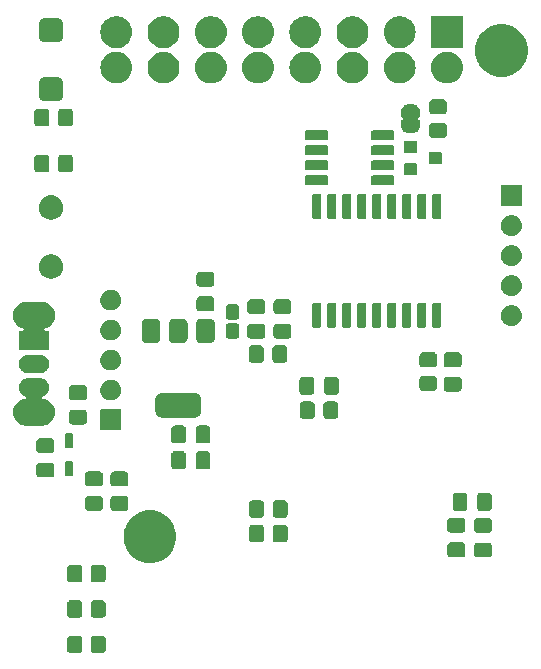
<source format=gbs>
%TF.GenerationSoftware,KiCad,Pcbnew,8.0.4*%
%TF.CreationDate,2024-09-21T14:55:02-03:00*%
%TF.ProjectId,DongleALIVEv2.0,446f6e67-6c65-4414-9c49-564576322e30,2.0*%
%TF.SameCoordinates,Original*%
%TF.FileFunction,Soldermask,Bot*%
%TF.FilePolarity,Negative*%
%FSLAX46Y46*%
G04 Gerber Fmt 4.6, Leading zero omitted, Abs format (unit mm)*
G04 Created by KiCad (PCBNEW 8.0.4) date 2024-09-21 14:55:02*
%MOMM*%
%LPD*%
G01*
G04 APERTURE LIST*
G04 APERTURE END LIST*
G36*
X162065938Y-122569650D02*
G01*
X162080863Y-122576240D01*
X162088552Y-122577458D01*
X162120578Y-122593776D01*
X162162759Y-122612401D01*
X162237599Y-122687241D01*
X162256226Y-122729428D01*
X162272541Y-122761447D01*
X162273758Y-122769133D01*
X162280350Y-122784062D01*
X162288000Y-122850000D01*
X162288000Y-123750000D01*
X162280350Y-123815938D01*
X162273758Y-123830867D01*
X162272541Y-123838552D01*
X162256230Y-123870563D01*
X162237599Y-123912759D01*
X162162759Y-123987599D01*
X162120563Y-124006230D01*
X162088552Y-124022541D01*
X162080867Y-124023758D01*
X162065938Y-124030350D01*
X162000000Y-124038000D01*
X161300000Y-124038000D01*
X161234062Y-124030350D01*
X161219133Y-124023758D01*
X161211447Y-124022541D01*
X161179428Y-124006226D01*
X161137241Y-123987599D01*
X161062401Y-123912759D01*
X161043776Y-123870578D01*
X161027458Y-123838552D01*
X161026240Y-123830863D01*
X161019650Y-123815938D01*
X161012000Y-123750000D01*
X161012000Y-122850000D01*
X161019650Y-122784062D01*
X161026240Y-122769137D01*
X161027458Y-122761447D01*
X161043779Y-122729414D01*
X161062401Y-122687241D01*
X161137241Y-122612401D01*
X161179414Y-122593779D01*
X161211447Y-122577458D01*
X161219137Y-122576240D01*
X161234062Y-122569650D01*
X161300000Y-122562000D01*
X162000000Y-122562000D01*
X162065938Y-122569650D01*
G37*
G36*
X164065938Y-122569650D02*
G01*
X164080863Y-122576240D01*
X164088552Y-122577458D01*
X164120578Y-122593776D01*
X164162759Y-122612401D01*
X164237599Y-122687241D01*
X164256226Y-122729428D01*
X164272541Y-122761447D01*
X164273758Y-122769133D01*
X164280350Y-122784062D01*
X164288000Y-122850000D01*
X164288000Y-123750000D01*
X164280350Y-123815938D01*
X164273758Y-123830867D01*
X164272541Y-123838552D01*
X164256230Y-123870563D01*
X164237599Y-123912759D01*
X164162759Y-123987599D01*
X164120563Y-124006230D01*
X164088552Y-124022541D01*
X164080867Y-124023758D01*
X164065938Y-124030350D01*
X164000000Y-124038000D01*
X163300000Y-124038000D01*
X163234062Y-124030350D01*
X163219133Y-124023758D01*
X163211447Y-124022541D01*
X163179428Y-124006226D01*
X163137241Y-123987599D01*
X163062401Y-123912759D01*
X163043776Y-123870578D01*
X163027458Y-123838552D01*
X163026240Y-123830863D01*
X163019650Y-123815938D01*
X163012000Y-123750000D01*
X163012000Y-122850000D01*
X163019650Y-122784062D01*
X163026240Y-122769137D01*
X163027458Y-122761447D01*
X163043779Y-122729414D01*
X163062401Y-122687241D01*
X163137241Y-122612401D01*
X163179414Y-122593779D01*
X163211447Y-122577458D01*
X163219137Y-122576240D01*
X163234062Y-122569650D01*
X163300000Y-122562000D01*
X164000000Y-122562000D01*
X164065938Y-122569650D01*
G37*
G36*
X162065938Y-119569650D02*
G01*
X162080863Y-119576240D01*
X162088552Y-119577458D01*
X162120578Y-119593776D01*
X162162759Y-119612401D01*
X162237599Y-119687241D01*
X162256226Y-119729428D01*
X162272541Y-119761447D01*
X162273758Y-119769133D01*
X162280350Y-119784062D01*
X162288000Y-119850000D01*
X162288000Y-120750000D01*
X162280350Y-120815938D01*
X162273758Y-120830867D01*
X162272541Y-120838552D01*
X162256230Y-120870563D01*
X162237599Y-120912759D01*
X162162759Y-120987599D01*
X162120563Y-121006230D01*
X162088552Y-121022541D01*
X162080867Y-121023758D01*
X162065938Y-121030350D01*
X162000000Y-121038000D01*
X161300000Y-121038000D01*
X161234062Y-121030350D01*
X161219133Y-121023758D01*
X161211447Y-121022541D01*
X161179428Y-121006226D01*
X161137241Y-120987599D01*
X161062401Y-120912759D01*
X161043776Y-120870578D01*
X161027458Y-120838552D01*
X161026240Y-120830863D01*
X161019650Y-120815938D01*
X161012000Y-120750000D01*
X161012000Y-119850000D01*
X161019650Y-119784062D01*
X161026240Y-119769137D01*
X161027458Y-119761447D01*
X161043779Y-119729414D01*
X161062401Y-119687241D01*
X161137241Y-119612401D01*
X161179414Y-119593779D01*
X161211447Y-119577458D01*
X161219137Y-119576240D01*
X161234062Y-119569650D01*
X161300000Y-119562000D01*
X162000000Y-119562000D01*
X162065938Y-119569650D01*
G37*
G36*
X164065938Y-119569650D02*
G01*
X164080863Y-119576240D01*
X164088552Y-119577458D01*
X164120578Y-119593776D01*
X164162759Y-119612401D01*
X164237599Y-119687241D01*
X164256226Y-119729428D01*
X164272541Y-119761447D01*
X164273758Y-119769133D01*
X164280350Y-119784062D01*
X164288000Y-119850000D01*
X164288000Y-120750000D01*
X164280350Y-120815938D01*
X164273758Y-120830867D01*
X164272541Y-120838552D01*
X164256230Y-120870563D01*
X164237599Y-120912759D01*
X164162759Y-120987599D01*
X164120563Y-121006230D01*
X164088552Y-121022541D01*
X164080867Y-121023758D01*
X164065938Y-121030350D01*
X164000000Y-121038000D01*
X163300000Y-121038000D01*
X163234062Y-121030350D01*
X163219133Y-121023758D01*
X163211447Y-121022541D01*
X163179428Y-121006226D01*
X163137241Y-120987599D01*
X163062401Y-120912759D01*
X163043776Y-120870578D01*
X163027458Y-120838552D01*
X163026240Y-120830863D01*
X163019650Y-120815938D01*
X163012000Y-120750000D01*
X163012000Y-119850000D01*
X163019650Y-119784062D01*
X163026240Y-119769137D01*
X163027458Y-119761447D01*
X163043779Y-119729414D01*
X163062401Y-119687241D01*
X163137241Y-119612401D01*
X163179414Y-119593779D01*
X163211447Y-119577458D01*
X163219137Y-119576240D01*
X163234062Y-119569650D01*
X163300000Y-119562000D01*
X164000000Y-119562000D01*
X164065938Y-119569650D01*
G37*
G36*
X162065938Y-116569650D02*
G01*
X162080863Y-116576240D01*
X162088552Y-116577458D01*
X162120578Y-116593776D01*
X162162759Y-116612401D01*
X162237599Y-116687241D01*
X162256226Y-116729428D01*
X162272541Y-116761447D01*
X162273758Y-116769133D01*
X162280350Y-116784062D01*
X162288000Y-116850000D01*
X162288000Y-117750000D01*
X162280350Y-117815938D01*
X162273758Y-117830867D01*
X162272541Y-117838552D01*
X162256230Y-117870563D01*
X162237599Y-117912759D01*
X162162759Y-117987599D01*
X162120563Y-118006230D01*
X162088552Y-118022541D01*
X162080867Y-118023758D01*
X162065938Y-118030350D01*
X162000000Y-118038000D01*
X161300000Y-118038000D01*
X161234062Y-118030350D01*
X161219133Y-118023758D01*
X161211447Y-118022541D01*
X161179428Y-118006226D01*
X161137241Y-117987599D01*
X161062401Y-117912759D01*
X161043776Y-117870578D01*
X161027458Y-117838552D01*
X161026240Y-117830863D01*
X161019650Y-117815938D01*
X161012000Y-117750000D01*
X161012000Y-116850000D01*
X161019650Y-116784062D01*
X161026240Y-116769137D01*
X161027458Y-116761447D01*
X161043779Y-116729414D01*
X161062401Y-116687241D01*
X161137241Y-116612401D01*
X161179414Y-116593779D01*
X161211447Y-116577458D01*
X161219137Y-116576240D01*
X161234062Y-116569650D01*
X161300000Y-116562000D01*
X162000000Y-116562000D01*
X162065938Y-116569650D01*
G37*
G36*
X164065938Y-116569650D02*
G01*
X164080863Y-116576240D01*
X164088552Y-116577458D01*
X164120578Y-116593776D01*
X164162759Y-116612401D01*
X164237599Y-116687241D01*
X164256226Y-116729428D01*
X164272541Y-116761447D01*
X164273758Y-116769133D01*
X164280350Y-116784062D01*
X164288000Y-116850000D01*
X164288000Y-117750000D01*
X164280350Y-117815938D01*
X164273758Y-117830867D01*
X164272541Y-117838552D01*
X164256230Y-117870563D01*
X164237599Y-117912759D01*
X164162759Y-117987599D01*
X164120563Y-118006230D01*
X164088552Y-118022541D01*
X164080867Y-118023758D01*
X164065938Y-118030350D01*
X164000000Y-118038000D01*
X163300000Y-118038000D01*
X163234062Y-118030350D01*
X163219133Y-118023758D01*
X163211447Y-118022541D01*
X163179428Y-118006226D01*
X163137241Y-117987599D01*
X163062401Y-117912759D01*
X163043776Y-117870578D01*
X163027458Y-117838552D01*
X163026240Y-117830863D01*
X163019650Y-117815938D01*
X163012000Y-117750000D01*
X163012000Y-116850000D01*
X163019650Y-116784062D01*
X163026240Y-116769137D01*
X163027458Y-116761447D01*
X163043779Y-116729414D01*
X163062401Y-116687241D01*
X163137241Y-116612401D01*
X163179414Y-116593779D01*
X163211447Y-116577458D01*
X163219137Y-116576240D01*
X163234062Y-116569650D01*
X163300000Y-116562000D01*
X164000000Y-116562000D01*
X164065938Y-116569650D01*
G37*
G36*
X168322118Y-111961146D02*
G01*
X168609237Y-112018258D01*
X168886446Y-112112358D01*
X169149000Y-112241835D01*
X169392408Y-112404475D01*
X169612505Y-112597495D01*
X169805525Y-112817592D01*
X169968165Y-113061000D01*
X170097642Y-113323554D01*
X170191742Y-113600763D01*
X170248854Y-113887882D01*
X170268000Y-114180000D01*
X170248854Y-114472118D01*
X170191742Y-114759237D01*
X170097642Y-115036446D01*
X169968165Y-115299000D01*
X169805525Y-115542408D01*
X169612505Y-115762505D01*
X169392408Y-115955525D01*
X169149000Y-116118165D01*
X168886446Y-116247642D01*
X168609237Y-116341742D01*
X168322118Y-116398854D01*
X168030000Y-116418000D01*
X167737882Y-116398854D01*
X167450763Y-116341742D01*
X167173554Y-116247642D01*
X166911000Y-116118165D01*
X166667592Y-115955525D01*
X166447495Y-115762505D01*
X166254475Y-115542408D01*
X166091835Y-115299000D01*
X165962358Y-115036446D01*
X165868258Y-114759237D01*
X165811146Y-114472118D01*
X165792000Y-114180000D01*
X165811146Y-113887882D01*
X165868258Y-113600763D01*
X165962358Y-113323554D01*
X166091835Y-113061000D01*
X166254475Y-112817592D01*
X166447495Y-112597495D01*
X166667592Y-112404475D01*
X166911000Y-112241835D01*
X167173554Y-112112358D01*
X167450763Y-112018258D01*
X167737882Y-111961146D01*
X168030000Y-111942000D01*
X168322118Y-111961146D01*
G37*
G36*
X196770938Y-114687150D02*
G01*
X196785863Y-114693740D01*
X196793552Y-114694958D01*
X196825578Y-114711276D01*
X196867759Y-114729901D01*
X196942599Y-114804741D01*
X196961226Y-114846928D01*
X196977541Y-114878947D01*
X196978758Y-114886633D01*
X196985350Y-114901562D01*
X196993000Y-114967500D01*
X196993000Y-115642500D01*
X196985350Y-115708438D01*
X196978758Y-115723367D01*
X196977541Y-115731052D01*
X196961230Y-115763063D01*
X196942599Y-115805259D01*
X196867759Y-115880099D01*
X196825563Y-115898730D01*
X196793552Y-115915041D01*
X196785867Y-115916258D01*
X196770938Y-115922850D01*
X196705000Y-115930500D01*
X195755000Y-115930500D01*
X195689062Y-115922850D01*
X195674133Y-115916258D01*
X195666447Y-115915041D01*
X195634428Y-115898726D01*
X195592241Y-115880099D01*
X195517401Y-115805259D01*
X195498776Y-115763078D01*
X195482458Y-115731052D01*
X195481240Y-115723363D01*
X195474650Y-115708438D01*
X195467000Y-115642500D01*
X195467000Y-114967500D01*
X195474650Y-114901562D01*
X195481240Y-114886637D01*
X195482458Y-114878947D01*
X195498779Y-114846914D01*
X195517401Y-114804741D01*
X195592241Y-114729901D01*
X195634414Y-114711279D01*
X195666447Y-114694958D01*
X195674137Y-114693740D01*
X195689062Y-114687150D01*
X195755000Y-114679500D01*
X196705000Y-114679500D01*
X196770938Y-114687150D01*
G37*
G36*
X194510938Y-114669650D02*
G01*
X194525863Y-114676240D01*
X194533552Y-114677458D01*
X194565578Y-114693776D01*
X194607759Y-114712401D01*
X194682599Y-114787241D01*
X194701226Y-114829428D01*
X194717541Y-114861447D01*
X194718758Y-114869133D01*
X194725350Y-114884062D01*
X194733000Y-114950000D01*
X194733000Y-115625000D01*
X194725350Y-115690938D01*
X194718758Y-115705867D01*
X194717541Y-115713552D01*
X194701230Y-115745563D01*
X194682599Y-115787759D01*
X194607759Y-115862599D01*
X194565563Y-115881230D01*
X194533552Y-115897541D01*
X194525867Y-115898758D01*
X194510938Y-115905350D01*
X194445000Y-115913000D01*
X193495000Y-115913000D01*
X193429062Y-115905350D01*
X193414133Y-115898758D01*
X193406447Y-115897541D01*
X193374428Y-115881226D01*
X193332241Y-115862599D01*
X193257401Y-115787759D01*
X193238776Y-115745578D01*
X193222458Y-115713552D01*
X193221240Y-115705863D01*
X193214650Y-115690938D01*
X193207000Y-115625000D01*
X193207000Y-114950000D01*
X193214650Y-114884062D01*
X193221240Y-114869137D01*
X193222458Y-114861447D01*
X193238779Y-114829414D01*
X193257401Y-114787241D01*
X193332241Y-114712401D01*
X193374414Y-114693779D01*
X193406447Y-114677458D01*
X193414137Y-114676240D01*
X193429062Y-114669650D01*
X193495000Y-114662000D01*
X194445000Y-114662000D01*
X194510938Y-114669650D01*
G37*
G36*
X177465938Y-113179650D02*
G01*
X177480863Y-113186240D01*
X177488552Y-113187458D01*
X177520578Y-113203776D01*
X177562759Y-113222401D01*
X177637599Y-113297241D01*
X177656226Y-113339428D01*
X177672541Y-113371447D01*
X177673758Y-113379133D01*
X177680350Y-113394062D01*
X177688000Y-113460000D01*
X177688000Y-114360000D01*
X177680350Y-114425938D01*
X177673758Y-114440867D01*
X177672541Y-114448552D01*
X177656230Y-114480563D01*
X177637599Y-114522759D01*
X177562759Y-114597599D01*
X177520563Y-114616230D01*
X177488552Y-114632541D01*
X177480867Y-114633758D01*
X177465938Y-114640350D01*
X177400000Y-114648000D01*
X176700000Y-114648000D01*
X176634062Y-114640350D01*
X176619133Y-114633758D01*
X176611447Y-114632541D01*
X176579428Y-114616226D01*
X176537241Y-114597599D01*
X176462401Y-114522759D01*
X176443776Y-114480578D01*
X176427458Y-114448552D01*
X176426240Y-114440863D01*
X176419650Y-114425938D01*
X176412000Y-114360000D01*
X176412000Y-113460000D01*
X176419650Y-113394062D01*
X176426240Y-113379137D01*
X176427458Y-113371447D01*
X176443779Y-113339414D01*
X176462401Y-113297241D01*
X176537241Y-113222401D01*
X176579414Y-113203779D01*
X176611447Y-113187458D01*
X176619137Y-113186240D01*
X176634062Y-113179650D01*
X176700000Y-113172000D01*
X177400000Y-113172000D01*
X177465938Y-113179650D01*
G37*
G36*
X179465938Y-113179650D02*
G01*
X179480863Y-113186240D01*
X179488552Y-113187458D01*
X179520578Y-113203776D01*
X179562759Y-113222401D01*
X179637599Y-113297241D01*
X179656226Y-113339428D01*
X179672541Y-113371447D01*
X179673758Y-113379133D01*
X179680350Y-113394062D01*
X179688000Y-113460000D01*
X179688000Y-114360000D01*
X179680350Y-114425938D01*
X179673758Y-114440867D01*
X179672541Y-114448552D01*
X179656230Y-114480563D01*
X179637599Y-114522759D01*
X179562759Y-114597599D01*
X179520563Y-114616230D01*
X179488552Y-114632541D01*
X179480867Y-114633758D01*
X179465938Y-114640350D01*
X179400000Y-114648000D01*
X178700000Y-114648000D01*
X178634062Y-114640350D01*
X178619133Y-114633758D01*
X178611447Y-114632541D01*
X178579428Y-114616226D01*
X178537241Y-114597599D01*
X178462401Y-114522759D01*
X178443776Y-114480578D01*
X178427458Y-114448552D01*
X178426240Y-114440863D01*
X178419650Y-114425938D01*
X178412000Y-114360000D01*
X178412000Y-113460000D01*
X178419650Y-113394062D01*
X178426240Y-113379137D01*
X178427458Y-113371447D01*
X178443779Y-113339414D01*
X178462401Y-113297241D01*
X178537241Y-113222401D01*
X178579414Y-113203779D01*
X178611447Y-113187458D01*
X178619137Y-113186240D01*
X178634062Y-113179650D01*
X178700000Y-113172000D01*
X179400000Y-113172000D01*
X179465938Y-113179650D01*
G37*
G36*
X196770938Y-112612150D02*
G01*
X196785863Y-112618740D01*
X196793552Y-112619958D01*
X196825578Y-112636276D01*
X196867759Y-112654901D01*
X196942599Y-112729741D01*
X196961226Y-112771928D01*
X196977541Y-112803947D01*
X196978758Y-112811633D01*
X196985350Y-112826562D01*
X196993000Y-112892500D01*
X196993000Y-113567500D01*
X196985350Y-113633438D01*
X196978758Y-113648367D01*
X196977541Y-113656052D01*
X196961230Y-113688063D01*
X196942599Y-113730259D01*
X196867759Y-113805099D01*
X196825563Y-113823730D01*
X196793552Y-113840041D01*
X196785867Y-113841258D01*
X196770938Y-113847850D01*
X196705000Y-113855500D01*
X195755000Y-113855500D01*
X195689062Y-113847850D01*
X195674133Y-113841258D01*
X195666447Y-113840041D01*
X195634428Y-113823726D01*
X195592241Y-113805099D01*
X195517401Y-113730259D01*
X195498776Y-113688078D01*
X195482458Y-113656052D01*
X195481240Y-113648363D01*
X195474650Y-113633438D01*
X195467000Y-113567500D01*
X195467000Y-112892500D01*
X195474650Y-112826562D01*
X195481240Y-112811637D01*
X195482458Y-112803947D01*
X195498779Y-112771914D01*
X195517401Y-112729741D01*
X195592241Y-112654901D01*
X195634414Y-112636279D01*
X195666447Y-112619958D01*
X195674137Y-112618740D01*
X195689062Y-112612150D01*
X195755000Y-112604500D01*
X196705000Y-112604500D01*
X196770938Y-112612150D01*
G37*
G36*
X194510938Y-112594650D02*
G01*
X194525863Y-112601240D01*
X194533552Y-112602458D01*
X194565578Y-112618776D01*
X194607759Y-112637401D01*
X194682599Y-112712241D01*
X194701226Y-112754428D01*
X194717541Y-112786447D01*
X194718758Y-112794133D01*
X194725350Y-112809062D01*
X194733000Y-112875000D01*
X194733000Y-113550000D01*
X194725350Y-113615938D01*
X194718758Y-113630867D01*
X194717541Y-113638552D01*
X194701230Y-113670563D01*
X194682599Y-113712759D01*
X194607759Y-113787599D01*
X194565563Y-113806230D01*
X194533552Y-113822541D01*
X194525867Y-113823758D01*
X194510938Y-113830350D01*
X194445000Y-113838000D01*
X193495000Y-113838000D01*
X193429062Y-113830350D01*
X193414133Y-113823758D01*
X193406447Y-113822541D01*
X193374428Y-113806226D01*
X193332241Y-113787599D01*
X193257401Y-113712759D01*
X193238776Y-113670578D01*
X193222458Y-113638552D01*
X193221240Y-113630863D01*
X193214650Y-113615938D01*
X193207000Y-113550000D01*
X193207000Y-112875000D01*
X193214650Y-112809062D01*
X193221240Y-112794137D01*
X193222458Y-112786447D01*
X193238779Y-112754414D01*
X193257401Y-112712241D01*
X193332241Y-112637401D01*
X193374414Y-112618779D01*
X193406447Y-112602458D01*
X193414137Y-112601240D01*
X193429062Y-112594650D01*
X193495000Y-112587000D01*
X194445000Y-112587000D01*
X194510938Y-112594650D01*
G37*
G36*
X177465938Y-111119650D02*
G01*
X177480863Y-111126240D01*
X177488552Y-111127458D01*
X177520578Y-111143776D01*
X177562759Y-111162401D01*
X177637599Y-111237241D01*
X177656226Y-111279428D01*
X177672541Y-111311447D01*
X177673758Y-111319133D01*
X177680350Y-111334062D01*
X177688000Y-111400000D01*
X177688000Y-112300000D01*
X177680350Y-112365938D01*
X177673758Y-112380867D01*
X177672541Y-112388552D01*
X177656230Y-112420563D01*
X177637599Y-112462759D01*
X177562759Y-112537599D01*
X177520563Y-112556230D01*
X177488552Y-112572541D01*
X177480867Y-112573758D01*
X177465938Y-112580350D01*
X177400000Y-112588000D01*
X176700000Y-112588000D01*
X176634062Y-112580350D01*
X176619133Y-112573758D01*
X176611447Y-112572541D01*
X176579428Y-112556226D01*
X176537241Y-112537599D01*
X176462401Y-112462759D01*
X176443776Y-112420578D01*
X176427458Y-112388552D01*
X176426240Y-112380863D01*
X176419650Y-112365938D01*
X176412000Y-112300000D01*
X176412000Y-111400000D01*
X176419650Y-111334062D01*
X176426240Y-111319137D01*
X176427458Y-111311447D01*
X176443779Y-111279414D01*
X176462401Y-111237241D01*
X176537241Y-111162401D01*
X176579414Y-111143779D01*
X176611447Y-111127458D01*
X176619137Y-111126240D01*
X176634062Y-111119650D01*
X176700000Y-111112000D01*
X177400000Y-111112000D01*
X177465938Y-111119650D01*
G37*
G36*
X179465938Y-111119650D02*
G01*
X179480863Y-111126240D01*
X179488552Y-111127458D01*
X179520578Y-111143776D01*
X179562759Y-111162401D01*
X179637599Y-111237241D01*
X179656226Y-111279428D01*
X179672541Y-111311447D01*
X179673758Y-111319133D01*
X179680350Y-111334062D01*
X179688000Y-111400000D01*
X179688000Y-112300000D01*
X179680350Y-112365938D01*
X179673758Y-112380867D01*
X179672541Y-112388552D01*
X179656230Y-112420563D01*
X179637599Y-112462759D01*
X179562759Y-112537599D01*
X179520563Y-112556230D01*
X179488552Y-112572541D01*
X179480867Y-112573758D01*
X179465938Y-112580350D01*
X179400000Y-112588000D01*
X178700000Y-112588000D01*
X178634062Y-112580350D01*
X178619133Y-112573758D01*
X178611447Y-112572541D01*
X178579428Y-112556226D01*
X178537241Y-112537599D01*
X178462401Y-112462759D01*
X178443776Y-112420578D01*
X178427458Y-112388552D01*
X178426240Y-112380863D01*
X178419650Y-112365938D01*
X178412000Y-112300000D01*
X178412000Y-111400000D01*
X178419650Y-111334062D01*
X178426240Y-111319137D01*
X178427458Y-111311447D01*
X178443779Y-111279414D01*
X178462401Y-111237241D01*
X178537241Y-111162401D01*
X178579414Y-111143779D01*
X178611447Y-111127458D01*
X178619137Y-111126240D01*
X178634062Y-111119650D01*
X178700000Y-111112000D01*
X179400000Y-111112000D01*
X179465938Y-111119650D01*
G37*
G36*
X194675938Y-110484650D02*
G01*
X194690863Y-110491240D01*
X194698552Y-110492458D01*
X194730578Y-110508776D01*
X194772759Y-110527401D01*
X194847599Y-110602241D01*
X194866226Y-110644428D01*
X194882541Y-110676447D01*
X194883758Y-110684133D01*
X194890350Y-110699062D01*
X194898000Y-110765000D01*
X194898000Y-111715000D01*
X194890350Y-111780938D01*
X194883758Y-111795867D01*
X194882541Y-111803552D01*
X194866230Y-111835563D01*
X194847599Y-111877759D01*
X194772759Y-111952599D01*
X194730563Y-111971230D01*
X194698552Y-111987541D01*
X194690867Y-111988758D01*
X194675938Y-111995350D01*
X194610000Y-112003000D01*
X193935000Y-112003000D01*
X193869062Y-111995350D01*
X193854133Y-111988758D01*
X193846447Y-111987541D01*
X193814428Y-111971226D01*
X193772241Y-111952599D01*
X193697401Y-111877759D01*
X193678776Y-111835578D01*
X193662458Y-111803552D01*
X193661240Y-111795863D01*
X193654650Y-111780938D01*
X193647000Y-111715000D01*
X193647000Y-110765000D01*
X193654650Y-110699062D01*
X193661240Y-110684137D01*
X193662458Y-110676447D01*
X193678779Y-110644414D01*
X193697401Y-110602241D01*
X193772241Y-110527401D01*
X193814414Y-110508779D01*
X193846447Y-110492458D01*
X193854137Y-110491240D01*
X193869062Y-110484650D01*
X193935000Y-110477000D01*
X194610000Y-110477000D01*
X194675938Y-110484650D01*
G37*
G36*
X196750938Y-110484650D02*
G01*
X196765863Y-110491240D01*
X196773552Y-110492458D01*
X196805578Y-110508776D01*
X196847759Y-110527401D01*
X196922599Y-110602241D01*
X196941226Y-110644428D01*
X196957541Y-110676447D01*
X196958758Y-110684133D01*
X196965350Y-110699062D01*
X196973000Y-110765000D01*
X196973000Y-111715000D01*
X196965350Y-111780938D01*
X196958758Y-111795867D01*
X196957541Y-111803552D01*
X196941230Y-111835563D01*
X196922599Y-111877759D01*
X196847759Y-111952599D01*
X196805563Y-111971230D01*
X196773552Y-111987541D01*
X196765867Y-111988758D01*
X196750938Y-111995350D01*
X196685000Y-112003000D01*
X196010000Y-112003000D01*
X195944062Y-111995350D01*
X195929133Y-111988758D01*
X195921447Y-111987541D01*
X195889428Y-111971226D01*
X195847241Y-111952599D01*
X195772401Y-111877759D01*
X195753776Y-111835578D01*
X195737458Y-111803552D01*
X195736240Y-111795863D01*
X195729650Y-111780938D01*
X195722000Y-111715000D01*
X195722000Y-110765000D01*
X195729650Y-110699062D01*
X195736240Y-110684137D01*
X195737458Y-110676447D01*
X195753779Y-110644414D01*
X195772401Y-110602241D01*
X195847241Y-110527401D01*
X195889414Y-110508779D01*
X195921447Y-110492458D01*
X195929137Y-110491240D01*
X195944062Y-110484650D01*
X196010000Y-110477000D01*
X196685000Y-110477000D01*
X196750938Y-110484650D01*
G37*
G36*
X163830938Y-110747150D02*
G01*
X163845863Y-110753740D01*
X163853552Y-110754958D01*
X163885578Y-110771276D01*
X163927759Y-110789901D01*
X164002599Y-110864741D01*
X164021226Y-110906928D01*
X164037541Y-110938947D01*
X164038758Y-110946633D01*
X164045350Y-110961562D01*
X164053000Y-111027500D01*
X164053000Y-111702500D01*
X164045350Y-111768438D01*
X164038758Y-111783367D01*
X164037541Y-111791052D01*
X164021230Y-111823063D01*
X164002599Y-111865259D01*
X163927759Y-111940099D01*
X163885563Y-111958730D01*
X163853552Y-111975041D01*
X163845867Y-111976258D01*
X163830938Y-111982850D01*
X163765000Y-111990500D01*
X162815000Y-111990500D01*
X162749062Y-111982850D01*
X162734133Y-111976258D01*
X162726447Y-111975041D01*
X162694428Y-111958726D01*
X162652241Y-111940099D01*
X162577401Y-111865259D01*
X162558776Y-111823078D01*
X162542458Y-111791052D01*
X162541240Y-111783363D01*
X162534650Y-111768438D01*
X162527000Y-111702500D01*
X162527000Y-111027500D01*
X162534650Y-110961562D01*
X162541240Y-110946637D01*
X162542458Y-110938947D01*
X162558779Y-110906914D01*
X162577401Y-110864741D01*
X162652241Y-110789901D01*
X162694414Y-110771279D01*
X162726447Y-110754958D01*
X162734137Y-110753740D01*
X162749062Y-110747150D01*
X162815000Y-110739500D01*
X163765000Y-110739500D01*
X163830938Y-110747150D01*
G37*
G36*
X165990938Y-110747150D02*
G01*
X166005863Y-110753740D01*
X166013552Y-110754958D01*
X166045578Y-110771276D01*
X166087759Y-110789901D01*
X166162599Y-110864741D01*
X166181226Y-110906928D01*
X166197541Y-110938947D01*
X166198758Y-110946633D01*
X166205350Y-110961562D01*
X166213000Y-111027500D01*
X166213000Y-111702500D01*
X166205350Y-111768438D01*
X166198758Y-111783367D01*
X166197541Y-111791052D01*
X166181230Y-111823063D01*
X166162599Y-111865259D01*
X166087759Y-111940099D01*
X166045563Y-111958730D01*
X166013552Y-111975041D01*
X166005867Y-111976258D01*
X165990938Y-111982850D01*
X165925000Y-111990500D01*
X164975000Y-111990500D01*
X164909062Y-111982850D01*
X164894133Y-111976258D01*
X164886447Y-111975041D01*
X164854428Y-111958726D01*
X164812241Y-111940099D01*
X164737401Y-111865259D01*
X164718776Y-111823078D01*
X164702458Y-111791052D01*
X164701240Y-111783363D01*
X164694650Y-111768438D01*
X164687000Y-111702500D01*
X164687000Y-111027500D01*
X164694650Y-110961562D01*
X164701240Y-110946637D01*
X164702458Y-110938947D01*
X164718779Y-110906914D01*
X164737401Y-110864741D01*
X164812241Y-110789901D01*
X164854414Y-110771279D01*
X164886447Y-110754958D01*
X164894137Y-110753740D01*
X164909062Y-110747150D01*
X164975000Y-110739500D01*
X165925000Y-110739500D01*
X165990938Y-110747150D01*
G37*
G36*
X163830938Y-108672150D02*
G01*
X163845863Y-108678740D01*
X163853552Y-108679958D01*
X163885578Y-108696276D01*
X163927759Y-108714901D01*
X164002599Y-108789741D01*
X164021226Y-108831928D01*
X164037541Y-108863947D01*
X164038758Y-108871633D01*
X164045350Y-108886562D01*
X164053000Y-108952500D01*
X164053000Y-109627500D01*
X164045350Y-109693438D01*
X164038758Y-109708367D01*
X164037541Y-109716052D01*
X164021230Y-109748063D01*
X164002599Y-109790259D01*
X163927759Y-109865099D01*
X163885563Y-109883730D01*
X163853552Y-109900041D01*
X163845867Y-109901258D01*
X163830938Y-109907850D01*
X163765000Y-109915500D01*
X162815000Y-109915500D01*
X162749062Y-109907850D01*
X162734133Y-109901258D01*
X162726447Y-109900041D01*
X162694428Y-109883726D01*
X162652241Y-109865099D01*
X162577401Y-109790259D01*
X162558776Y-109748078D01*
X162542458Y-109716052D01*
X162541240Y-109708363D01*
X162534650Y-109693438D01*
X162527000Y-109627500D01*
X162527000Y-108952500D01*
X162534650Y-108886562D01*
X162541240Y-108871637D01*
X162542458Y-108863947D01*
X162558779Y-108831914D01*
X162577401Y-108789741D01*
X162652241Y-108714901D01*
X162694414Y-108696279D01*
X162726447Y-108679958D01*
X162734137Y-108678740D01*
X162749062Y-108672150D01*
X162815000Y-108664500D01*
X163765000Y-108664500D01*
X163830938Y-108672150D01*
G37*
G36*
X165990938Y-108672150D02*
G01*
X166005863Y-108678740D01*
X166013552Y-108679958D01*
X166045578Y-108696276D01*
X166087759Y-108714901D01*
X166162599Y-108789741D01*
X166181226Y-108831928D01*
X166197541Y-108863947D01*
X166198758Y-108871633D01*
X166205350Y-108886562D01*
X166213000Y-108952500D01*
X166213000Y-109627500D01*
X166205350Y-109693438D01*
X166198758Y-109708367D01*
X166197541Y-109716052D01*
X166181230Y-109748063D01*
X166162599Y-109790259D01*
X166087759Y-109865099D01*
X166045563Y-109883730D01*
X166013552Y-109900041D01*
X166005867Y-109901258D01*
X165990938Y-109907850D01*
X165925000Y-109915500D01*
X164975000Y-109915500D01*
X164909062Y-109907850D01*
X164894133Y-109901258D01*
X164886447Y-109900041D01*
X164854428Y-109883726D01*
X164812241Y-109865099D01*
X164737401Y-109790259D01*
X164718776Y-109748078D01*
X164702458Y-109716052D01*
X164701240Y-109708363D01*
X164694650Y-109693438D01*
X164687000Y-109627500D01*
X164687000Y-108952500D01*
X164694650Y-108886562D01*
X164701240Y-108871637D01*
X164702458Y-108863947D01*
X164718779Y-108831914D01*
X164737401Y-108789741D01*
X164812241Y-108714901D01*
X164854414Y-108696279D01*
X164886447Y-108679958D01*
X164894137Y-108678740D01*
X164909062Y-108672150D01*
X164975000Y-108664500D01*
X165925000Y-108664500D01*
X165990938Y-108672150D01*
G37*
G36*
X159720938Y-107929650D02*
G01*
X159735863Y-107936240D01*
X159743552Y-107937458D01*
X159775578Y-107953776D01*
X159817759Y-107972401D01*
X159892599Y-108047241D01*
X159911226Y-108089428D01*
X159927541Y-108121447D01*
X159928758Y-108129133D01*
X159935350Y-108144062D01*
X159943000Y-108210000D01*
X159943000Y-108885000D01*
X159935350Y-108950938D01*
X159928758Y-108965867D01*
X159927541Y-108973552D01*
X159911230Y-109005563D01*
X159892599Y-109047759D01*
X159817759Y-109122599D01*
X159775563Y-109141230D01*
X159743552Y-109157541D01*
X159735867Y-109158758D01*
X159720938Y-109165350D01*
X159655000Y-109173000D01*
X158705000Y-109173000D01*
X158639062Y-109165350D01*
X158624133Y-109158758D01*
X158616447Y-109157541D01*
X158584428Y-109141226D01*
X158542241Y-109122599D01*
X158467401Y-109047759D01*
X158448776Y-109005578D01*
X158432458Y-108973552D01*
X158431240Y-108965863D01*
X158424650Y-108950938D01*
X158417000Y-108885000D01*
X158417000Y-108210000D01*
X158424650Y-108144062D01*
X158431240Y-108129137D01*
X158432458Y-108121447D01*
X158448779Y-108089414D01*
X158467401Y-108047241D01*
X158542241Y-107972401D01*
X158584414Y-107953779D01*
X158616447Y-107937458D01*
X158624137Y-107936240D01*
X158639062Y-107929650D01*
X158705000Y-107922000D01*
X159655000Y-107922000D01*
X159720938Y-107929650D01*
G37*
G36*
X161439034Y-107815764D02*
G01*
X161472125Y-107837875D01*
X161494236Y-107870966D01*
X161502000Y-107910000D01*
X161502000Y-108950000D01*
X161494236Y-108989034D01*
X161472125Y-109022125D01*
X161439034Y-109044236D01*
X161400000Y-109052000D01*
X160940000Y-109052000D01*
X160900966Y-109044236D01*
X160867875Y-109022125D01*
X160845764Y-108989034D01*
X160838000Y-108950000D01*
X160838000Y-107910000D01*
X160845764Y-107870966D01*
X160867875Y-107837875D01*
X160900966Y-107815764D01*
X160940000Y-107808000D01*
X161400000Y-107808000D01*
X161439034Y-107815764D01*
G37*
G36*
X170855938Y-106944650D02*
G01*
X170870863Y-106951240D01*
X170878552Y-106952458D01*
X170910578Y-106968776D01*
X170952759Y-106987401D01*
X171027599Y-107062241D01*
X171046226Y-107104428D01*
X171062541Y-107136447D01*
X171063758Y-107144133D01*
X171070350Y-107159062D01*
X171078000Y-107225000D01*
X171078000Y-108175000D01*
X171070350Y-108240938D01*
X171063758Y-108255867D01*
X171062541Y-108263552D01*
X171046230Y-108295563D01*
X171027599Y-108337759D01*
X170952759Y-108412599D01*
X170910563Y-108431230D01*
X170878552Y-108447541D01*
X170870867Y-108448758D01*
X170855938Y-108455350D01*
X170790000Y-108463000D01*
X170115000Y-108463000D01*
X170049062Y-108455350D01*
X170034133Y-108448758D01*
X170026447Y-108447541D01*
X169994428Y-108431226D01*
X169952241Y-108412599D01*
X169877401Y-108337759D01*
X169858776Y-108295578D01*
X169842458Y-108263552D01*
X169841240Y-108255863D01*
X169834650Y-108240938D01*
X169827000Y-108175000D01*
X169827000Y-107225000D01*
X169834650Y-107159062D01*
X169841240Y-107144137D01*
X169842458Y-107136447D01*
X169858779Y-107104414D01*
X169877401Y-107062241D01*
X169952241Y-106987401D01*
X169994414Y-106968779D01*
X170026447Y-106952458D01*
X170034137Y-106951240D01*
X170049062Y-106944650D01*
X170115000Y-106937000D01*
X170790000Y-106937000D01*
X170855938Y-106944650D01*
G37*
G36*
X172930938Y-106944650D02*
G01*
X172945863Y-106951240D01*
X172953552Y-106952458D01*
X172985578Y-106968776D01*
X173027759Y-106987401D01*
X173102599Y-107062241D01*
X173121226Y-107104428D01*
X173137541Y-107136447D01*
X173138758Y-107144133D01*
X173145350Y-107159062D01*
X173153000Y-107225000D01*
X173153000Y-108175000D01*
X173145350Y-108240938D01*
X173138758Y-108255867D01*
X173137541Y-108263552D01*
X173121230Y-108295563D01*
X173102599Y-108337759D01*
X173027759Y-108412599D01*
X172985563Y-108431230D01*
X172953552Y-108447541D01*
X172945867Y-108448758D01*
X172930938Y-108455350D01*
X172865000Y-108463000D01*
X172190000Y-108463000D01*
X172124062Y-108455350D01*
X172109133Y-108448758D01*
X172101447Y-108447541D01*
X172069428Y-108431226D01*
X172027241Y-108412599D01*
X171952401Y-108337759D01*
X171933776Y-108295578D01*
X171917458Y-108263552D01*
X171916240Y-108255863D01*
X171909650Y-108240938D01*
X171902000Y-108175000D01*
X171902000Y-107225000D01*
X171909650Y-107159062D01*
X171916240Y-107144137D01*
X171917458Y-107136447D01*
X171933779Y-107104414D01*
X171952401Y-107062241D01*
X172027241Y-106987401D01*
X172069414Y-106968779D01*
X172101447Y-106952458D01*
X172109137Y-106951240D01*
X172124062Y-106944650D01*
X172190000Y-106937000D01*
X172865000Y-106937000D01*
X172930938Y-106944650D01*
G37*
G36*
X159720938Y-105854650D02*
G01*
X159735863Y-105861240D01*
X159743552Y-105862458D01*
X159775578Y-105878776D01*
X159817759Y-105897401D01*
X159892599Y-105972241D01*
X159911226Y-106014428D01*
X159927541Y-106046447D01*
X159928758Y-106054133D01*
X159935350Y-106069062D01*
X159943000Y-106135000D01*
X159943000Y-106810000D01*
X159935350Y-106875938D01*
X159928758Y-106890867D01*
X159927541Y-106898552D01*
X159911230Y-106930563D01*
X159892599Y-106972759D01*
X159817759Y-107047599D01*
X159775563Y-107066230D01*
X159743552Y-107082541D01*
X159735867Y-107083758D01*
X159720938Y-107090350D01*
X159655000Y-107098000D01*
X158705000Y-107098000D01*
X158639062Y-107090350D01*
X158624133Y-107083758D01*
X158616447Y-107082541D01*
X158584428Y-107066226D01*
X158542241Y-107047599D01*
X158467401Y-106972759D01*
X158448776Y-106930578D01*
X158432458Y-106898552D01*
X158431240Y-106890863D01*
X158424650Y-106875938D01*
X158417000Y-106810000D01*
X158417000Y-106135000D01*
X158424650Y-106069062D01*
X158431240Y-106054137D01*
X158432458Y-106046447D01*
X158448779Y-106014414D01*
X158467401Y-105972241D01*
X158542241Y-105897401D01*
X158584414Y-105878779D01*
X158616447Y-105862458D01*
X158624137Y-105861240D01*
X158639062Y-105854650D01*
X158705000Y-105847000D01*
X159655000Y-105847000D01*
X159720938Y-105854650D01*
G37*
G36*
X161439034Y-105435764D02*
G01*
X161472125Y-105457875D01*
X161494236Y-105490966D01*
X161502000Y-105530000D01*
X161502000Y-106570000D01*
X161494236Y-106609034D01*
X161472125Y-106642125D01*
X161439034Y-106664236D01*
X161400000Y-106672000D01*
X160940000Y-106672000D01*
X160900966Y-106664236D01*
X160867875Y-106642125D01*
X160845764Y-106609034D01*
X160838000Y-106570000D01*
X160838000Y-105530000D01*
X160845764Y-105490966D01*
X160867875Y-105457875D01*
X160900966Y-105435764D01*
X160940000Y-105428000D01*
X161400000Y-105428000D01*
X161439034Y-105435764D01*
G37*
G36*
X170855938Y-104774650D02*
G01*
X170870863Y-104781240D01*
X170878552Y-104782458D01*
X170910578Y-104798776D01*
X170952759Y-104817401D01*
X171027599Y-104892241D01*
X171046226Y-104934428D01*
X171062541Y-104966447D01*
X171063758Y-104974133D01*
X171070350Y-104989062D01*
X171078000Y-105055000D01*
X171078000Y-106005000D01*
X171070350Y-106070938D01*
X171063758Y-106085867D01*
X171062541Y-106093552D01*
X171046230Y-106125563D01*
X171027599Y-106167759D01*
X170952759Y-106242599D01*
X170910563Y-106261230D01*
X170878552Y-106277541D01*
X170870867Y-106278758D01*
X170855938Y-106285350D01*
X170790000Y-106293000D01*
X170115000Y-106293000D01*
X170049062Y-106285350D01*
X170034133Y-106278758D01*
X170026447Y-106277541D01*
X169994428Y-106261226D01*
X169952241Y-106242599D01*
X169877401Y-106167759D01*
X169858776Y-106125578D01*
X169842458Y-106093552D01*
X169841240Y-106085863D01*
X169834650Y-106070938D01*
X169827000Y-106005000D01*
X169827000Y-105055000D01*
X169834650Y-104989062D01*
X169841240Y-104974137D01*
X169842458Y-104966447D01*
X169858779Y-104934414D01*
X169877401Y-104892241D01*
X169952241Y-104817401D01*
X169994414Y-104798779D01*
X170026447Y-104782458D01*
X170034137Y-104781240D01*
X170049062Y-104774650D01*
X170115000Y-104767000D01*
X170790000Y-104767000D01*
X170855938Y-104774650D01*
G37*
G36*
X172930938Y-104774650D02*
G01*
X172945863Y-104781240D01*
X172953552Y-104782458D01*
X172985578Y-104798776D01*
X173027759Y-104817401D01*
X173102599Y-104892241D01*
X173121226Y-104934428D01*
X173137541Y-104966447D01*
X173138758Y-104974133D01*
X173145350Y-104989062D01*
X173153000Y-105055000D01*
X173153000Y-106005000D01*
X173145350Y-106070938D01*
X173138758Y-106085867D01*
X173137541Y-106093552D01*
X173121230Y-106125563D01*
X173102599Y-106167759D01*
X173027759Y-106242599D01*
X172985563Y-106261230D01*
X172953552Y-106277541D01*
X172945867Y-106278758D01*
X172930938Y-106285350D01*
X172865000Y-106293000D01*
X172190000Y-106293000D01*
X172124062Y-106285350D01*
X172109133Y-106278758D01*
X172101447Y-106277541D01*
X172069428Y-106261226D01*
X172027241Y-106242599D01*
X171952401Y-106167759D01*
X171933776Y-106125578D01*
X171917458Y-106093552D01*
X171916240Y-106085863D01*
X171909650Y-106070938D01*
X171902000Y-106005000D01*
X171902000Y-105055000D01*
X171909650Y-104989062D01*
X171916240Y-104974137D01*
X171917458Y-104966447D01*
X171933779Y-104934414D01*
X171952401Y-104892241D01*
X172027241Y-104817401D01*
X172069414Y-104798779D01*
X172101447Y-104782458D01*
X172109137Y-104781240D01*
X172124062Y-104774650D01*
X172190000Y-104767000D01*
X172865000Y-104767000D01*
X172930938Y-104774650D01*
G37*
G36*
X165574542Y-103414893D02*
G01*
X165586870Y-103423130D01*
X165595107Y-103435458D01*
X165598000Y-103450000D01*
X165598000Y-105150000D01*
X165595107Y-105164542D01*
X165586870Y-105176870D01*
X165574542Y-105185107D01*
X165560000Y-105188000D01*
X163860000Y-105188000D01*
X163845458Y-105185107D01*
X163833130Y-105176870D01*
X163824893Y-105164542D01*
X163822000Y-105150000D01*
X163822000Y-103450000D01*
X163824893Y-103435458D01*
X163833130Y-103423130D01*
X163845458Y-103414893D01*
X163860000Y-103412000D01*
X165560000Y-103412000D01*
X165574542Y-103414893D01*
G37*
G36*
X158787238Y-100765794D02*
G01*
X158938744Y-100795931D01*
X159081461Y-100855046D01*
X159209902Y-100940868D01*
X159319132Y-101050098D01*
X159404954Y-101178539D01*
X159464069Y-101321256D01*
X159494206Y-101472762D01*
X159494206Y-101627238D01*
X159464069Y-101778744D01*
X159404954Y-101921461D01*
X159319132Y-102049902D01*
X159209902Y-102159132D01*
X159081461Y-102244954D01*
X158938744Y-102304069D01*
X158935950Y-102304624D01*
X158867014Y-102333179D01*
X158887478Y-102506077D01*
X158946277Y-102515389D01*
X158949286Y-102515508D01*
X159125661Y-102543443D01*
X159295494Y-102598625D01*
X159454603Y-102679695D01*
X159599072Y-102784658D01*
X159725342Y-102910928D01*
X159830305Y-103055397D01*
X159911375Y-103214506D01*
X159966557Y-103384339D01*
X159994492Y-103560714D01*
X159994492Y-103739286D01*
X159966557Y-103915661D01*
X159911375Y-104085494D01*
X159830305Y-104244603D01*
X159725342Y-104389072D01*
X159599072Y-104515342D01*
X159454603Y-104620305D01*
X159295494Y-104701375D01*
X159125661Y-104756557D01*
X158949286Y-104784492D01*
X158860000Y-104788000D01*
X158857750Y-104788000D01*
X157562250Y-104788000D01*
X157560000Y-104788000D01*
X157470714Y-104784492D01*
X157294339Y-104756557D01*
X157124506Y-104701375D01*
X156965397Y-104620305D01*
X156820928Y-104515342D01*
X156694658Y-104389072D01*
X156589695Y-104244603D01*
X156508625Y-104085494D01*
X156453443Y-103915661D01*
X156425508Y-103739286D01*
X156425508Y-103560714D01*
X156453443Y-103384339D01*
X156508625Y-103214506D01*
X156589695Y-103055397D01*
X156694658Y-102910928D01*
X156820928Y-102784658D01*
X156965397Y-102679695D01*
X157124506Y-102598625D01*
X157294339Y-102543443D01*
X157470714Y-102515508D01*
X157473721Y-102515389D01*
X157532521Y-102506077D01*
X157552985Y-102333180D01*
X157484042Y-102304623D01*
X157481256Y-102304069D01*
X157338539Y-102244954D01*
X157210098Y-102159132D01*
X157100868Y-102049902D01*
X157015046Y-101921461D01*
X156955931Y-101778744D01*
X156925794Y-101627238D01*
X156925794Y-101472762D01*
X156955931Y-101321256D01*
X157015046Y-101178539D01*
X157100868Y-101050098D01*
X157210098Y-100940868D01*
X157338539Y-100855046D01*
X157481256Y-100795931D01*
X157632762Y-100765794D01*
X157710000Y-100762000D01*
X158710000Y-100762000D01*
X158787238Y-100765794D01*
G37*
G36*
X162480938Y-103447150D02*
G01*
X162495863Y-103453740D01*
X162503552Y-103454958D01*
X162535578Y-103471276D01*
X162577759Y-103489901D01*
X162652599Y-103564741D01*
X162671226Y-103606928D01*
X162687541Y-103638947D01*
X162688758Y-103646633D01*
X162695350Y-103661562D01*
X162703000Y-103727500D01*
X162703000Y-104402500D01*
X162695350Y-104468438D01*
X162688758Y-104483367D01*
X162687541Y-104491052D01*
X162671230Y-104523063D01*
X162652599Y-104565259D01*
X162577759Y-104640099D01*
X162535563Y-104658730D01*
X162503552Y-104675041D01*
X162495867Y-104676258D01*
X162480938Y-104682850D01*
X162415000Y-104690500D01*
X161465000Y-104690500D01*
X161399062Y-104682850D01*
X161384133Y-104676258D01*
X161376447Y-104675041D01*
X161344428Y-104658726D01*
X161302241Y-104640099D01*
X161227401Y-104565259D01*
X161208776Y-104523078D01*
X161192458Y-104491052D01*
X161191240Y-104483363D01*
X161184650Y-104468438D01*
X161177000Y-104402500D01*
X161177000Y-103727500D01*
X161184650Y-103661562D01*
X161191240Y-103646637D01*
X161192458Y-103638947D01*
X161208779Y-103606914D01*
X161227401Y-103564741D01*
X161302241Y-103489901D01*
X161344414Y-103471279D01*
X161376447Y-103454958D01*
X161384137Y-103453740D01*
X161399062Y-103447150D01*
X161465000Y-103439500D01*
X162415000Y-103439500D01*
X162480938Y-103447150D01*
G37*
G36*
X181765938Y-102739650D02*
G01*
X181780863Y-102746240D01*
X181788552Y-102747458D01*
X181820578Y-102763776D01*
X181862759Y-102782401D01*
X181937599Y-102857241D01*
X181956226Y-102899428D01*
X181972541Y-102931447D01*
X181973758Y-102939133D01*
X181980350Y-102954062D01*
X181988000Y-103020000D01*
X181988000Y-103920000D01*
X181980350Y-103985938D01*
X181973758Y-104000867D01*
X181972541Y-104008552D01*
X181956230Y-104040563D01*
X181937599Y-104082759D01*
X181862759Y-104157599D01*
X181820563Y-104176230D01*
X181788552Y-104192541D01*
X181780867Y-104193758D01*
X181765938Y-104200350D01*
X181700000Y-104208000D01*
X181000000Y-104208000D01*
X180934062Y-104200350D01*
X180919133Y-104193758D01*
X180911447Y-104192541D01*
X180879428Y-104176226D01*
X180837241Y-104157599D01*
X180762401Y-104082759D01*
X180743776Y-104040578D01*
X180727458Y-104008552D01*
X180726240Y-104000863D01*
X180719650Y-103985938D01*
X180712000Y-103920000D01*
X180712000Y-103020000D01*
X180719650Y-102954062D01*
X180726240Y-102939137D01*
X180727458Y-102931447D01*
X180743779Y-102899414D01*
X180762401Y-102857241D01*
X180837241Y-102782401D01*
X180879414Y-102763779D01*
X180911447Y-102747458D01*
X180919137Y-102746240D01*
X180934062Y-102739650D01*
X181000000Y-102732000D01*
X181700000Y-102732000D01*
X181765938Y-102739650D01*
G37*
G36*
X183765938Y-102739650D02*
G01*
X183780863Y-102746240D01*
X183788552Y-102747458D01*
X183820578Y-102763776D01*
X183862759Y-102782401D01*
X183937599Y-102857241D01*
X183956226Y-102899428D01*
X183972541Y-102931447D01*
X183973758Y-102939133D01*
X183980350Y-102954062D01*
X183988000Y-103020000D01*
X183988000Y-103920000D01*
X183980350Y-103985938D01*
X183973758Y-104000867D01*
X183972541Y-104008552D01*
X183956230Y-104040563D01*
X183937599Y-104082759D01*
X183862759Y-104157599D01*
X183820563Y-104176230D01*
X183788552Y-104192541D01*
X183780867Y-104193758D01*
X183765938Y-104200350D01*
X183700000Y-104208000D01*
X183000000Y-104208000D01*
X182934062Y-104200350D01*
X182919133Y-104193758D01*
X182911447Y-104192541D01*
X182879428Y-104176226D01*
X182837241Y-104157599D01*
X182762401Y-104082759D01*
X182743776Y-104040578D01*
X182727458Y-104008552D01*
X182726240Y-104000863D01*
X182719650Y-103985938D01*
X182712000Y-103920000D01*
X182712000Y-103020000D01*
X182719650Y-102954062D01*
X182726240Y-102939137D01*
X182727458Y-102931447D01*
X182743779Y-102899414D01*
X182762401Y-102857241D01*
X182837241Y-102782401D01*
X182879414Y-102763779D01*
X182911447Y-102747458D01*
X182919137Y-102746240D01*
X182934062Y-102739650D01*
X183000000Y-102732000D01*
X183700000Y-102732000D01*
X183765938Y-102739650D01*
G37*
G36*
X171836081Y-102023030D02*
G01*
X171908880Y-102028760D01*
X171926558Y-102033895D01*
X171954879Y-102037297D01*
X172001367Y-102055629D01*
X172040804Y-102067087D01*
X172061583Y-102079376D01*
X172091179Y-102091047D01*
X172126115Y-102117539D01*
X172156680Y-102135616D01*
X172177791Y-102156727D01*
X172207923Y-102179577D01*
X172230772Y-102209708D01*
X172251883Y-102230819D01*
X172269958Y-102261382D01*
X172296453Y-102296321D01*
X172308124Y-102325918D01*
X172320412Y-102346695D01*
X172331868Y-102386126D01*
X172350203Y-102432621D01*
X172353604Y-102460943D01*
X172358738Y-102478614D01*
X172364464Y-102551374D01*
X172365500Y-102560000D01*
X172365500Y-103560000D01*
X172364466Y-103568606D01*
X172358739Y-103641380D01*
X172353604Y-103659052D01*
X172350203Y-103687379D01*
X172331866Y-103733877D01*
X172320412Y-103773304D01*
X172308125Y-103794078D01*
X172296453Y-103823679D01*
X172269955Y-103858621D01*
X172251883Y-103889180D01*
X172230775Y-103910287D01*
X172207923Y-103940423D01*
X172177787Y-103963275D01*
X172156680Y-103984383D01*
X172126121Y-104002455D01*
X172091179Y-104028953D01*
X172061578Y-104040625D01*
X172040804Y-104052912D01*
X172001375Y-104064366D01*
X171954879Y-104082703D01*
X171926554Y-104086104D01*
X171908885Y-104091238D01*
X171836127Y-104096963D01*
X171827500Y-104098000D01*
X169027500Y-104098000D01*
X169018895Y-104096966D01*
X168946119Y-104091239D01*
X168928445Y-104086104D01*
X168900121Y-104082703D01*
X168853625Y-104064367D01*
X168814195Y-104052912D01*
X168793418Y-104040624D01*
X168763821Y-104028953D01*
X168728882Y-104002458D01*
X168698319Y-103984383D01*
X168677208Y-103963272D01*
X168647077Y-103940423D01*
X168624227Y-103910291D01*
X168603116Y-103889180D01*
X168585039Y-103858615D01*
X168558547Y-103823679D01*
X168546876Y-103794083D01*
X168534587Y-103773304D01*
X168523129Y-103733866D01*
X168504797Y-103687379D01*
X168501396Y-103659060D01*
X168496261Y-103641385D01*
X168490533Y-103568603D01*
X168489500Y-103560000D01*
X168489500Y-102560000D01*
X168490530Y-102551420D01*
X168496260Y-102478619D01*
X168501396Y-102460940D01*
X168504797Y-102432621D01*
X168523128Y-102386135D01*
X168534587Y-102346695D01*
X168546877Y-102325913D01*
X168558547Y-102296321D01*
X168585037Y-102261388D01*
X168603116Y-102230819D01*
X168624230Y-102209704D01*
X168647077Y-102179577D01*
X168677204Y-102156730D01*
X168698319Y-102135616D01*
X168728888Y-102117537D01*
X168763821Y-102091047D01*
X168793413Y-102079377D01*
X168814195Y-102067087D01*
X168853636Y-102055628D01*
X168900121Y-102037297D01*
X168928437Y-102033896D01*
X168946114Y-102028761D01*
X169018898Y-102023032D01*
X169027500Y-102022000D01*
X171827500Y-102022000D01*
X171836081Y-102023030D01*
G37*
G36*
X164753752Y-100876865D02*
G01*
X164802821Y-100876865D01*
X164845187Y-100885870D01*
X164883130Y-100889607D01*
X164930797Y-100904067D01*
X164984407Y-100915462D01*
X165018716Y-100930737D01*
X165049610Y-100940109D01*
X165098698Y-100966347D01*
X165154000Y-100990969D01*
X165179712Y-101009650D01*
X165203036Y-101022117D01*
X165250616Y-101061164D01*
X165304188Y-101100087D01*
X165321580Y-101119403D01*
X165337517Y-101132482D01*
X165380345Y-101184668D01*
X165428407Y-101238047D01*
X165438504Y-101255536D01*
X165447882Y-101266963D01*
X165482574Y-101331868D01*
X165521228Y-101398818D01*
X165525674Y-101412501D01*
X165529890Y-101420389D01*
X165553137Y-101497025D01*
X165578595Y-101575374D01*
X165579490Y-101583898D01*
X165580392Y-101586869D01*
X165589154Y-101675838D01*
X165598000Y-101760000D01*
X165589153Y-101844168D01*
X165580392Y-101933130D01*
X165579491Y-101936099D01*
X165578595Y-101944626D01*
X165553133Y-102022988D01*
X165529890Y-102099610D01*
X165525674Y-102107495D01*
X165521228Y-102121182D01*
X165482567Y-102188144D01*
X165447882Y-102253036D01*
X165438506Y-102264460D01*
X165428407Y-102281953D01*
X165380335Y-102335341D01*
X165337517Y-102387517D01*
X165321583Y-102400593D01*
X165304188Y-102419913D01*
X165250605Y-102458843D01*
X165203036Y-102497882D01*
X165179718Y-102510345D01*
X165154000Y-102529031D01*
X165098687Y-102553657D01*
X165049610Y-102579890D01*
X165018723Y-102589259D01*
X164984407Y-102604538D01*
X164930786Y-102615935D01*
X164883130Y-102630392D01*
X164845195Y-102634128D01*
X164802821Y-102643135D01*
X164753742Y-102643135D01*
X164710000Y-102647443D01*
X164666258Y-102643135D01*
X164617179Y-102643135D01*
X164574804Y-102634128D01*
X164536869Y-102630392D01*
X164489209Y-102615934D01*
X164435593Y-102604538D01*
X164401278Y-102589260D01*
X164370389Y-102579890D01*
X164321306Y-102553654D01*
X164266000Y-102529031D01*
X164240284Y-102510347D01*
X164216963Y-102497882D01*
X164169385Y-102458836D01*
X164115812Y-102419913D01*
X164098419Y-102400596D01*
X164082482Y-102387517D01*
X164039652Y-102335329D01*
X163991593Y-102281953D01*
X163981495Y-102264464D01*
X163972117Y-102253036D01*
X163937419Y-102188120D01*
X163898772Y-102121182D01*
X163894326Y-102107500D01*
X163890109Y-102099610D01*
X163866851Y-102022942D01*
X163841405Y-101944626D01*
X163840509Y-101936104D01*
X163839607Y-101933130D01*
X163830830Y-101844017D01*
X163822000Y-101760000D01*
X163830829Y-101675989D01*
X163839607Y-101586869D01*
X163840509Y-101583893D01*
X163841405Y-101575374D01*
X163866847Y-101497071D01*
X163890109Y-101420389D01*
X163894327Y-101412496D01*
X163898772Y-101398818D01*
X163937411Y-101331891D01*
X163972117Y-101266963D01*
X163981497Y-101255532D01*
X163991593Y-101238047D01*
X164039643Y-101184681D01*
X164082482Y-101132482D01*
X164098422Y-101119399D01*
X164115812Y-101100087D01*
X164169375Y-101061171D01*
X164216963Y-101022117D01*
X164240289Y-101009648D01*
X164266000Y-100990969D01*
X164321295Y-100966350D01*
X164370389Y-100940109D01*
X164401285Y-100930736D01*
X164435593Y-100915462D01*
X164489198Y-100904067D01*
X164536869Y-100889607D01*
X164574813Y-100885869D01*
X164617179Y-100876865D01*
X164666248Y-100876865D01*
X164710000Y-100872556D01*
X164753752Y-100876865D01*
G37*
G36*
X162480938Y-101372150D02*
G01*
X162495863Y-101378740D01*
X162503552Y-101379958D01*
X162535578Y-101396276D01*
X162577759Y-101414901D01*
X162652599Y-101489741D01*
X162671226Y-101531928D01*
X162687541Y-101563947D01*
X162688758Y-101571633D01*
X162695350Y-101586562D01*
X162703000Y-101652500D01*
X162703000Y-102327500D01*
X162695350Y-102393438D01*
X162688758Y-102408367D01*
X162687541Y-102416052D01*
X162671230Y-102448063D01*
X162652599Y-102490259D01*
X162577759Y-102565099D01*
X162535563Y-102583730D01*
X162503552Y-102600041D01*
X162495867Y-102601258D01*
X162480938Y-102607850D01*
X162415000Y-102615500D01*
X161465000Y-102615500D01*
X161399062Y-102607850D01*
X161384133Y-102601258D01*
X161376447Y-102600041D01*
X161344428Y-102583726D01*
X161302241Y-102565099D01*
X161227401Y-102490259D01*
X161208776Y-102448078D01*
X161192458Y-102416052D01*
X161191240Y-102408363D01*
X161184650Y-102393438D01*
X161177000Y-102327500D01*
X161177000Y-101652500D01*
X161184650Y-101586562D01*
X161191240Y-101571637D01*
X161192458Y-101563947D01*
X161208779Y-101531914D01*
X161227401Y-101489741D01*
X161302241Y-101414901D01*
X161344414Y-101396279D01*
X161376447Y-101379958D01*
X161384137Y-101378740D01*
X161399062Y-101372150D01*
X161465000Y-101364500D01*
X162415000Y-101364500D01*
X162480938Y-101372150D01*
G37*
G36*
X181715938Y-100654650D02*
G01*
X181730863Y-100661240D01*
X181738552Y-100662458D01*
X181770578Y-100678776D01*
X181812759Y-100697401D01*
X181887599Y-100772241D01*
X181906226Y-100814428D01*
X181922541Y-100846447D01*
X181923758Y-100854133D01*
X181930350Y-100869062D01*
X181938000Y-100935000D01*
X181938000Y-101885000D01*
X181930350Y-101950938D01*
X181923758Y-101965867D01*
X181922541Y-101973552D01*
X181906230Y-102005563D01*
X181887599Y-102047759D01*
X181812759Y-102122599D01*
X181770563Y-102141230D01*
X181738552Y-102157541D01*
X181730867Y-102158758D01*
X181715938Y-102165350D01*
X181650000Y-102173000D01*
X180975000Y-102173000D01*
X180909062Y-102165350D01*
X180894133Y-102158758D01*
X180886447Y-102157541D01*
X180854428Y-102141226D01*
X180812241Y-102122599D01*
X180737401Y-102047759D01*
X180718776Y-102005578D01*
X180702458Y-101973552D01*
X180701240Y-101965863D01*
X180694650Y-101950938D01*
X180687000Y-101885000D01*
X180687000Y-100935000D01*
X180694650Y-100869062D01*
X180701240Y-100854137D01*
X180702458Y-100846447D01*
X180718779Y-100814414D01*
X180737401Y-100772241D01*
X180812241Y-100697401D01*
X180854414Y-100678779D01*
X180886447Y-100662458D01*
X180894137Y-100661240D01*
X180909062Y-100654650D01*
X180975000Y-100647000D01*
X181650000Y-100647000D01*
X181715938Y-100654650D01*
G37*
G36*
X183790938Y-100654650D02*
G01*
X183805863Y-100661240D01*
X183813552Y-100662458D01*
X183845578Y-100678776D01*
X183887759Y-100697401D01*
X183962599Y-100772241D01*
X183981226Y-100814428D01*
X183997541Y-100846447D01*
X183998758Y-100854133D01*
X184005350Y-100869062D01*
X184013000Y-100935000D01*
X184013000Y-101885000D01*
X184005350Y-101950938D01*
X183998758Y-101965867D01*
X183997541Y-101973552D01*
X183981230Y-102005563D01*
X183962599Y-102047759D01*
X183887759Y-102122599D01*
X183845563Y-102141230D01*
X183813552Y-102157541D01*
X183805867Y-102158758D01*
X183790938Y-102165350D01*
X183725000Y-102173000D01*
X183050000Y-102173000D01*
X182984062Y-102165350D01*
X182969133Y-102158758D01*
X182961447Y-102157541D01*
X182929428Y-102141226D01*
X182887241Y-102122599D01*
X182812401Y-102047759D01*
X182793776Y-102005578D01*
X182777458Y-101973552D01*
X182776240Y-101965863D01*
X182769650Y-101950938D01*
X182762000Y-101885000D01*
X182762000Y-100935000D01*
X182769650Y-100869062D01*
X182776240Y-100854137D01*
X182777458Y-100846447D01*
X182793779Y-100814414D01*
X182812401Y-100772241D01*
X182887241Y-100697401D01*
X182929414Y-100678779D01*
X182961447Y-100662458D01*
X182969137Y-100661240D01*
X182984062Y-100654650D01*
X183050000Y-100647000D01*
X183725000Y-100647000D01*
X183790938Y-100654650D01*
G37*
G36*
X194200938Y-100659650D02*
G01*
X194215863Y-100666240D01*
X194223552Y-100667458D01*
X194255578Y-100683776D01*
X194297759Y-100702401D01*
X194372599Y-100777241D01*
X194391226Y-100819428D01*
X194407541Y-100851447D01*
X194408758Y-100859133D01*
X194415350Y-100874062D01*
X194423000Y-100940000D01*
X194423000Y-101615000D01*
X194415350Y-101680938D01*
X194408758Y-101695867D01*
X194407541Y-101703552D01*
X194391230Y-101735563D01*
X194372599Y-101777759D01*
X194297759Y-101852599D01*
X194255563Y-101871230D01*
X194223552Y-101887541D01*
X194215867Y-101888758D01*
X194200938Y-101895350D01*
X194135000Y-101903000D01*
X193185000Y-101903000D01*
X193119062Y-101895350D01*
X193104133Y-101888758D01*
X193096447Y-101887541D01*
X193064428Y-101871226D01*
X193022241Y-101852599D01*
X192947401Y-101777759D01*
X192928776Y-101735578D01*
X192912458Y-101703552D01*
X192911240Y-101695863D01*
X192904650Y-101680938D01*
X192897000Y-101615000D01*
X192897000Y-100940000D01*
X192904650Y-100874062D01*
X192911240Y-100859137D01*
X192912458Y-100851447D01*
X192928779Y-100819414D01*
X192947401Y-100777241D01*
X193022241Y-100702401D01*
X193064414Y-100683779D01*
X193096447Y-100667458D01*
X193104137Y-100666240D01*
X193119062Y-100659650D01*
X193185000Y-100652000D01*
X194135000Y-100652000D01*
X194200938Y-100659650D01*
G37*
G36*
X192105938Y-100569650D02*
G01*
X192120863Y-100576240D01*
X192128552Y-100577458D01*
X192160578Y-100593776D01*
X192202759Y-100612401D01*
X192277599Y-100687241D01*
X192296226Y-100729428D01*
X192312541Y-100761447D01*
X192313758Y-100769133D01*
X192320350Y-100784062D01*
X192328000Y-100850000D01*
X192328000Y-101550000D01*
X192320350Y-101615938D01*
X192313758Y-101630867D01*
X192312541Y-101638552D01*
X192296230Y-101670563D01*
X192277599Y-101712759D01*
X192202759Y-101787599D01*
X192160563Y-101806230D01*
X192128552Y-101822541D01*
X192120867Y-101823758D01*
X192105938Y-101830350D01*
X192040000Y-101838000D01*
X191140000Y-101838000D01*
X191074062Y-101830350D01*
X191059133Y-101823758D01*
X191051447Y-101822541D01*
X191019428Y-101806226D01*
X190977241Y-101787599D01*
X190902401Y-101712759D01*
X190883776Y-101670578D01*
X190867458Y-101638552D01*
X190866240Y-101630863D01*
X190859650Y-101615938D01*
X190852000Y-101550000D01*
X190852000Y-100850000D01*
X190859650Y-100784062D01*
X190866240Y-100769137D01*
X190867458Y-100761447D01*
X190883779Y-100729414D01*
X190902401Y-100687241D01*
X190977241Y-100612401D01*
X191019414Y-100593779D01*
X191051447Y-100577458D01*
X191059137Y-100576240D01*
X191074062Y-100569650D01*
X191140000Y-100562000D01*
X192040000Y-100562000D01*
X192105938Y-100569650D01*
G37*
G36*
X158787238Y-98765794D02*
G01*
X158938744Y-98795931D01*
X159081461Y-98855046D01*
X159209902Y-98940868D01*
X159319132Y-99050098D01*
X159404954Y-99178539D01*
X159464069Y-99321256D01*
X159494206Y-99472762D01*
X159494206Y-99627238D01*
X159464069Y-99778744D01*
X159404954Y-99921461D01*
X159319132Y-100049902D01*
X159209902Y-100159132D01*
X159081461Y-100244954D01*
X158938744Y-100304069D01*
X158787238Y-100334206D01*
X158710000Y-100338000D01*
X158707187Y-100338000D01*
X157712813Y-100338000D01*
X157710000Y-100338000D01*
X157632762Y-100334206D01*
X157481256Y-100304069D01*
X157338539Y-100244954D01*
X157210098Y-100159132D01*
X157100868Y-100049902D01*
X157015046Y-99921461D01*
X156955931Y-99778744D01*
X156925794Y-99627238D01*
X156925794Y-99472762D01*
X156955931Y-99321256D01*
X157015046Y-99178539D01*
X157100868Y-99050098D01*
X157210098Y-98940868D01*
X157338539Y-98855046D01*
X157481256Y-98795931D01*
X157632762Y-98765794D01*
X157710000Y-98762000D01*
X158710000Y-98762000D01*
X158787238Y-98765794D01*
G37*
G36*
X164753752Y-98336865D02*
G01*
X164802821Y-98336865D01*
X164845187Y-98345870D01*
X164883130Y-98349607D01*
X164930797Y-98364067D01*
X164984407Y-98375462D01*
X165018716Y-98390737D01*
X165049610Y-98400109D01*
X165098698Y-98426347D01*
X165154000Y-98450969D01*
X165179712Y-98469650D01*
X165203036Y-98482117D01*
X165250616Y-98521164D01*
X165304188Y-98560087D01*
X165321580Y-98579403D01*
X165337517Y-98592482D01*
X165380345Y-98644668D01*
X165428407Y-98698047D01*
X165438504Y-98715536D01*
X165447882Y-98726963D01*
X165482574Y-98791868D01*
X165521228Y-98858818D01*
X165525674Y-98872501D01*
X165529890Y-98880389D01*
X165553137Y-98957025D01*
X165578595Y-99035374D01*
X165579490Y-99043898D01*
X165580392Y-99046869D01*
X165589154Y-99135838D01*
X165598000Y-99220000D01*
X165589153Y-99304168D01*
X165580392Y-99393130D01*
X165579491Y-99396099D01*
X165578595Y-99404626D01*
X165553133Y-99482988D01*
X165529890Y-99559610D01*
X165525674Y-99567495D01*
X165521228Y-99581182D01*
X165482567Y-99648144D01*
X165447882Y-99713036D01*
X165438506Y-99724460D01*
X165428407Y-99741953D01*
X165380335Y-99795341D01*
X165337517Y-99847517D01*
X165321583Y-99860593D01*
X165304188Y-99879913D01*
X165250605Y-99918843D01*
X165203036Y-99957882D01*
X165179718Y-99970345D01*
X165154000Y-99989031D01*
X165098687Y-100013657D01*
X165049610Y-100039890D01*
X165018723Y-100049259D01*
X164984407Y-100064538D01*
X164930786Y-100075935D01*
X164883130Y-100090392D01*
X164845195Y-100094128D01*
X164802821Y-100103135D01*
X164753742Y-100103135D01*
X164710000Y-100107443D01*
X164666258Y-100103135D01*
X164617179Y-100103135D01*
X164574804Y-100094128D01*
X164536869Y-100090392D01*
X164489209Y-100075934D01*
X164435593Y-100064538D01*
X164401278Y-100049260D01*
X164370389Y-100039890D01*
X164321306Y-100013654D01*
X164266000Y-99989031D01*
X164240284Y-99970347D01*
X164216963Y-99957882D01*
X164169385Y-99918836D01*
X164115812Y-99879913D01*
X164098419Y-99860596D01*
X164082482Y-99847517D01*
X164039652Y-99795329D01*
X163991593Y-99741953D01*
X163981495Y-99724464D01*
X163972117Y-99713036D01*
X163937419Y-99648120D01*
X163898772Y-99581182D01*
X163894326Y-99567500D01*
X163890109Y-99559610D01*
X163866851Y-99482942D01*
X163841405Y-99404626D01*
X163840509Y-99396104D01*
X163839607Y-99393130D01*
X163830830Y-99304017D01*
X163822000Y-99220000D01*
X163830829Y-99135989D01*
X163839607Y-99046869D01*
X163840509Y-99043893D01*
X163841405Y-99035374D01*
X163866847Y-98957071D01*
X163890109Y-98880389D01*
X163894327Y-98872496D01*
X163898772Y-98858818D01*
X163937411Y-98791891D01*
X163972117Y-98726963D01*
X163981497Y-98715532D01*
X163991593Y-98698047D01*
X164039643Y-98644681D01*
X164082482Y-98592482D01*
X164098422Y-98579399D01*
X164115812Y-98560087D01*
X164169375Y-98521171D01*
X164216963Y-98482117D01*
X164240289Y-98469648D01*
X164266000Y-98450969D01*
X164321295Y-98426350D01*
X164370389Y-98400109D01*
X164401285Y-98390736D01*
X164435593Y-98375462D01*
X164489198Y-98364067D01*
X164536869Y-98349607D01*
X164574813Y-98345869D01*
X164617179Y-98336865D01*
X164666248Y-98336865D01*
X164710000Y-98332556D01*
X164753752Y-98336865D01*
G37*
G36*
X192105938Y-98569650D02*
G01*
X192120863Y-98576240D01*
X192128552Y-98577458D01*
X192160578Y-98593776D01*
X192202759Y-98612401D01*
X192277599Y-98687241D01*
X192296226Y-98729428D01*
X192312541Y-98761447D01*
X192313758Y-98769133D01*
X192320350Y-98784062D01*
X192328000Y-98850000D01*
X192328000Y-99550000D01*
X192320350Y-99615938D01*
X192313758Y-99630867D01*
X192312541Y-99638552D01*
X192296230Y-99670563D01*
X192277599Y-99712759D01*
X192202759Y-99787599D01*
X192160563Y-99806230D01*
X192128552Y-99822541D01*
X192120867Y-99823758D01*
X192105938Y-99830350D01*
X192040000Y-99838000D01*
X191140000Y-99838000D01*
X191074062Y-99830350D01*
X191059133Y-99823758D01*
X191051447Y-99822541D01*
X191019428Y-99806226D01*
X190977241Y-99787599D01*
X190902401Y-99712759D01*
X190883776Y-99670578D01*
X190867458Y-99638552D01*
X190866240Y-99630863D01*
X190859650Y-99615938D01*
X190852000Y-99550000D01*
X190852000Y-98850000D01*
X190859650Y-98784062D01*
X190866240Y-98769137D01*
X190867458Y-98761447D01*
X190883779Y-98729414D01*
X190902401Y-98687241D01*
X190977241Y-98612401D01*
X191019414Y-98593779D01*
X191051447Y-98577458D01*
X191059137Y-98576240D01*
X191074062Y-98569650D01*
X191140000Y-98562000D01*
X192040000Y-98562000D01*
X192105938Y-98569650D01*
G37*
G36*
X194200938Y-98584650D02*
G01*
X194215863Y-98591240D01*
X194223552Y-98592458D01*
X194255578Y-98608776D01*
X194297759Y-98627401D01*
X194372599Y-98702241D01*
X194391226Y-98744428D01*
X194407541Y-98776447D01*
X194408758Y-98784133D01*
X194415350Y-98799062D01*
X194423000Y-98865000D01*
X194423000Y-99540000D01*
X194415350Y-99605938D01*
X194408758Y-99620867D01*
X194407541Y-99628552D01*
X194391230Y-99660563D01*
X194372599Y-99702759D01*
X194297759Y-99777599D01*
X194255563Y-99796230D01*
X194223552Y-99812541D01*
X194215867Y-99813758D01*
X194200938Y-99820350D01*
X194135000Y-99828000D01*
X193185000Y-99828000D01*
X193119062Y-99820350D01*
X193104133Y-99813758D01*
X193096447Y-99812541D01*
X193064428Y-99796226D01*
X193022241Y-99777599D01*
X192947401Y-99702759D01*
X192928776Y-99660578D01*
X192912458Y-99628552D01*
X192911240Y-99620863D01*
X192904650Y-99605938D01*
X192897000Y-99540000D01*
X192897000Y-98865000D01*
X192904650Y-98799062D01*
X192911240Y-98784137D01*
X192912458Y-98776447D01*
X192928779Y-98744414D01*
X192947401Y-98702241D01*
X193022241Y-98627401D01*
X193064414Y-98608779D01*
X193096447Y-98592458D01*
X193104137Y-98591240D01*
X193119062Y-98584650D01*
X193185000Y-98577000D01*
X194135000Y-98577000D01*
X194200938Y-98584650D01*
G37*
G36*
X177445938Y-97989650D02*
G01*
X177460863Y-97996240D01*
X177468552Y-97997458D01*
X177500578Y-98013776D01*
X177542759Y-98032401D01*
X177617599Y-98107241D01*
X177636226Y-98149428D01*
X177652541Y-98181447D01*
X177653758Y-98189133D01*
X177660350Y-98204062D01*
X177668000Y-98270000D01*
X177668000Y-99170000D01*
X177660350Y-99235938D01*
X177653758Y-99250867D01*
X177652541Y-99258552D01*
X177636230Y-99290563D01*
X177617599Y-99332759D01*
X177542759Y-99407599D01*
X177500563Y-99426230D01*
X177468552Y-99442541D01*
X177460867Y-99443758D01*
X177445938Y-99450350D01*
X177380000Y-99458000D01*
X176680000Y-99458000D01*
X176614062Y-99450350D01*
X176599133Y-99443758D01*
X176591447Y-99442541D01*
X176559428Y-99426226D01*
X176517241Y-99407599D01*
X176442401Y-99332759D01*
X176423776Y-99290578D01*
X176407458Y-99258552D01*
X176406240Y-99250863D01*
X176399650Y-99235938D01*
X176392000Y-99170000D01*
X176392000Y-98270000D01*
X176399650Y-98204062D01*
X176406240Y-98189137D01*
X176407458Y-98181447D01*
X176423779Y-98149414D01*
X176442401Y-98107241D01*
X176517241Y-98032401D01*
X176559414Y-98013779D01*
X176591447Y-97997458D01*
X176599137Y-97996240D01*
X176614062Y-97989650D01*
X176680000Y-97982000D01*
X177380000Y-97982000D01*
X177445938Y-97989650D01*
G37*
G36*
X179445938Y-97989650D02*
G01*
X179460863Y-97996240D01*
X179468552Y-97997458D01*
X179500578Y-98013776D01*
X179542759Y-98032401D01*
X179617599Y-98107241D01*
X179636226Y-98149428D01*
X179652541Y-98181447D01*
X179653758Y-98189133D01*
X179660350Y-98204062D01*
X179668000Y-98270000D01*
X179668000Y-99170000D01*
X179660350Y-99235938D01*
X179653758Y-99250867D01*
X179652541Y-99258552D01*
X179636230Y-99290563D01*
X179617599Y-99332759D01*
X179542759Y-99407599D01*
X179500563Y-99426230D01*
X179468552Y-99442541D01*
X179460867Y-99443758D01*
X179445938Y-99450350D01*
X179380000Y-99458000D01*
X178680000Y-99458000D01*
X178614062Y-99450350D01*
X178599133Y-99443758D01*
X178591447Y-99442541D01*
X178559428Y-99426226D01*
X178517241Y-99407599D01*
X178442401Y-99332759D01*
X178423776Y-99290578D01*
X178407458Y-99258552D01*
X178406240Y-99250863D01*
X178399650Y-99235938D01*
X178392000Y-99170000D01*
X178392000Y-98270000D01*
X178399650Y-98204062D01*
X178406240Y-98189137D01*
X178407458Y-98181447D01*
X178423779Y-98149414D01*
X178442401Y-98107241D01*
X178517241Y-98032401D01*
X178559414Y-98013779D01*
X178591447Y-97997458D01*
X178599137Y-97996240D01*
X178614062Y-97989650D01*
X178680000Y-97982000D01*
X179380000Y-97982000D01*
X179445938Y-97989650D01*
G37*
G36*
X158949286Y-94315508D02*
G01*
X159125661Y-94343443D01*
X159295494Y-94398625D01*
X159454603Y-94479695D01*
X159599072Y-94584658D01*
X159725342Y-94710928D01*
X159830305Y-94855397D01*
X159911375Y-95014506D01*
X159966557Y-95184339D01*
X159994492Y-95360714D01*
X159994492Y-95539286D01*
X159966557Y-95715661D01*
X159911375Y-95885494D01*
X159830305Y-96044603D01*
X159725342Y-96189072D01*
X159599072Y-96315342D01*
X159454603Y-96420305D01*
X159295494Y-96501375D01*
X159125661Y-96556557D01*
X159123422Y-96556911D01*
X159089352Y-96567982D01*
X159120082Y-96762000D01*
X159460000Y-96762000D01*
X159474542Y-96764893D01*
X159486870Y-96773130D01*
X159495107Y-96785458D01*
X159498000Y-96800000D01*
X159498000Y-98300000D01*
X159495107Y-98314542D01*
X159486870Y-98326870D01*
X159474542Y-98335107D01*
X159460000Y-98338000D01*
X156960000Y-98338000D01*
X156945458Y-98335107D01*
X156933130Y-98326870D01*
X156924893Y-98314542D01*
X156922000Y-98300000D01*
X156922000Y-96800000D01*
X156924893Y-96785458D01*
X156933130Y-96773130D01*
X156945458Y-96764893D01*
X156960000Y-96762000D01*
X157299920Y-96762000D01*
X157330649Y-96567981D01*
X157296583Y-96556912D01*
X157294339Y-96556557D01*
X157124506Y-96501375D01*
X156965397Y-96420305D01*
X156820928Y-96315342D01*
X156694658Y-96189072D01*
X156589695Y-96044603D01*
X156508625Y-95885494D01*
X156453443Y-95715661D01*
X156425508Y-95539286D01*
X156425508Y-95360714D01*
X156453443Y-95184339D01*
X156508625Y-95014506D01*
X156589695Y-94855397D01*
X156694658Y-94710928D01*
X156820928Y-94584658D01*
X156965397Y-94479695D01*
X157124506Y-94398625D01*
X157294339Y-94343443D01*
X157470714Y-94315508D01*
X157560000Y-94312000D01*
X158860000Y-94312000D01*
X158949286Y-94315508D01*
G37*
G36*
X168524082Y-95725418D02*
G01*
X168599101Y-95734427D01*
X168611278Y-95739229D01*
X168630124Y-95742214D01*
X168668735Y-95761887D01*
X168704385Y-95775946D01*
X168720888Y-95788460D01*
X168745255Y-95800876D01*
X168770336Y-95825957D01*
X168793771Y-95843728D01*
X168811541Y-95867162D01*
X168836624Y-95892245D01*
X168849039Y-95916612D01*
X168861553Y-95933114D01*
X168875609Y-95968758D01*
X168895286Y-96007376D01*
X168898271Y-96026224D01*
X168903072Y-96038398D01*
X168912077Y-96113394D01*
X168915500Y-96135000D01*
X168915500Y-97385000D01*
X168912077Y-97406608D01*
X168903072Y-97481601D01*
X168898271Y-97493773D01*
X168895286Y-97512624D01*
X168875607Y-97551244D01*
X168861553Y-97586885D01*
X168849041Y-97603384D01*
X168836624Y-97627755D01*
X168811538Y-97652840D01*
X168793771Y-97676271D01*
X168770340Y-97694038D01*
X168745255Y-97719124D01*
X168720884Y-97731541D01*
X168704385Y-97744053D01*
X168668744Y-97758107D01*
X168630124Y-97777786D01*
X168611273Y-97780771D01*
X168599101Y-97785572D01*
X168524108Y-97794577D01*
X168502500Y-97798000D01*
X167752500Y-97798000D01*
X167730894Y-97794577D01*
X167655898Y-97785572D01*
X167643724Y-97780771D01*
X167624876Y-97777786D01*
X167586258Y-97758109D01*
X167550614Y-97744053D01*
X167534112Y-97731539D01*
X167509745Y-97719124D01*
X167484662Y-97694041D01*
X167461228Y-97676271D01*
X167443457Y-97652836D01*
X167418376Y-97627755D01*
X167405960Y-97603388D01*
X167393446Y-97586885D01*
X167379387Y-97551235D01*
X167359714Y-97512624D01*
X167356729Y-97493778D01*
X167351927Y-97481601D01*
X167342918Y-97406582D01*
X167339500Y-97385000D01*
X167339500Y-96135000D01*
X167342917Y-96113420D01*
X167351927Y-96038398D01*
X167356729Y-96026220D01*
X167359714Y-96007376D01*
X167379385Y-95968767D01*
X167393446Y-95933114D01*
X167405962Y-95916608D01*
X167418376Y-95892245D01*
X167443454Y-95867166D01*
X167461228Y-95843728D01*
X167484666Y-95825954D01*
X167509745Y-95800876D01*
X167534108Y-95788462D01*
X167550614Y-95775946D01*
X167586267Y-95761885D01*
X167624876Y-95742214D01*
X167643720Y-95739229D01*
X167655898Y-95734427D01*
X167730920Y-95725417D01*
X167752500Y-95722000D01*
X168502500Y-95722000D01*
X168524082Y-95725418D01*
G37*
G36*
X170824082Y-95725418D02*
G01*
X170899101Y-95734427D01*
X170911278Y-95739229D01*
X170930124Y-95742214D01*
X170968735Y-95761887D01*
X171004385Y-95775946D01*
X171020888Y-95788460D01*
X171045255Y-95800876D01*
X171070336Y-95825957D01*
X171093771Y-95843728D01*
X171111541Y-95867162D01*
X171136624Y-95892245D01*
X171149039Y-95916612D01*
X171161553Y-95933114D01*
X171175609Y-95968758D01*
X171195286Y-96007376D01*
X171198271Y-96026224D01*
X171203072Y-96038398D01*
X171212077Y-96113394D01*
X171215500Y-96135000D01*
X171215500Y-97385000D01*
X171212077Y-97406608D01*
X171203072Y-97481601D01*
X171198271Y-97493773D01*
X171195286Y-97512624D01*
X171175607Y-97551244D01*
X171161553Y-97586885D01*
X171149041Y-97603384D01*
X171136624Y-97627755D01*
X171111538Y-97652840D01*
X171093771Y-97676271D01*
X171070340Y-97694038D01*
X171045255Y-97719124D01*
X171020884Y-97731541D01*
X171004385Y-97744053D01*
X170968744Y-97758107D01*
X170930124Y-97777786D01*
X170911273Y-97780771D01*
X170899101Y-97785572D01*
X170824108Y-97794577D01*
X170802500Y-97798000D01*
X170052500Y-97798000D01*
X170030894Y-97794577D01*
X169955898Y-97785572D01*
X169943724Y-97780771D01*
X169924876Y-97777786D01*
X169886258Y-97758109D01*
X169850614Y-97744053D01*
X169834112Y-97731539D01*
X169809745Y-97719124D01*
X169784662Y-97694041D01*
X169761228Y-97676271D01*
X169743457Y-97652836D01*
X169718376Y-97627755D01*
X169705960Y-97603388D01*
X169693446Y-97586885D01*
X169679387Y-97551235D01*
X169659714Y-97512624D01*
X169656729Y-97493778D01*
X169651927Y-97481601D01*
X169642918Y-97406582D01*
X169639500Y-97385000D01*
X169639500Y-96135000D01*
X169642917Y-96113420D01*
X169651927Y-96038398D01*
X169656729Y-96026220D01*
X169659714Y-96007376D01*
X169679385Y-95968767D01*
X169693446Y-95933114D01*
X169705962Y-95916608D01*
X169718376Y-95892245D01*
X169743454Y-95867166D01*
X169761228Y-95843728D01*
X169784666Y-95825954D01*
X169809745Y-95800876D01*
X169834108Y-95788462D01*
X169850614Y-95775946D01*
X169886267Y-95761885D01*
X169924876Y-95742214D01*
X169943720Y-95739229D01*
X169955898Y-95734427D01*
X170030920Y-95725417D01*
X170052500Y-95722000D01*
X170802500Y-95722000D01*
X170824082Y-95725418D01*
G37*
G36*
X173124082Y-95725418D02*
G01*
X173199101Y-95734427D01*
X173211278Y-95739229D01*
X173230124Y-95742214D01*
X173268735Y-95761887D01*
X173304385Y-95775946D01*
X173320888Y-95788460D01*
X173345255Y-95800876D01*
X173370336Y-95825957D01*
X173393771Y-95843728D01*
X173411541Y-95867162D01*
X173436624Y-95892245D01*
X173449039Y-95916612D01*
X173461553Y-95933114D01*
X173475609Y-95968758D01*
X173495286Y-96007376D01*
X173498271Y-96026224D01*
X173503072Y-96038398D01*
X173512077Y-96113394D01*
X173515500Y-96135000D01*
X173515500Y-97385000D01*
X173512077Y-97406608D01*
X173503072Y-97481601D01*
X173498271Y-97493773D01*
X173495286Y-97512624D01*
X173475607Y-97551244D01*
X173461553Y-97586885D01*
X173449041Y-97603384D01*
X173436624Y-97627755D01*
X173411538Y-97652840D01*
X173393771Y-97676271D01*
X173370340Y-97694038D01*
X173345255Y-97719124D01*
X173320884Y-97731541D01*
X173304385Y-97744053D01*
X173268744Y-97758107D01*
X173230124Y-97777786D01*
X173211273Y-97780771D01*
X173199101Y-97785572D01*
X173124108Y-97794577D01*
X173102500Y-97798000D01*
X172352500Y-97798000D01*
X172330894Y-97794577D01*
X172255898Y-97785572D01*
X172243724Y-97780771D01*
X172224876Y-97777786D01*
X172186258Y-97758109D01*
X172150614Y-97744053D01*
X172134112Y-97731539D01*
X172109745Y-97719124D01*
X172084662Y-97694041D01*
X172061228Y-97676271D01*
X172043457Y-97652836D01*
X172018376Y-97627755D01*
X172005960Y-97603388D01*
X171993446Y-97586885D01*
X171979387Y-97551235D01*
X171959714Y-97512624D01*
X171956729Y-97493778D01*
X171951927Y-97481601D01*
X171942918Y-97406582D01*
X171939500Y-97385000D01*
X171939500Y-96135000D01*
X171942917Y-96113420D01*
X171951927Y-96038398D01*
X171956729Y-96026220D01*
X171959714Y-96007376D01*
X171979385Y-95968767D01*
X171993446Y-95933114D01*
X172005962Y-95916608D01*
X172018376Y-95892245D01*
X172043454Y-95867166D01*
X172061228Y-95843728D01*
X172084666Y-95825954D01*
X172109745Y-95800876D01*
X172134108Y-95788462D01*
X172150614Y-95775946D01*
X172186267Y-95761885D01*
X172224876Y-95742214D01*
X172243720Y-95739229D01*
X172255898Y-95734427D01*
X172330920Y-95725417D01*
X172352500Y-95722000D01*
X173102500Y-95722000D01*
X173124082Y-95725418D01*
G37*
G36*
X164753752Y-95796865D02*
G01*
X164802821Y-95796865D01*
X164845187Y-95805870D01*
X164883130Y-95809607D01*
X164930797Y-95824067D01*
X164984407Y-95835462D01*
X165018716Y-95850737D01*
X165049610Y-95860109D01*
X165098698Y-95886347D01*
X165154000Y-95910969D01*
X165179712Y-95929650D01*
X165203036Y-95942117D01*
X165250613Y-95981162D01*
X165304188Y-96020087D01*
X165321582Y-96039405D01*
X165337515Y-96052481D01*
X165380337Y-96104659D01*
X165428407Y-96158047D01*
X165438504Y-96175536D01*
X165447882Y-96186963D01*
X165482574Y-96251868D01*
X165521228Y-96318818D01*
X165525674Y-96332501D01*
X165529890Y-96340389D01*
X165553137Y-96417025D01*
X165578595Y-96495374D01*
X165579490Y-96503898D01*
X165580392Y-96506869D01*
X165589154Y-96595838D01*
X165598000Y-96680000D01*
X165589153Y-96764168D01*
X165580392Y-96853130D01*
X165579491Y-96856099D01*
X165578595Y-96864626D01*
X165553133Y-96942988D01*
X165529890Y-97019610D01*
X165525674Y-97027495D01*
X165521228Y-97041182D01*
X165482567Y-97108144D01*
X165447882Y-97173036D01*
X165438506Y-97184460D01*
X165428407Y-97201953D01*
X165380335Y-97255341D01*
X165337517Y-97307517D01*
X165321583Y-97320593D01*
X165304188Y-97339913D01*
X165250605Y-97378843D01*
X165203036Y-97417882D01*
X165179718Y-97430345D01*
X165154000Y-97449031D01*
X165098687Y-97473657D01*
X165049610Y-97499890D01*
X165018723Y-97509259D01*
X164984407Y-97524538D01*
X164930786Y-97535935D01*
X164883130Y-97550392D01*
X164845195Y-97554128D01*
X164802821Y-97563135D01*
X164753742Y-97563135D01*
X164710000Y-97567443D01*
X164666258Y-97563135D01*
X164617179Y-97563135D01*
X164574804Y-97554128D01*
X164536869Y-97550392D01*
X164489209Y-97535934D01*
X164435593Y-97524538D01*
X164401278Y-97509260D01*
X164370389Y-97499890D01*
X164321306Y-97473654D01*
X164266000Y-97449031D01*
X164240284Y-97430347D01*
X164216963Y-97417882D01*
X164169385Y-97378836D01*
X164115812Y-97339913D01*
X164098419Y-97320596D01*
X164082482Y-97307517D01*
X164039652Y-97255329D01*
X163991593Y-97201953D01*
X163981495Y-97184464D01*
X163972117Y-97173036D01*
X163937419Y-97108120D01*
X163898772Y-97041182D01*
X163894326Y-97027500D01*
X163890109Y-97019610D01*
X163866851Y-96942942D01*
X163841405Y-96864626D01*
X163840509Y-96856104D01*
X163839607Y-96853130D01*
X163830830Y-96764017D01*
X163822000Y-96680000D01*
X163830829Y-96595989D01*
X163839607Y-96506869D01*
X163840509Y-96503893D01*
X163841405Y-96495374D01*
X163866847Y-96417071D01*
X163890109Y-96340389D01*
X163894327Y-96332496D01*
X163898772Y-96318818D01*
X163937411Y-96251891D01*
X163972117Y-96186963D01*
X163981497Y-96175533D01*
X163991593Y-96158047D01*
X164039658Y-96104664D01*
X164082485Y-96052481D01*
X164098418Y-96039404D01*
X164115812Y-96020087D01*
X164169380Y-95981167D01*
X164216963Y-95942117D01*
X164240289Y-95929648D01*
X164266000Y-95910969D01*
X164321295Y-95886350D01*
X164370389Y-95860109D01*
X164401285Y-95850736D01*
X164435593Y-95835462D01*
X164489198Y-95824067D01*
X164536869Y-95809607D01*
X164574813Y-95805869D01*
X164617179Y-95796865D01*
X164666248Y-95796865D01*
X164710000Y-95792556D01*
X164753752Y-95796865D01*
G37*
G36*
X175360938Y-96094650D02*
G01*
X175375863Y-96101240D01*
X175383552Y-96102458D01*
X175415578Y-96118776D01*
X175457759Y-96137401D01*
X175532599Y-96212241D01*
X175551226Y-96254428D01*
X175567541Y-96286447D01*
X175568758Y-96294133D01*
X175575350Y-96309062D01*
X175583000Y-96375000D01*
X175583000Y-97125000D01*
X175575350Y-97190938D01*
X175568758Y-97205867D01*
X175567541Y-97213552D01*
X175551230Y-97245563D01*
X175532599Y-97287759D01*
X175457759Y-97362599D01*
X175415563Y-97381230D01*
X175383552Y-97397541D01*
X175375867Y-97398758D01*
X175360938Y-97405350D01*
X175295000Y-97413000D01*
X174745000Y-97413000D01*
X174679062Y-97405350D01*
X174664133Y-97398758D01*
X174656447Y-97397541D01*
X174624428Y-97381226D01*
X174582241Y-97362599D01*
X174507401Y-97287759D01*
X174488776Y-97245578D01*
X174472458Y-97213552D01*
X174471240Y-97205863D01*
X174464650Y-97190938D01*
X174457000Y-97125000D01*
X174457000Y-96375000D01*
X174464650Y-96309062D01*
X174471240Y-96294137D01*
X174472458Y-96286447D01*
X174488779Y-96254414D01*
X174507401Y-96212241D01*
X174582241Y-96137401D01*
X174624414Y-96118779D01*
X174656447Y-96102458D01*
X174664137Y-96101240D01*
X174679062Y-96094650D01*
X174745000Y-96087000D01*
X175295000Y-96087000D01*
X175360938Y-96094650D01*
G37*
G36*
X177570938Y-96169650D02*
G01*
X177585863Y-96176240D01*
X177593552Y-96177458D01*
X177625578Y-96193776D01*
X177667759Y-96212401D01*
X177742599Y-96287241D01*
X177761226Y-96329428D01*
X177777541Y-96361447D01*
X177778758Y-96369133D01*
X177785350Y-96384062D01*
X177793000Y-96450000D01*
X177793000Y-97125000D01*
X177785350Y-97190938D01*
X177778758Y-97205867D01*
X177777541Y-97213552D01*
X177761230Y-97245563D01*
X177742599Y-97287759D01*
X177667759Y-97362599D01*
X177625563Y-97381230D01*
X177593552Y-97397541D01*
X177585867Y-97398758D01*
X177570938Y-97405350D01*
X177505000Y-97413000D01*
X176555000Y-97413000D01*
X176489062Y-97405350D01*
X176474133Y-97398758D01*
X176466447Y-97397541D01*
X176434428Y-97381226D01*
X176392241Y-97362599D01*
X176317401Y-97287759D01*
X176298776Y-97245578D01*
X176282458Y-97213552D01*
X176281240Y-97205863D01*
X176274650Y-97190938D01*
X176267000Y-97125000D01*
X176267000Y-96450000D01*
X176274650Y-96384062D01*
X176281240Y-96369137D01*
X176282458Y-96361447D01*
X176298779Y-96329414D01*
X176317401Y-96287241D01*
X176392241Y-96212401D01*
X176434414Y-96193779D01*
X176466447Y-96177458D01*
X176474137Y-96176240D01*
X176489062Y-96169650D01*
X176555000Y-96162000D01*
X177505000Y-96162000D01*
X177570938Y-96169650D01*
G37*
G36*
X179790938Y-96169650D02*
G01*
X179805863Y-96176240D01*
X179813552Y-96177458D01*
X179845578Y-96193776D01*
X179887759Y-96212401D01*
X179962599Y-96287241D01*
X179981226Y-96329428D01*
X179997541Y-96361447D01*
X179998758Y-96369133D01*
X180005350Y-96384062D01*
X180013000Y-96450000D01*
X180013000Y-97125000D01*
X180005350Y-97190938D01*
X179998758Y-97205867D01*
X179997541Y-97213552D01*
X179981230Y-97245563D01*
X179962599Y-97287759D01*
X179887759Y-97362599D01*
X179845563Y-97381230D01*
X179813552Y-97397541D01*
X179805867Y-97398758D01*
X179790938Y-97405350D01*
X179725000Y-97413000D01*
X178775000Y-97413000D01*
X178709062Y-97405350D01*
X178694133Y-97398758D01*
X178686447Y-97397541D01*
X178654428Y-97381226D01*
X178612241Y-97362599D01*
X178537401Y-97287759D01*
X178518776Y-97245578D01*
X178502458Y-97213552D01*
X178501240Y-97205863D01*
X178494650Y-97190938D01*
X178487000Y-97125000D01*
X178487000Y-96450000D01*
X178494650Y-96384062D01*
X178501240Y-96369137D01*
X178502458Y-96361447D01*
X178518779Y-96329414D01*
X178537401Y-96287241D01*
X178612241Y-96212401D01*
X178654414Y-96193779D01*
X178686447Y-96177458D01*
X178694137Y-96176240D01*
X178709062Y-96169650D01*
X178775000Y-96162000D01*
X179725000Y-96162000D01*
X179790938Y-96169650D01*
G37*
G36*
X182384307Y-94384851D02*
G01*
X182411319Y-94387985D01*
X182420547Y-94392059D01*
X182442735Y-94396473D01*
X182466490Y-94412345D01*
X182473901Y-94415618D01*
X182478962Y-94420679D01*
X182500158Y-94434842D01*
X182514320Y-94456037D01*
X182519381Y-94461098D01*
X182522652Y-94468507D01*
X182538527Y-94492265D01*
X182542940Y-94514455D01*
X182547014Y-94523680D01*
X182550146Y-94550683D01*
X182552000Y-94560000D01*
X182552000Y-96320000D01*
X182550146Y-96329319D01*
X182547014Y-96356319D01*
X182542941Y-96365542D01*
X182538527Y-96387735D01*
X182522651Y-96411494D01*
X182519381Y-96418901D01*
X182514322Y-96423959D01*
X182500158Y-96445158D01*
X182478959Y-96459322D01*
X182473901Y-96464381D01*
X182466494Y-96467651D01*
X182442735Y-96483527D01*
X182420542Y-96487941D01*
X182411319Y-96492014D01*
X182384318Y-96495146D01*
X182375000Y-96497000D01*
X181925000Y-96497000D01*
X181915681Y-96495146D01*
X181888680Y-96492014D01*
X181879455Y-96487940D01*
X181857265Y-96483527D01*
X181833507Y-96467652D01*
X181826098Y-96464381D01*
X181821037Y-96459320D01*
X181799842Y-96445158D01*
X181785679Y-96423962D01*
X181780618Y-96418901D01*
X181777345Y-96411490D01*
X181761473Y-96387735D01*
X181757059Y-96365547D01*
X181752985Y-96356319D01*
X181749851Y-96329306D01*
X181748000Y-96320000D01*
X181748000Y-94560000D01*
X181749851Y-94550693D01*
X181752985Y-94523680D01*
X181757060Y-94514451D01*
X181761473Y-94492265D01*
X181777344Y-94468511D01*
X181780618Y-94461098D01*
X181785681Y-94456034D01*
X181799842Y-94434842D01*
X181821034Y-94420681D01*
X181826098Y-94415618D01*
X181833511Y-94412344D01*
X181857265Y-94396473D01*
X181879451Y-94392060D01*
X181888680Y-94387985D01*
X181915695Y-94384850D01*
X181925000Y-94383000D01*
X182375000Y-94383000D01*
X182384307Y-94384851D01*
G37*
G36*
X183654307Y-94384851D02*
G01*
X183681319Y-94387985D01*
X183690547Y-94392059D01*
X183712735Y-94396473D01*
X183736490Y-94412345D01*
X183743901Y-94415618D01*
X183748962Y-94420679D01*
X183770158Y-94434842D01*
X183784320Y-94456037D01*
X183789381Y-94461098D01*
X183792652Y-94468507D01*
X183808527Y-94492265D01*
X183812940Y-94514455D01*
X183817014Y-94523680D01*
X183820146Y-94550683D01*
X183822000Y-94560000D01*
X183822000Y-96320000D01*
X183820146Y-96329319D01*
X183817014Y-96356319D01*
X183812941Y-96365542D01*
X183808527Y-96387735D01*
X183792651Y-96411494D01*
X183789381Y-96418901D01*
X183784322Y-96423959D01*
X183770158Y-96445158D01*
X183748959Y-96459322D01*
X183743901Y-96464381D01*
X183736494Y-96467651D01*
X183712735Y-96483527D01*
X183690542Y-96487941D01*
X183681319Y-96492014D01*
X183654318Y-96495146D01*
X183645000Y-96497000D01*
X183195000Y-96497000D01*
X183185681Y-96495146D01*
X183158680Y-96492014D01*
X183149455Y-96487940D01*
X183127265Y-96483527D01*
X183103507Y-96467652D01*
X183096098Y-96464381D01*
X183091037Y-96459320D01*
X183069842Y-96445158D01*
X183055679Y-96423962D01*
X183050618Y-96418901D01*
X183047345Y-96411490D01*
X183031473Y-96387735D01*
X183027059Y-96365547D01*
X183022985Y-96356319D01*
X183019851Y-96329306D01*
X183018000Y-96320000D01*
X183018000Y-94560000D01*
X183019851Y-94550693D01*
X183022985Y-94523680D01*
X183027060Y-94514451D01*
X183031473Y-94492265D01*
X183047344Y-94468511D01*
X183050618Y-94461098D01*
X183055681Y-94456034D01*
X183069842Y-94434842D01*
X183091034Y-94420681D01*
X183096098Y-94415618D01*
X183103511Y-94412344D01*
X183127265Y-94396473D01*
X183149451Y-94392060D01*
X183158680Y-94387985D01*
X183185695Y-94384850D01*
X183195000Y-94383000D01*
X183645000Y-94383000D01*
X183654307Y-94384851D01*
G37*
G36*
X184924307Y-94384851D02*
G01*
X184951319Y-94387985D01*
X184960547Y-94392059D01*
X184982735Y-94396473D01*
X185006490Y-94412345D01*
X185013901Y-94415618D01*
X185018962Y-94420679D01*
X185040158Y-94434842D01*
X185054320Y-94456037D01*
X185059381Y-94461098D01*
X185062652Y-94468507D01*
X185078527Y-94492265D01*
X185082940Y-94514455D01*
X185087014Y-94523680D01*
X185090146Y-94550683D01*
X185092000Y-94560000D01*
X185092000Y-96320000D01*
X185090146Y-96329319D01*
X185087014Y-96356319D01*
X185082941Y-96365542D01*
X185078527Y-96387735D01*
X185062651Y-96411494D01*
X185059381Y-96418901D01*
X185054322Y-96423959D01*
X185040158Y-96445158D01*
X185018959Y-96459322D01*
X185013901Y-96464381D01*
X185006494Y-96467651D01*
X184982735Y-96483527D01*
X184960542Y-96487941D01*
X184951319Y-96492014D01*
X184924318Y-96495146D01*
X184915000Y-96497000D01*
X184465000Y-96497000D01*
X184455681Y-96495146D01*
X184428680Y-96492014D01*
X184419455Y-96487940D01*
X184397265Y-96483527D01*
X184373507Y-96467652D01*
X184366098Y-96464381D01*
X184361037Y-96459320D01*
X184339842Y-96445158D01*
X184325679Y-96423962D01*
X184320618Y-96418901D01*
X184317345Y-96411490D01*
X184301473Y-96387735D01*
X184297059Y-96365547D01*
X184292985Y-96356319D01*
X184289851Y-96329306D01*
X184288000Y-96320000D01*
X184288000Y-94560000D01*
X184289851Y-94550693D01*
X184292985Y-94523680D01*
X184297060Y-94514451D01*
X184301473Y-94492265D01*
X184317344Y-94468511D01*
X184320618Y-94461098D01*
X184325681Y-94456034D01*
X184339842Y-94434842D01*
X184361034Y-94420681D01*
X184366098Y-94415618D01*
X184373511Y-94412344D01*
X184397265Y-94396473D01*
X184419451Y-94392060D01*
X184428680Y-94387985D01*
X184455695Y-94384850D01*
X184465000Y-94383000D01*
X184915000Y-94383000D01*
X184924307Y-94384851D01*
G37*
G36*
X186194307Y-94384851D02*
G01*
X186221319Y-94387985D01*
X186230547Y-94392059D01*
X186252735Y-94396473D01*
X186276490Y-94412345D01*
X186283901Y-94415618D01*
X186288962Y-94420679D01*
X186310158Y-94434842D01*
X186324320Y-94456037D01*
X186329381Y-94461098D01*
X186332652Y-94468507D01*
X186348527Y-94492265D01*
X186352940Y-94514455D01*
X186357014Y-94523680D01*
X186360146Y-94550683D01*
X186362000Y-94560000D01*
X186362000Y-96320000D01*
X186360146Y-96329319D01*
X186357014Y-96356319D01*
X186352941Y-96365542D01*
X186348527Y-96387735D01*
X186332651Y-96411494D01*
X186329381Y-96418901D01*
X186324322Y-96423959D01*
X186310158Y-96445158D01*
X186288959Y-96459322D01*
X186283901Y-96464381D01*
X186276494Y-96467651D01*
X186252735Y-96483527D01*
X186230542Y-96487941D01*
X186221319Y-96492014D01*
X186194318Y-96495146D01*
X186185000Y-96497000D01*
X185735000Y-96497000D01*
X185725681Y-96495146D01*
X185698680Y-96492014D01*
X185689455Y-96487940D01*
X185667265Y-96483527D01*
X185643507Y-96467652D01*
X185636098Y-96464381D01*
X185631037Y-96459320D01*
X185609842Y-96445158D01*
X185595679Y-96423962D01*
X185590618Y-96418901D01*
X185587345Y-96411490D01*
X185571473Y-96387735D01*
X185567059Y-96365547D01*
X185562985Y-96356319D01*
X185559851Y-96329306D01*
X185558000Y-96320000D01*
X185558000Y-94560000D01*
X185559851Y-94550693D01*
X185562985Y-94523680D01*
X185567060Y-94514451D01*
X185571473Y-94492265D01*
X185587344Y-94468511D01*
X185590618Y-94461098D01*
X185595681Y-94456034D01*
X185609842Y-94434842D01*
X185631034Y-94420681D01*
X185636098Y-94415618D01*
X185643511Y-94412344D01*
X185667265Y-94396473D01*
X185689451Y-94392060D01*
X185698680Y-94387985D01*
X185725695Y-94384850D01*
X185735000Y-94383000D01*
X186185000Y-94383000D01*
X186194307Y-94384851D01*
G37*
G36*
X187464307Y-94384851D02*
G01*
X187491319Y-94387985D01*
X187500547Y-94392059D01*
X187522735Y-94396473D01*
X187546490Y-94412345D01*
X187553901Y-94415618D01*
X187558962Y-94420679D01*
X187580158Y-94434842D01*
X187594320Y-94456037D01*
X187599381Y-94461098D01*
X187602652Y-94468507D01*
X187618527Y-94492265D01*
X187622940Y-94514455D01*
X187627014Y-94523680D01*
X187630146Y-94550683D01*
X187632000Y-94560000D01*
X187632000Y-96320000D01*
X187630146Y-96329319D01*
X187627014Y-96356319D01*
X187622941Y-96365542D01*
X187618527Y-96387735D01*
X187602651Y-96411494D01*
X187599381Y-96418901D01*
X187594322Y-96423959D01*
X187580158Y-96445158D01*
X187558959Y-96459322D01*
X187553901Y-96464381D01*
X187546494Y-96467651D01*
X187522735Y-96483527D01*
X187500542Y-96487941D01*
X187491319Y-96492014D01*
X187464318Y-96495146D01*
X187455000Y-96497000D01*
X187005000Y-96497000D01*
X186995681Y-96495146D01*
X186968680Y-96492014D01*
X186959455Y-96487940D01*
X186937265Y-96483527D01*
X186913507Y-96467652D01*
X186906098Y-96464381D01*
X186901037Y-96459320D01*
X186879842Y-96445158D01*
X186865679Y-96423962D01*
X186860618Y-96418901D01*
X186857345Y-96411490D01*
X186841473Y-96387735D01*
X186837059Y-96365547D01*
X186832985Y-96356319D01*
X186829851Y-96329306D01*
X186828000Y-96320000D01*
X186828000Y-94560000D01*
X186829851Y-94550693D01*
X186832985Y-94523680D01*
X186837060Y-94514451D01*
X186841473Y-94492265D01*
X186857344Y-94468511D01*
X186860618Y-94461098D01*
X186865681Y-94456034D01*
X186879842Y-94434842D01*
X186901034Y-94420681D01*
X186906098Y-94415618D01*
X186913511Y-94412344D01*
X186937265Y-94396473D01*
X186959451Y-94392060D01*
X186968680Y-94387985D01*
X186995695Y-94384850D01*
X187005000Y-94383000D01*
X187455000Y-94383000D01*
X187464307Y-94384851D01*
G37*
G36*
X188734307Y-94384851D02*
G01*
X188761319Y-94387985D01*
X188770547Y-94392059D01*
X188792735Y-94396473D01*
X188816490Y-94412345D01*
X188823901Y-94415618D01*
X188828962Y-94420679D01*
X188850158Y-94434842D01*
X188864320Y-94456037D01*
X188869381Y-94461098D01*
X188872652Y-94468507D01*
X188888527Y-94492265D01*
X188892940Y-94514455D01*
X188897014Y-94523680D01*
X188900146Y-94550683D01*
X188902000Y-94560000D01*
X188902000Y-96320000D01*
X188900146Y-96329319D01*
X188897014Y-96356319D01*
X188892941Y-96365542D01*
X188888527Y-96387735D01*
X188872651Y-96411494D01*
X188869381Y-96418901D01*
X188864322Y-96423959D01*
X188850158Y-96445158D01*
X188828959Y-96459322D01*
X188823901Y-96464381D01*
X188816494Y-96467651D01*
X188792735Y-96483527D01*
X188770542Y-96487941D01*
X188761319Y-96492014D01*
X188734318Y-96495146D01*
X188725000Y-96497000D01*
X188275000Y-96497000D01*
X188265681Y-96495146D01*
X188238680Y-96492014D01*
X188229455Y-96487940D01*
X188207265Y-96483527D01*
X188183507Y-96467652D01*
X188176098Y-96464381D01*
X188171037Y-96459320D01*
X188149842Y-96445158D01*
X188135679Y-96423962D01*
X188130618Y-96418901D01*
X188127345Y-96411490D01*
X188111473Y-96387735D01*
X188107059Y-96365547D01*
X188102985Y-96356319D01*
X188099851Y-96329306D01*
X188098000Y-96320000D01*
X188098000Y-94560000D01*
X188099851Y-94550693D01*
X188102985Y-94523680D01*
X188107060Y-94514451D01*
X188111473Y-94492265D01*
X188127344Y-94468511D01*
X188130618Y-94461098D01*
X188135681Y-94456034D01*
X188149842Y-94434842D01*
X188171034Y-94420681D01*
X188176098Y-94415618D01*
X188183511Y-94412344D01*
X188207265Y-94396473D01*
X188229451Y-94392060D01*
X188238680Y-94387985D01*
X188265695Y-94384850D01*
X188275000Y-94383000D01*
X188725000Y-94383000D01*
X188734307Y-94384851D01*
G37*
G36*
X190004307Y-94384851D02*
G01*
X190031319Y-94387985D01*
X190040547Y-94392059D01*
X190062735Y-94396473D01*
X190086490Y-94412345D01*
X190093901Y-94415618D01*
X190098962Y-94420679D01*
X190120158Y-94434842D01*
X190134320Y-94456037D01*
X190139381Y-94461098D01*
X190142652Y-94468507D01*
X190158527Y-94492265D01*
X190162940Y-94514455D01*
X190167014Y-94523680D01*
X190170146Y-94550683D01*
X190172000Y-94560000D01*
X190172000Y-96320000D01*
X190170146Y-96329319D01*
X190167014Y-96356319D01*
X190162941Y-96365542D01*
X190158527Y-96387735D01*
X190142651Y-96411494D01*
X190139381Y-96418901D01*
X190134322Y-96423959D01*
X190120158Y-96445158D01*
X190098959Y-96459322D01*
X190093901Y-96464381D01*
X190086494Y-96467651D01*
X190062735Y-96483527D01*
X190040542Y-96487941D01*
X190031319Y-96492014D01*
X190004318Y-96495146D01*
X189995000Y-96497000D01*
X189545000Y-96497000D01*
X189535681Y-96495146D01*
X189508680Y-96492014D01*
X189499455Y-96487940D01*
X189477265Y-96483527D01*
X189453507Y-96467652D01*
X189446098Y-96464381D01*
X189441037Y-96459320D01*
X189419842Y-96445158D01*
X189405679Y-96423962D01*
X189400618Y-96418901D01*
X189397345Y-96411490D01*
X189381473Y-96387735D01*
X189377059Y-96365547D01*
X189372985Y-96356319D01*
X189369851Y-96329306D01*
X189368000Y-96320000D01*
X189368000Y-94560000D01*
X189369851Y-94550693D01*
X189372985Y-94523680D01*
X189377060Y-94514451D01*
X189381473Y-94492265D01*
X189397344Y-94468511D01*
X189400618Y-94461098D01*
X189405681Y-94456034D01*
X189419842Y-94434842D01*
X189441034Y-94420681D01*
X189446098Y-94415618D01*
X189453511Y-94412344D01*
X189477265Y-94396473D01*
X189499451Y-94392060D01*
X189508680Y-94387985D01*
X189535695Y-94384850D01*
X189545000Y-94383000D01*
X189995000Y-94383000D01*
X190004307Y-94384851D01*
G37*
G36*
X191274307Y-94384851D02*
G01*
X191301319Y-94387985D01*
X191310547Y-94392059D01*
X191332735Y-94396473D01*
X191356490Y-94412345D01*
X191363901Y-94415618D01*
X191368962Y-94420679D01*
X191390158Y-94434842D01*
X191404320Y-94456037D01*
X191409381Y-94461098D01*
X191412652Y-94468507D01*
X191428527Y-94492265D01*
X191432940Y-94514455D01*
X191437014Y-94523680D01*
X191440146Y-94550683D01*
X191442000Y-94560000D01*
X191442000Y-96320000D01*
X191440146Y-96329319D01*
X191437014Y-96356319D01*
X191432941Y-96365542D01*
X191428527Y-96387735D01*
X191412651Y-96411494D01*
X191409381Y-96418901D01*
X191404322Y-96423959D01*
X191390158Y-96445158D01*
X191368959Y-96459322D01*
X191363901Y-96464381D01*
X191356494Y-96467651D01*
X191332735Y-96483527D01*
X191310542Y-96487941D01*
X191301319Y-96492014D01*
X191274318Y-96495146D01*
X191265000Y-96497000D01*
X190815000Y-96497000D01*
X190805681Y-96495146D01*
X190778680Y-96492014D01*
X190769455Y-96487940D01*
X190747265Y-96483527D01*
X190723507Y-96467652D01*
X190716098Y-96464381D01*
X190711037Y-96459320D01*
X190689842Y-96445158D01*
X190675679Y-96423962D01*
X190670618Y-96418901D01*
X190667345Y-96411490D01*
X190651473Y-96387735D01*
X190647059Y-96365547D01*
X190642985Y-96356319D01*
X190639851Y-96329306D01*
X190638000Y-96320000D01*
X190638000Y-94560000D01*
X190639851Y-94550693D01*
X190642985Y-94523680D01*
X190647060Y-94514451D01*
X190651473Y-94492265D01*
X190667344Y-94468511D01*
X190670618Y-94461098D01*
X190675681Y-94456034D01*
X190689842Y-94434842D01*
X190711034Y-94420681D01*
X190716098Y-94415618D01*
X190723511Y-94412344D01*
X190747265Y-94396473D01*
X190769451Y-94392060D01*
X190778680Y-94387985D01*
X190805695Y-94384850D01*
X190815000Y-94383000D01*
X191265000Y-94383000D01*
X191274307Y-94384851D01*
G37*
G36*
X192544307Y-94384851D02*
G01*
X192571319Y-94387985D01*
X192580547Y-94392059D01*
X192602735Y-94396473D01*
X192626490Y-94412345D01*
X192633901Y-94415618D01*
X192638962Y-94420679D01*
X192660158Y-94434842D01*
X192674320Y-94456037D01*
X192679381Y-94461098D01*
X192682652Y-94468507D01*
X192698527Y-94492265D01*
X192702940Y-94514455D01*
X192707014Y-94523680D01*
X192710146Y-94550683D01*
X192712000Y-94560000D01*
X192712000Y-96320000D01*
X192710146Y-96329319D01*
X192707014Y-96356319D01*
X192702941Y-96365542D01*
X192698527Y-96387735D01*
X192682651Y-96411494D01*
X192679381Y-96418901D01*
X192674322Y-96423959D01*
X192660158Y-96445158D01*
X192638959Y-96459322D01*
X192633901Y-96464381D01*
X192626494Y-96467651D01*
X192602735Y-96483527D01*
X192580542Y-96487941D01*
X192571319Y-96492014D01*
X192544318Y-96495146D01*
X192535000Y-96497000D01*
X192085000Y-96497000D01*
X192075681Y-96495146D01*
X192048680Y-96492014D01*
X192039455Y-96487940D01*
X192017265Y-96483527D01*
X191993507Y-96467652D01*
X191986098Y-96464381D01*
X191981037Y-96459320D01*
X191959842Y-96445158D01*
X191945679Y-96423962D01*
X191940618Y-96418901D01*
X191937345Y-96411490D01*
X191921473Y-96387735D01*
X191917059Y-96365547D01*
X191912985Y-96356319D01*
X191909851Y-96329306D01*
X191908000Y-96320000D01*
X191908000Y-94560000D01*
X191909851Y-94550693D01*
X191912985Y-94523680D01*
X191917060Y-94514451D01*
X191921473Y-94492265D01*
X191937344Y-94468511D01*
X191940618Y-94461098D01*
X191945681Y-94456034D01*
X191959842Y-94434842D01*
X191981034Y-94420681D01*
X191986098Y-94415618D01*
X191993511Y-94412344D01*
X192017265Y-94396473D01*
X192039451Y-94392060D01*
X192048680Y-94387985D01*
X192075695Y-94384850D01*
X192085000Y-94383000D01*
X192535000Y-94383000D01*
X192544307Y-94384851D01*
G37*
G36*
X198673752Y-94576865D02*
G01*
X198722821Y-94576865D01*
X198765187Y-94585870D01*
X198803130Y-94589607D01*
X198850797Y-94604067D01*
X198904407Y-94615462D01*
X198938716Y-94630737D01*
X198969610Y-94640109D01*
X199018698Y-94666347D01*
X199074000Y-94690969D01*
X199099712Y-94709650D01*
X199123036Y-94722117D01*
X199170616Y-94761164D01*
X199224188Y-94800087D01*
X199241580Y-94819403D01*
X199257517Y-94832482D01*
X199300345Y-94884668D01*
X199348407Y-94938047D01*
X199358504Y-94955536D01*
X199367882Y-94966963D01*
X199402574Y-95031868D01*
X199441228Y-95098818D01*
X199445674Y-95112501D01*
X199449890Y-95120389D01*
X199473137Y-95197025D01*
X199498595Y-95275374D01*
X199499490Y-95283898D01*
X199500392Y-95286869D01*
X199509154Y-95375838D01*
X199518000Y-95460000D01*
X199509153Y-95544168D01*
X199500392Y-95633130D01*
X199499491Y-95636099D01*
X199498595Y-95644626D01*
X199473133Y-95722988D01*
X199449890Y-95799610D01*
X199445674Y-95807495D01*
X199441228Y-95821182D01*
X199402567Y-95888144D01*
X199367882Y-95953036D01*
X199358506Y-95964460D01*
X199348407Y-95981953D01*
X199300335Y-96035341D01*
X199257517Y-96087517D01*
X199241583Y-96100593D01*
X199224188Y-96119913D01*
X199170605Y-96158843D01*
X199123036Y-96197882D01*
X199099718Y-96210345D01*
X199074000Y-96229031D01*
X199018687Y-96253657D01*
X198969610Y-96279890D01*
X198938723Y-96289259D01*
X198904407Y-96304538D01*
X198850786Y-96315935D01*
X198803130Y-96330392D01*
X198765195Y-96334128D01*
X198722821Y-96343135D01*
X198673742Y-96343135D01*
X198630000Y-96347443D01*
X198586258Y-96343135D01*
X198537179Y-96343135D01*
X198494804Y-96334128D01*
X198456869Y-96330392D01*
X198409209Y-96315934D01*
X198355593Y-96304538D01*
X198321278Y-96289260D01*
X198290389Y-96279890D01*
X198241306Y-96253654D01*
X198186000Y-96229031D01*
X198160284Y-96210347D01*
X198136963Y-96197882D01*
X198089385Y-96158836D01*
X198035812Y-96119913D01*
X198018419Y-96100596D01*
X198002482Y-96087517D01*
X197959652Y-96035329D01*
X197911593Y-95981953D01*
X197901495Y-95964464D01*
X197892117Y-95953036D01*
X197857419Y-95888120D01*
X197818772Y-95821182D01*
X197814326Y-95807500D01*
X197810109Y-95799610D01*
X197786851Y-95722942D01*
X197761405Y-95644626D01*
X197760509Y-95636104D01*
X197759607Y-95633130D01*
X197750830Y-95544017D01*
X197742000Y-95460000D01*
X197750829Y-95375989D01*
X197759607Y-95286869D01*
X197760509Y-95283893D01*
X197761405Y-95275374D01*
X197786847Y-95197071D01*
X197810109Y-95120389D01*
X197814327Y-95112496D01*
X197818772Y-95098818D01*
X197857411Y-95031891D01*
X197892117Y-94966963D01*
X197901497Y-94955532D01*
X197911593Y-94938047D01*
X197959643Y-94884681D01*
X198002482Y-94832482D01*
X198018422Y-94819399D01*
X198035812Y-94800087D01*
X198089375Y-94761171D01*
X198136963Y-94722117D01*
X198160289Y-94709648D01*
X198186000Y-94690969D01*
X198241295Y-94666350D01*
X198290389Y-94640109D01*
X198321285Y-94630736D01*
X198355593Y-94615462D01*
X198409198Y-94604067D01*
X198456869Y-94589607D01*
X198494813Y-94585869D01*
X198537179Y-94576865D01*
X198586248Y-94576865D01*
X198630000Y-94572556D01*
X198673752Y-94576865D01*
G37*
G36*
X175360938Y-94494650D02*
G01*
X175375863Y-94501240D01*
X175383552Y-94502458D01*
X175415578Y-94518776D01*
X175457759Y-94537401D01*
X175532599Y-94612241D01*
X175551226Y-94654428D01*
X175567541Y-94686447D01*
X175568758Y-94694133D01*
X175575350Y-94709062D01*
X175583000Y-94775000D01*
X175583000Y-95525000D01*
X175575350Y-95590938D01*
X175568758Y-95605867D01*
X175567541Y-95613552D01*
X175551230Y-95645563D01*
X175532599Y-95687759D01*
X175457759Y-95762599D01*
X175415563Y-95781230D01*
X175383552Y-95797541D01*
X175375867Y-95798758D01*
X175360938Y-95805350D01*
X175295000Y-95813000D01*
X174745000Y-95813000D01*
X174679062Y-95805350D01*
X174664133Y-95798758D01*
X174656447Y-95797541D01*
X174624428Y-95781226D01*
X174582241Y-95762599D01*
X174507401Y-95687759D01*
X174488776Y-95645578D01*
X174472458Y-95613552D01*
X174471240Y-95605863D01*
X174464650Y-95590938D01*
X174457000Y-95525000D01*
X174457000Y-94775000D01*
X174464650Y-94709062D01*
X174471240Y-94694137D01*
X174472458Y-94686447D01*
X174488779Y-94654414D01*
X174507401Y-94612241D01*
X174582241Y-94537401D01*
X174624414Y-94518779D01*
X174656447Y-94502458D01*
X174664137Y-94501240D01*
X174679062Y-94494650D01*
X174745000Y-94487000D01*
X175295000Y-94487000D01*
X175360938Y-94494650D01*
G37*
G36*
X177570938Y-94094650D02*
G01*
X177585863Y-94101240D01*
X177593552Y-94102458D01*
X177625578Y-94118776D01*
X177667759Y-94137401D01*
X177742599Y-94212241D01*
X177761226Y-94254428D01*
X177777541Y-94286447D01*
X177778758Y-94294133D01*
X177785350Y-94309062D01*
X177793000Y-94375000D01*
X177793000Y-95050000D01*
X177785350Y-95115938D01*
X177778758Y-95130867D01*
X177777541Y-95138552D01*
X177761230Y-95170563D01*
X177742599Y-95212759D01*
X177667759Y-95287599D01*
X177625563Y-95306230D01*
X177593552Y-95322541D01*
X177585867Y-95323758D01*
X177570938Y-95330350D01*
X177505000Y-95338000D01*
X176555000Y-95338000D01*
X176489062Y-95330350D01*
X176474133Y-95323758D01*
X176466447Y-95322541D01*
X176434428Y-95306226D01*
X176392241Y-95287599D01*
X176317401Y-95212759D01*
X176298776Y-95170578D01*
X176282458Y-95138552D01*
X176281240Y-95130863D01*
X176274650Y-95115938D01*
X176267000Y-95050000D01*
X176267000Y-94375000D01*
X176274650Y-94309062D01*
X176281240Y-94294137D01*
X176282458Y-94286447D01*
X176298779Y-94254414D01*
X176317401Y-94212241D01*
X176392241Y-94137401D01*
X176434414Y-94118779D01*
X176466447Y-94102458D01*
X176474137Y-94101240D01*
X176489062Y-94094650D01*
X176555000Y-94087000D01*
X177505000Y-94087000D01*
X177570938Y-94094650D01*
G37*
G36*
X179790938Y-94094650D02*
G01*
X179805863Y-94101240D01*
X179813552Y-94102458D01*
X179845578Y-94118776D01*
X179887759Y-94137401D01*
X179962599Y-94212241D01*
X179981226Y-94254428D01*
X179997541Y-94286447D01*
X179998758Y-94294133D01*
X180005350Y-94309062D01*
X180013000Y-94375000D01*
X180013000Y-95050000D01*
X180005350Y-95115938D01*
X179998758Y-95130867D01*
X179997541Y-95138552D01*
X179981230Y-95170563D01*
X179962599Y-95212759D01*
X179887759Y-95287599D01*
X179845563Y-95306230D01*
X179813552Y-95322541D01*
X179805867Y-95323758D01*
X179790938Y-95330350D01*
X179725000Y-95338000D01*
X178775000Y-95338000D01*
X178709062Y-95330350D01*
X178694133Y-95323758D01*
X178686447Y-95322541D01*
X178654428Y-95306226D01*
X178612241Y-95287599D01*
X178537401Y-95212759D01*
X178518776Y-95170578D01*
X178502458Y-95138552D01*
X178501240Y-95130863D01*
X178494650Y-95115938D01*
X178487000Y-95050000D01*
X178487000Y-94375000D01*
X178494650Y-94309062D01*
X178501240Y-94294137D01*
X178502458Y-94286447D01*
X178518779Y-94254414D01*
X178537401Y-94212241D01*
X178612241Y-94137401D01*
X178654414Y-94118779D01*
X178686447Y-94102458D01*
X178694137Y-94101240D01*
X178709062Y-94094650D01*
X178775000Y-94087000D01*
X179725000Y-94087000D01*
X179790938Y-94094650D01*
G37*
G36*
X173270938Y-93847150D02*
G01*
X173285863Y-93853740D01*
X173293552Y-93854958D01*
X173325578Y-93871276D01*
X173367759Y-93889901D01*
X173442599Y-93964741D01*
X173461226Y-94006928D01*
X173477541Y-94038947D01*
X173478758Y-94046633D01*
X173485350Y-94061562D01*
X173493000Y-94127500D01*
X173493000Y-94802500D01*
X173485350Y-94868438D01*
X173478758Y-94883367D01*
X173477541Y-94891052D01*
X173461230Y-94923063D01*
X173442599Y-94965259D01*
X173367759Y-95040099D01*
X173325563Y-95058730D01*
X173293552Y-95075041D01*
X173285867Y-95076258D01*
X173270938Y-95082850D01*
X173205000Y-95090500D01*
X172255000Y-95090500D01*
X172189062Y-95082850D01*
X172174133Y-95076258D01*
X172166447Y-95075041D01*
X172134428Y-95058726D01*
X172092241Y-95040099D01*
X172017401Y-94965259D01*
X171998776Y-94923078D01*
X171982458Y-94891052D01*
X171981240Y-94883363D01*
X171974650Y-94868438D01*
X171967000Y-94802500D01*
X171967000Y-94127500D01*
X171974650Y-94061562D01*
X171981240Y-94046637D01*
X171982458Y-94038947D01*
X171998779Y-94006914D01*
X172017401Y-93964741D01*
X172092241Y-93889901D01*
X172134414Y-93871279D01*
X172166447Y-93854958D01*
X172174137Y-93853740D01*
X172189062Y-93847150D01*
X172255000Y-93839500D01*
X173205000Y-93839500D01*
X173270938Y-93847150D01*
G37*
G36*
X164753752Y-93256865D02*
G01*
X164802821Y-93256865D01*
X164845187Y-93265870D01*
X164883130Y-93269607D01*
X164930797Y-93284067D01*
X164984407Y-93295462D01*
X165018716Y-93310737D01*
X165049610Y-93320109D01*
X165098698Y-93346347D01*
X165154000Y-93370969D01*
X165179712Y-93389650D01*
X165203036Y-93402117D01*
X165250616Y-93441164D01*
X165304188Y-93480087D01*
X165321580Y-93499403D01*
X165337517Y-93512482D01*
X165380345Y-93564668D01*
X165428407Y-93618047D01*
X165438504Y-93635536D01*
X165447882Y-93646963D01*
X165482574Y-93711868D01*
X165521228Y-93778818D01*
X165525674Y-93792501D01*
X165529890Y-93800389D01*
X165553137Y-93877025D01*
X165578595Y-93955374D01*
X165579490Y-93963898D01*
X165580392Y-93966869D01*
X165589154Y-94055838D01*
X165598000Y-94140000D01*
X165589153Y-94224168D01*
X165580392Y-94313130D01*
X165579491Y-94316099D01*
X165578595Y-94324626D01*
X165553133Y-94402988D01*
X165529890Y-94479610D01*
X165525674Y-94487495D01*
X165521228Y-94501182D01*
X165482567Y-94568144D01*
X165447882Y-94633036D01*
X165438506Y-94644460D01*
X165428407Y-94661953D01*
X165380335Y-94715341D01*
X165337517Y-94767517D01*
X165321583Y-94780593D01*
X165304188Y-94799913D01*
X165250605Y-94838843D01*
X165203036Y-94877882D01*
X165179718Y-94890345D01*
X165154000Y-94909031D01*
X165098687Y-94933657D01*
X165049610Y-94959890D01*
X165018723Y-94969259D01*
X164984407Y-94984538D01*
X164930786Y-94995935D01*
X164883130Y-95010392D01*
X164845195Y-95014128D01*
X164802821Y-95023135D01*
X164753742Y-95023135D01*
X164710000Y-95027443D01*
X164666258Y-95023135D01*
X164617179Y-95023135D01*
X164574804Y-95014128D01*
X164536869Y-95010392D01*
X164489209Y-94995934D01*
X164435593Y-94984538D01*
X164401278Y-94969260D01*
X164370389Y-94959890D01*
X164321306Y-94933654D01*
X164266000Y-94909031D01*
X164240284Y-94890347D01*
X164216963Y-94877882D01*
X164169385Y-94838836D01*
X164115812Y-94799913D01*
X164098419Y-94780596D01*
X164082482Y-94767517D01*
X164039652Y-94715329D01*
X163991593Y-94661953D01*
X163981495Y-94644464D01*
X163972117Y-94633036D01*
X163937419Y-94568120D01*
X163898772Y-94501182D01*
X163894326Y-94487500D01*
X163890109Y-94479610D01*
X163866851Y-94402942D01*
X163841405Y-94324626D01*
X163840509Y-94316104D01*
X163839607Y-94313130D01*
X163830830Y-94224017D01*
X163822000Y-94140000D01*
X163830829Y-94055989D01*
X163839607Y-93966869D01*
X163840509Y-93963893D01*
X163841405Y-93955374D01*
X163866847Y-93877071D01*
X163890109Y-93800389D01*
X163894327Y-93792496D01*
X163898772Y-93778818D01*
X163937411Y-93711891D01*
X163972117Y-93646963D01*
X163981497Y-93635532D01*
X163991593Y-93618047D01*
X164039643Y-93564681D01*
X164082482Y-93512482D01*
X164098422Y-93499399D01*
X164115812Y-93480087D01*
X164169375Y-93441171D01*
X164216963Y-93402117D01*
X164240289Y-93389648D01*
X164266000Y-93370969D01*
X164321295Y-93346350D01*
X164370389Y-93320109D01*
X164401285Y-93310736D01*
X164435593Y-93295462D01*
X164489198Y-93284067D01*
X164536869Y-93269607D01*
X164574813Y-93265869D01*
X164617179Y-93256865D01*
X164666248Y-93256865D01*
X164710000Y-93252556D01*
X164753752Y-93256865D01*
G37*
G36*
X198673752Y-92036865D02*
G01*
X198722821Y-92036865D01*
X198765187Y-92045870D01*
X198803130Y-92049607D01*
X198850797Y-92064067D01*
X198904407Y-92075462D01*
X198938716Y-92090737D01*
X198969610Y-92100109D01*
X199018698Y-92126347D01*
X199074000Y-92150969D01*
X199099712Y-92169650D01*
X199123036Y-92182117D01*
X199170616Y-92221164D01*
X199224188Y-92260087D01*
X199241580Y-92279403D01*
X199257517Y-92292482D01*
X199300345Y-92344668D01*
X199348407Y-92398047D01*
X199358504Y-92415536D01*
X199367882Y-92426963D01*
X199402574Y-92491868D01*
X199441228Y-92558818D01*
X199445674Y-92572501D01*
X199449890Y-92580389D01*
X199473137Y-92657025D01*
X199498595Y-92735374D01*
X199499490Y-92743898D01*
X199500392Y-92746869D01*
X199509154Y-92835838D01*
X199518000Y-92920000D01*
X199509153Y-93004168D01*
X199500392Y-93093130D01*
X199499491Y-93096099D01*
X199498595Y-93104626D01*
X199473133Y-93182988D01*
X199449890Y-93259610D01*
X199445674Y-93267495D01*
X199441228Y-93281182D01*
X199402567Y-93348144D01*
X199367882Y-93413036D01*
X199358506Y-93424460D01*
X199348407Y-93441953D01*
X199300335Y-93495341D01*
X199257517Y-93547517D01*
X199241583Y-93560593D01*
X199224188Y-93579913D01*
X199170605Y-93618843D01*
X199123036Y-93657882D01*
X199099718Y-93670345D01*
X199074000Y-93689031D01*
X199018687Y-93713657D01*
X198969610Y-93739890D01*
X198938723Y-93749259D01*
X198904407Y-93764538D01*
X198850786Y-93775935D01*
X198803130Y-93790392D01*
X198765195Y-93794128D01*
X198722821Y-93803135D01*
X198673742Y-93803135D01*
X198630000Y-93807443D01*
X198586258Y-93803135D01*
X198537179Y-93803135D01*
X198494804Y-93794128D01*
X198456869Y-93790392D01*
X198409209Y-93775934D01*
X198355593Y-93764538D01*
X198321278Y-93749260D01*
X198290389Y-93739890D01*
X198241306Y-93713654D01*
X198186000Y-93689031D01*
X198160284Y-93670347D01*
X198136963Y-93657882D01*
X198089385Y-93618836D01*
X198035812Y-93579913D01*
X198018419Y-93560596D01*
X198002482Y-93547517D01*
X197959652Y-93495329D01*
X197911593Y-93441953D01*
X197901495Y-93424464D01*
X197892117Y-93413036D01*
X197857419Y-93348120D01*
X197818772Y-93281182D01*
X197814326Y-93267500D01*
X197810109Y-93259610D01*
X197786851Y-93182942D01*
X197761405Y-93104626D01*
X197760509Y-93096104D01*
X197759607Y-93093130D01*
X197750830Y-93004017D01*
X197742000Y-92920000D01*
X197750829Y-92835989D01*
X197759607Y-92746869D01*
X197760509Y-92743893D01*
X197761405Y-92735374D01*
X197786847Y-92657071D01*
X197810109Y-92580389D01*
X197814327Y-92572496D01*
X197818772Y-92558818D01*
X197857411Y-92491891D01*
X197892117Y-92426963D01*
X197901497Y-92415532D01*
X197911593Y-92398047D01*
X197959643Y-92344681D01*
X198002482Y-92292482D01*
X198018422Y-92279399D01*
X198035812Y-92260087D01*
X198089375Y-92221171D01*
X198136963Y-92182117D01*
X198160289Y-92169648D01*
X198186000Y-92150969D01*
X198241295Y-92126350D01*
X198290389Y-92100109D01*
X198321285Y-92090736D01*
X198355593Y-92075462D01*
X198409198Y-92064067D01*
X198456869Y-92049607D01*
X198494813Y-92045869D01*
X198537179Y-92036865D01*
X198586248Y-92036865D01*
X198630000Y-92032556D01*
X198673752Y-92036865D01*
G37*
G36*
X173270938Y-91772150D02*
G01*
X173285863Y-91778740D01*
X173293552Y-91779958D01*
X173325578Y-91796276D01*
X173367759Y-91814901D01*
X173442599Y-91889741D01*
X173461226Y-91931928D01*
X173477541Y-91963947D01*
X173478758Y-91971633D01*
X173485350Y-91986562D01*
X173493000Y-92052500D01*
X173493000Y-92727500D01*
X173485350Y-92793438D01*
X173478758Y-92808367D01*
X173477541Y-92816052D01*
X173461230Y-92848063D01*
X173442599Y-92890259D01*
X173367759Y-92965099D01*
X173325563Y-92983730D01*
X173293552Y-93000041D01*
X173285867Y-93001258D01*
X173270938Y-93007850D01*
X173205000Y-93015500D01*
X172255000Y-93015500D01*
X172189062Y-93007850D01*
X172174133Y-93001258D01*
X172166447Y-93000041D01*
X172134428Y-92983726D01*
X172092241Y-92965099D01*
X172017401Y-92890259D01*
X171998776Y-92848078D01*
X171982458Y-92816052D01*
X171981240Y-92808363D01*
X171974650Y-92793438D01*
X171967000Y-92727500D01*
X171967000Y-92052500D01*
X171974650Y-91986562D01*
X171981240Y-91971637D01*
X171982458Y-91963947D01*
X171998779Y-91931914D01*
X172017401Y-91889741D01*
X172092241Y-91814901D01*
X172134414Y-91796279D01*
X172166447Y-91779958D01*
X172174137Y-91778740D01*
X172189062Y-91772150D01*
X172255000Y-91764500D01*
X173205000Y-91764500D01*
X173270938Y-91772150D01*
G37*
G36*
X159699933Y-90266918D02*
G01*
X159745728Y-90266918D01*
X159796726Y-90276451D01*
X159852504Y-90281945D01*
X159894879Y-90294799D01*
X159933928Y-90302099D01*
X159988009Y-90323050D01*
X160047225Y-90341013D01*
X160081057Y-90359096D01*
X160112457Y-90371261D01*
X160167018Y-90405043D01*
X160226682Y-90436935D01*
X160251750Y-90457508D01*
X160275238Y-90472051D01*
X160327278Y-90519491D01*
X160383977Y-90566023D01*
X160400778Y-90586496D01*
X160416725Y-90601033D01*
X160463019Y-90662337D01*
X160513065Y-90723318D01*
X160522742Y-90741423D01*
X160532107Y-90753824D01*
X160569360Y-90828639D01*
X160608987Y-90902775D01*
X160613213Y-90916708D01*
X160617446Y-90925208D01*
X160642450Y-91013089D01*
X160668055Y-91097496D01*
X160668896Y-91106035D01*
X160669842Y-91109360D01*
X160679671Y-91215442D01*
X160688000Y-91300000D01*
X160679671Y-91384565D01*
X160669842Y-91490639D01*
X160668896Y-91493963D01*
X160668055Y-91502504D01*
X160642445Y-91586925D01*
X160617446Y-91674791D01*
X160613214Y-91683289D01*
X160608987Y-91697225D01*
X160569353Y-91771374D01*
X160532107Y-91846175D01*
X160522744Y-91858573D01*
X160513065Y-91876682D01*
X160463010Y-91937674D01*
X160416725Y-91998966D01*
X160400782Y-92013499D01*
X160383977Y-92033977D01*
X160327267Y-92080517D01*
X160275238Y-92127948D01*
X160251755Y-92142487D01*
X160226682Y-92163065D01*
X160167006Y-92194962D01*
X160112457Y-92228738D01*
X160081064Y-92240899D01*
X160047225Y-92258987D01*
X159987997Y-92276953D01*
X159933928Y-92297900D01*
X159894886Y-92305198D01*
X159852504Y-92318055D01*
X159796723Y-92323548D01*
X159745728Y-92333082D01*
X159699933Y-92333082D01*
X159650000Y-92338000D01*
X159600067Y-92333082D01*
X159554272Y-92333082D01*
X159503275Y-92323548D01*
X159447496Y-92318055D01*
X159405114Y-92305198D01*
X159366071Y-92297900D01*
X159311997Y-92276951D01*
X159252775Y-92258987D01*
X159218938Y-92240901D01*
X159187542Y-92228738D01*
X159132986Y-92194958D01*
X159073318Y-92163065D01*
X159048247Y-92142490D01*
X159024761Y-92127948D01*
X158972722Y-92080509D01*
X158916023Y-92033977D01*
X158899220Y-92013503D01*
X158883274Y-91998966D01*
X158836977Y-91937658D01*
X158786935Y-91876682D01*
X158777257Y-91858577D01*
X158767892Y-91846175D01*
X158730632Y-91771346D01*
X158691013Y-91697225D01*
X158686787Y-91683294D01*
X158682553Y-91674791D01*
X158657537Y-91586872D01*
X158631945Y-91502504D01*
X158631104Y-91493968D01*
X158630157Y-91490639D01*
X158620312Y-91384393D01*
X158612000Y-91300000D01*
X158620311Y-91215613D01*
X158630157Y-91109360D01*
X158631104Y-91106030D01*
X158631945Y-91097496D01*
X158657533Y-91013142D01*
X158682553Y-90925208D01*
X158686787Y-90916702D01*
X158691013Y-90902775D01*
X158730624Y-90828666D01*
X158767892Y-90753824D01*
X158777259Y-90741418D01*
X158786935Y-90723318D01*
X158836967Y-90662352D01*
X158883274Y-90601033D01*
X158899224Y-90586492D01*
X158916023Y-90566023D01*
X158972711Y-90519499D01*
X159024761Y-90472051D01*
X159048252Y-90457505D01*
X159073318Y-90436935D01*
X159132974Y-90405047D01*
X159187542Y-90371261D01*
X159218945Y-90359095D01*
X159252775Y-90341013D01*
X159311985Y-90323051D01*
X159366071Y-90302099D01*
X159405121Y-90294799D01*
X159447496Y-90281945D01*
X159503272Y-90276451D01*
X159554272Y-90266918D01*
X159600067Y-90266918D01*
X159650000Y-90262000D01*
X159699933Y-90266918D01*
G37*
G36*
X198673752Y-89496865D02*
G01*
X198722821Y-89496865D01*
X198765187Y-89505870D01*
X198803130Y-89509607D01*
X198850797Y-89524067D01*
X198904407Y-89535462D01*
X198938716Y-89550737D01*
X198969610Y-89560109D01*
X199018698Y-89586347D01*
X199074000Y-89610969D01*
X199099712Y-89629650D01*
X199123036Y-89642117D01*
X199170616Y-89681164D01*
X199224188Y-89720087D01*
X199241580Y-89739403D01*
X199257517Y-89752482D01*
X199300345Y-89804668D01*
X199348407Y-89858047D01*
X199358504Y-89875536D01*
X199367882Y-89886963D01*
X199402574Y-89951868D01*
X199441228Y-90018818D01*
X199445674Y-90032501D01*
X199449890Y-90040389D01*
X199473137Y-90117025D01*
X199498595Y-90195374D01*
X199499490Y-90203898D01*
X199500392Y-90206869D01*
X199509154Y-90295838D01*
X199518000Y-90380000D01*
X199509153Y-90464168D01*
X199500392Y-90553130D01*
X199499491Y-90556099D01*
X199498595Y-90564626D01*
X199473133Y-90642988D01*
X199449890Y-90719610D01*
X199445674Y-90727495D01*
X199441228Y-90741182D01*
X199402567Y-90808144D01*
X199367882Y-90873036D01*
X199358506Y-90884460D01*
X199348407Y-90901953D01*
X199300335Y-90955341D01*
X199257517Y-91007517D01*
X199241583Y-91020593D01*
X199224188Y-91039913D01*
X199170605Y-91078843D01*
X199123036Y-91117882D01*
X199099718Y-91130345D01*
X199074000Y-91149031D01*
X199018687Y-91173657D01*
X198969610Y-91199890D01*
X198938723Y-91209259D01*
X198904407Y-91224538D01*
X198850786Y-91235935D01*
X198803130Y-91250392D01*
X198765195Y-91254128D01*
X198722821Y-91263135D01*
X198673742Y-91263135D01*
X198630000Y-91267443D01*
X198586258Y-91263135D01*
X198537179Y-91263135D01*
X198494804Y-91254128D01*
X198456869Y-91250392D01*
X198409209Y-91235934D01*
X198355593Y-91224538D01*
X198321278Y-91209260D01*
X198290389Y-91199890D01*
X198241306Y-91173654D01*
X198186000Y-91149031D01*
X198160284Y-91130347D01*
X198136963Y-91117882D01*
X198089385Y-91078836D01*
X198035812Y-91039913D01*
X198018419Y-91020596D01*
X198002482Y-91007517D01*
X197959652Y-90955329D01*
X197911593Y-90901953D01*
X197901495Y-90884464D01*
X197892117Y-90873036D01*
X197857419Y-90808120D01*
X197818772Y-90741182D01*
X197814326Y-90727500D01*
X197810109Y-90719610D01*
X197786851Y-90642942D01*
X197761405Y-90564626D01*
X197760509Y-90556104D01*
X197759607Y-90553130D01*
X197750830Y-90464017D01*
X197742000Y-90380000D01*
X197750829Y-90295989D01*
X197759607Y-90206869D01*
X197760509Y-90203893D01*
X197761405Y-90195374D01*
X197786847Y-90117071D01*
X197810109Y-90040389D01*
X197814327Y-90032496D01*
X197818772Y-90018818D01*
X197857411Y-89951891D01*
X197892117Y-89886963D01*
X197901497Y-89875532D01*
X197911593Y-89858047D01*
X197959643Y-89804681D01*
X198002482Y-89752482D01*
X198018422Y-89739399D01*
X198035812Y-89720087D01*
X198089375Y-89681171D01*
X198136963Y-89642117D01*
X198160289Y-89629648D01*
X198186000Y-89610969D01*
X198241295Y-89586350D01*
X198290389Y-89560109D01*
X198321285Y-89550736D01*
X198355593Y-89535462D01*
X198409198Y-89524067D01*
X198456869Y-89509607D01*
X198494813Y-89505869D01*
X198537179Y-89496865D01*
X198586248Y-89496865D01*
X198630000Y-89492556D01*
X198673752Y-89496865D01*
G37*
G36*
X198673752Y-86956865D02*
G01*
X198722821Y-86956865D01*
X198765187Y-86965870D01*
X198803130Y-86969607D01*
X198850797Y-86984067D01*
X198904407Y-86995462D01*
X198938716Y-87010737D01*
X198969610Y-87020109D01*
X199018698Y-87046347D01*
X199074000Y-87070969D01*
X199099712Y-87089650D01*
X199123036Y-87102117D01*
X199170616Y-87141164D01*
X199224188Y-87180087D01*
X199241580Y-87199403D01*
X199257517Y-87212482D01*
X199300345Y-87264668D01*
X199348407Y-87318047D01*
X199358504Y-87335536D01*
X199367882Y-87346963D01*
X199402574Y-87411868D01*
X199441228Y-87478818D01*
X199445674Y-87492501D01*
X199449890Y-87500389D01*
X199473137Y-87577025D01*
X199498595Y-87655374D01*
X199499490Y-87663898D01*
X199500392Y-87666869D01*
X199509154Y-87755838D01*
X199518000Y-87840000D01*
X199509153Y-87924168D01*
X199500392Y-88013130D01*
X199499491Y-88016099D01*
X199498595Y-88024626D01*
X199473133Y-88102988D01*
X199449890Y-88179610D01*
X199445674Y-88187495D01*
X199441228Y-88201182D01*
X199402567Y-88268144D01*
X199367882Y-88333036D01*
X199358506Y-88344460D01*
X199348407Y-88361953D01*
X199300335Y-88415341D01*
X199257517Y-88467517D01*
X199241583Y-88480593D01*
X199224188Y-88499913D01*
X199170605Y-88538843D01*
X199123036Y-88577882D01*
X199099718Y-88590345D01*
X199074000Y-88609031D01*
X199018687Y-88633657D01*
X198969610Y-88659890D01*
X198938723Y-88669259D01*
X198904407Y-88684538D01*
X198850786Y-88695935D01*
X198803130Y-88710392D01*
X198765195Y-88714128D01*
X198722821Y-88723135D01*
X198673742Y-88723135D01*
X198630000Y-88727443D01*
X198586258Y-88723135D01*
X198537179Y-88723135D01*
X198494804Y-88714128D01*
X198456869Y-88710392D01*
X198409209Y-88695934D01*
X198355593Y-88684538D01*
X198321278Y-88669260D01*
X198290389Y-88659890D01*
X198241306Y-88633654D01*
X198186000Y-88609031D01*
X198160284Y-88590347D01*
X198136963Y-88577882D01*
X198089385Y-88538836D01*
X198035812Y-88499913D01*
X198018419Y-88480596D01*
X198002482Y-88467517D01*
X197959652Y-88415329D01*
X197911593Y-88361953D01*
X197901495Y-88344464D01*
X197892117Y-88333036D01*
X197857419Y-88268120D01*
X197818772Y-88201182D01*
X197814326Y-88187500D01*
X197810109Y-88179610D01*
X197786851Y-88102942D01*
X197761405Y-88024626D01*
X197760509Y-88016104D01*
X197759607Y-88013130D01*
X197750830Y-87924017D01*
X197742000Y-87840000D01*
X197750829Y-87755989D01*
X197759607Y-87666869D01*
X197760509Y-87663893D01*
X197761405Y-87655374D01*
X197786847Y-87577071D01*
X197810109Y-87500389D01*
X197814327Y-87492496D01*
X197818772Y-87478818D01*
X197857411Y-87411891D01*
X197892117Y-87346963D01*
X197901497Y-87335532D01*
X197911593Y-87318047D01*
X197959643Y-87264681D01*
X198002482Y-87212482D01*
X198018422Y-87199399D01*
X198035812Y-87180087D01*
X198089375Y-87141171D01*
X198136963Y-87102117D01*
X198160289Y-87089648D01*
X198186000Y-87070969D01*
X198241295Y-87046350D01*
X198290389Y-87020109D01*
X198321285Y-87010736D01*
X198355593Y-86995462D01*
X198409198Y-86984067D01*
X198456869Y-86969607D01*
X198494813Y-86965869D01*
X198537179Y-86956865D01*
X198586248Y-86956865D01*
X198630000Y-86952556D01*
X198673752Y-86956865D01*
G37*
G36*
X159699933Y-85266918D02*
G01*
X159745728Y-85266918D01*
X159796726Y-85276451D01*
X159852504Y-85281945D01*
X159894879Y-85294799D01*
X159933928Y-85302099D01*
X159988009Y-85323050D01*
X160047225Y-85341013D01*
X160081057Y-85359096D01*
X160112457Y-85371261D01*
X160167018Y-85405043D01*
X160226682Y-85436935D01*
X160251750Y-85457508D01*
X160275238Y-85472051D01*
X160327278Y-85519491D01*
X160383977Y-85566023D01*
X160400778Y-85586496D01*
X160416725Y-85601033D01*
X160463019Y-85662337D01*
X160513065Y-85723318D01*
X160522742Y-85741423D01*
X160532107Y-85753824D01*
X160569360Y-85828639D01*
X160608987Y-85902775D01*
X160613213Y-85916708D01*
X160617446Y-85925208D01*
X160642450Y-86013089D01*
X160668055Y-86097496D01*
X160668896Y-86106035D01*
X160669842Y-86109360D01*
X160679671Y-86215442D01*
X160688000Y-86300000D01*
X160679671Y-86384565D01*
X160669842Y-86490639D01*
X160668896Y-86493963D01*
X160668055Y-86502504D01*
X160642445Y-86586925D01*
X160617446Y-86674791D01*
X160613214Y-86683289D01*
X160608987Y-86697225D01*
X160569353Y-86771374D01*
X160532107Y-86846175D01*
X160522744Y-86858573D01*
X160513065Y-86876682D01*
X160463010Y-86937674D01*
X160416725Y-86998966D01*
X160400782Y-87013499D01*
X160383977Y-87033977D01*
X160327267Y-87080517D01*
X160275238Y-87127948D01*
X160251755Y-87142487D01*
X160226682Y-87163065D01*
X160167006Y-87194962D01*
X160112457Y-87228738D01*
X160081064Y-87240899D01*
X160047225Y-87258987D01*
X159987997Y-87276953D01*
X159933928Y-87297900D01*
X159894886Y-87305198D01*
X159852504Y-87318055D01*
X159796723Y-87323548D01*
X159745728Y-87333082D01*
X159699933Y-87333082D01*
X159650000Y-87338000D01*
X159600067Y-87333082D01*
X159554272Y-87333082D01*
X159503275Y-87323548D01*
X159447496Y-87318055D01*
X159405114Y-87305198D01*
X159366071Y-87297900D01*
X159311997Y-87276951D01*
X159252775Y-87258987D01*
X159218938Y-87240901D01*
X159187542Y-87228738D01*
X159132986Y-87194958D01*
X159073318Y-87163065D01*
X159048247Y-87142490D01*
X159024761Y-87127948D01*
X158972722Y-87080509D01*
X158916023Y-87033977D01*
X158899220Y-87013503D01*
X158883274Y-86998966D01*
X158836977Y-86937658D01*
X158786935Y-86876682D01*
X158777257Y-86858577D01*
X158767892Y-86846175D01*
X158730632Y-86771346D01*
X158691013Y-86697225D01*
X158686787Y-86683294D01*
X158682553Y-86674791D01*
X158657537Y-86586872D01*
X158631945Y-86502504D01*
X158631104Y-86493968D01*
X158630157Y-86490639D01*
X158620312Y-86384393D01*
X158612000Y-86300000D01*
X158620311Y-86215613D01*
X158630157Y-86109360D01*
X158631104Y-86106030D01*
X158631945Y-86097496D01*
X158657533Y-86013142D01*
X158682553Y-85925208D01*
X158686787Y-85916702D01*
X158691013Y-85902775D01*
X158730624Y-85828666D01*
X158767892Y-85753824D01*
X158777259Y-85741418D01*
X158786935Y-85723318D01*
X158836967Y-85662352D01*
X158883274Y-85601033D01*
X158899224Y-85586492D01*
X158916023Y-85566023D01*
X158972711Y-85519499D01*
X159024761Y-85472051D01*
X159048252Y-85457505D01*
X159073318Y-85436935D01*
X159132974Y-85405047D01*
X159187542Y-85371261D01*
X159218945Y-85359095D01*
X159252775Y-85341013D01*
X159311985Y-85323051D01*
X159366071Y-85302099D01*
X159405121Y-85294799D01*
X159447496Y-85281945D01*
X159503272Y-85276451D01*
X159554272Y-85266918D01*
X159600067Y-85266918D01*
X159650000Y-85262000D01*
X159699933Y-85266918D01*
G37*
G36*
X182384307Y-85164851D02*
G01*
X182411319Y-85167985D01*
X182420547Y-85172059D01*
X182442735Y-85176473D01*
X182466490Y-85192345D01*
X182473901Y-85195618D01*
X182478962Y-85200679D01*
X182500158Y-85214842D01*
X182514320Y-85236037D01*
X182519381Y-85241098D01*
X182522652Y-85248507D01*
X182538527Y-85272265D01*
X182542940Y-85294455D01*
X182547014Y-85303680D01*
X182550146Y-85330683D01*
X182552000Y-85340000D01*
X182552000Y-87100000D01*
X182550146Y-87109319D01*
X182547014Y-87136319D01*
X182542941Y-87145542D01*
X182538527Y-87167735D01*
X182522651Y-87191494D01*
X182519381Y-87198901D01*
X182514322Y-87203959D01*
X182500158Y-87225158D01*
X182478959Y-87239322D01*
X182473901Y-87244381D01*
X182466494Y-87247651D01*
X182442735Y-87263527D01*
X182420542Y-87267941D01*
X182411319Y-87272014D01*
X182384318Y-87275146D01*
X182375000Y-87277000D01*
X181925000Y-87277000D01*
X181915681Y-87275146D01*
X181888680Y-87272014D01*
X181879455Y-87267940D01*
X181857265Y-87263527D01*
X181833507Y-87247652D01*
X181826098Y-87244381D01*
X181821037Y-87239320D01*
X181799842Y-87225158D01*
X181785679Y-87203962D01*
X181780618Y-87198901D01*
X181777345Y-87191490D01*
X181761473Y-87167735D01*
X181757059Y-87145547D01*
X181752985Y-87136319D01*
X181749851Y-87109306D01*
X181748000Y-87100000D01*
X181748000Y-85340000D01*
X181749851Y-85330693D01*
X181752985Y-85303680D01*
X181757060Y-85294451D01*
X181761473Y-85272265D01*
X181777344Y-85248511D01*
X181780618Y-85241098D01*
X181785681Y-85236034D01*
X181799842Y-85214842D01*
X181821034Y-85200681D01*
X181826098Y-85195618D01*
X181833511Y-85192344D01*
X181857265Y-85176473D01*
X181879451Y-85172060D01*
X181888680Y-85167985D01*
X181915695Y-85164850D01*
X181925000Y-85163000D01*
X182375000Y-85163000D01*
X182384307Y-85164851D01*
G37*
G36*
X183654307Y-85164851D02*
G01*
X183681319Y-85167985D01*
X183690547Y-85172059D01*
X183712735Y-85176473D01*
X183736490Y-85192345D01*
X183743901Y-85195618D01*
X183748962Y-85200679D01*
X183770158Y-85214842D01*
X183784320Y-85236037D01*
X183789381Y-85241098D01*
X183792652Y-85248507D01*
X183808527Y-85272265D01*
X183812940Y-85294455D01*
X183817014Y-85303680D01*
X183820146Y-85330683D01*
X183822000Y-85340000D01*
X183822000Y-87100000D01*
X183820146Y-87109319D01*
X183817014Y-87136319D01*
X183812941Y-87145542D01*
X183808527Y-87167735D01*
X183792651Y-87191494D01*
X183789381Y-87198901D01*
X183784322Y-87203959D01*
X183770158Y-87225158D01*
X183748959Y-87239322D01*
X183743901Y-87244381D01*
X183736494Y-87247651D01*
X183712735Y-87263527D01*
X183690542Y-87267941D01*
X183681319Y-87272014D01*
X183654318Y-87275146D01*
X183645000Y-87277000D01*
X183195000Y-87277000D01*
X183185681Y-87275146D01*
X183158680Y-87272014D01*
X183149455Y-87267940D01*
X183127265Y-87263527D01*
X183103507Y-87247652D01*
X183096098Y-87244381D01*
X183091037Y-87239320D01*
X183069842Y-87225158D01*
X183055679Y-87203962D01*
X183050618Y-87198901D01*
X183047345Y-87191490D01*
X183031473Y-87167735D01*
X183027059Y-87145547D01*
X183022985Y-87136319D01*
X183019851Y-87109306D01*
X183018000Y-87100000D01*
X183018000Y-85340000D01*
X183019851Y-85330693D01*
X183022985Y-85303680D01*
X183027060Y-85294451D01*
X183031473Y-85272265D01*
X183047344Y-85248511D01*
X183050618Y-85241098D01*
X183055681Y-85236034D01*
X183069842Y-85214842D01*
X183091034Y-85200681D01*
X183096098Y-85195618D01*
X183103511Y-85192344D01*
X183127265Y-85176473D01*
X183149451Y-85172060D01*
X183158680Y-85167985D01*
X183185695Y-85164850D01*
X183195000Y-85163000D01*
X183645000Y-85163000D01*
X183654307Y-85164851D01*
G37*
G36*
X184924307Y-85164851D02*
G01*
X184951319Y-85167985D01*
X184960547Y-85172059D01*
X184982735Y-85176473D01*
X185006490Y-85192345D01*
X185013901Y-85195618D01*
X185018962Y-85200679D01*
X185040158Y-85214842D01*
X185054320Y-85236037D01*
X185059381Y-85241098D01*
X185062652Y-85248507D01*
X185078527Y-85272265D01*
X185082940Y-85294455D01*
X185087014Y-85303680D01*
X185090146Y-85330683D01*
X185092000Y-85340000D01*
X185092000Y-87100000D01*
X185090146Y-87109319D01*
X185087014Y-87136319D01*
X185082941Y-87145542D01*
X185078527Y-87167735D01*
X185062651Y-87191494D01*
X185059381Y-87198901D01*
X185054322Y-87203959D01*
X185040158Y-87225158D01*
X185018959Y-87239322D01*
X185013901Y-87244381D01*
X185006494Y-87247651D01*
X184982735Y-87263527D01*
X184960542Y-87267941D01*
X184951319Y-87272014D01*
X184924318Y-87275146D01*
X184915000Y-87277000D01*
X184465000Y-87277000D01*
X184455681Y-87275146D01*
X184428680Y-87272014D01*
X184419455Y-87267940D01*
X184397265Y-87263527D01*
X184373507Y-87247652D01*
X184366098Y-87244381D01*
X184361037Y-87239320D01*
X184339842Y-87225158D01*
X184325679Y-87203962D01*
X184320618Y-87198901D01*
X184317345Y-87191490D01*
X184301473Y-87167735D01*
X184297059Y-87145547D01*
X184292985Y-87136319D01*
X184289851Y-87109306D01*
X184288000Y-87100000D01*
X184288000Y-85340000D01*
X184289851Y-85330693D01*
X184292985Y-85303680D01*
X184297060Y-85294451D01*
X184301473Y-85272265D01*
X184317344Y-85248511D01*
X184320618Y-85241098D01*
X184325681Y-85236034D01*
X184339842Y-85214842D01*
X184361034Y-85200681D01*
X184366098Y-85195618D01*
X184373511Y-85192344D01*
X184397265Y-85176473D01*
X184419451Y-85172060D01*
X184428680Y-85167985D01*
X184455695Y-85164850D01*
X184465000Y-85163000D01*
X184915000Y-85163000D01*
X184924307Y-85164851D01*
G37*
G36*
X186194307Y-85164851D02*
G01*
X186221319Y-85167985D01*
X186230547Y-85172059D01*
X186252735Y-85176473D01*
X186276490Y-85192345D01*
X186283901Y-85195618D01*
X186288962Y-85200679D01*
X186310158Y-85214842D01*
X186324320Y-85236037D01*
X186329381Y-85241098D01*
X186332652Y-85248507D01*
X186348527Y-85272265D01*
X186352940Y-85294455D01*
X186357014Y-85303680D01*
X186360146Y-85330683D01*
X186362000Y-85340000D01*
X186362000Y-87100000D01*
X186360146Y-87109319D01*
X186357014Y-87136319D01*
X186352941Y-87145542D01*
X186348527Y-87167735D01*
X186332651Y-87191494D01*
X186329381Y-87198901D01*
X186324322Y-87203959D01*
X186310158Y-87225158D01*
X186288959Y-87239322D01*
X186283901Y-87244381D01*
X186276494Y-87247651D01*
X186252735Y-87263527D01*
X186230542Y-87267941D01*
X186221319Y-87272014D01*
X186194318Y-87275146D01*
X186185000Y-87277000D01*
X185735000Y-87277000D01*
X185725681Y-87275146D01*
X185698680Y-87272014D01*
X185689455Y-87267940D01*
X185667265Y-87263527D01*
X185643507Y-87247652D01*
X185636098Y-87244381D01*
X185631037Y-87239320D01*
X185609842Y-87225158D01*
X185595679Y-87203962D01*
X185590618Y-87198901D01*
X185587345Y-87191490D01*
X185571473Y-87167735D01*
X185567059Y-87145547D01*
X185562985Y-87136319D01*
X185559851Y-87109306D01*
X185558000Y-87100000D01*
X185558000Y-85340000D01*
X185559851Y-85330693D01*
X185562985Y-85303680D01*
X185567060Y-85294451D01*
X185571473Y-85272265D01*
X185587344Y-85248511D01*
X185590618Y-85241098D01*
X185595681Y-85236034D01*
X185609842Y-85214842D01*
X185631034Y-85200681D01*
X185636098Y-85195618D01*
X185643511Y-85192344D01*
X185667265Y-85176473D01*
X185689451Y-85172060D01*
X185698680Y-85167985D01*
X185725695Y-85164850D01*
X185735000Y-85163000D01*
X186185000Y-85163000D01*
X186194307Y-85164851D01*
G37*
G36*
X187464307Y-85164851D02*
G01*
X187491319Y-85167985D01*
X187500547Y-85172059D01*
X187522735Y-85176473D01*
X187546490Y-85192345D01*
X187553901Y-85195618D01*
X187558962Y-85200679D01*
X187580158Y-85214842D01*
X187594320Y-85236037D01*
X187599381Y-85241098D01*
X187602652Y-85248507D01*
X187618527Y-85272265D01*
X187622940Y-85294455D01*
X187627014Y-85303680D01*
X187630146Y-85330683D01*
X187632000Y-85340000D01*
X187632000Y-87100000D01*
X187630146Y-87109319D01*
X187627014Y-87136319D01*
X187622941Y-87145542D01*
X187618527Y-87167735D01*
X187602651Y-87191494D01*
X187599381Y-87198901D01*
X187594322Y-87203959D01*
X187580158Y-87225158D01*
X187558959Y-87239322D01*
X187553901Y-87244381D01*
X187546494Y-87247651D01*
X187522735Y-87263527D01*
X187500542Y-87267941D01*
X187491319Y-87272014D01*
X187464318Y-87275146D01*
X187455000Y-87277000D01*
X187005000Y-87277000D01*
X186995681Y-87275146D01*
X186968680Y-87272014D01*
X186959455Y-87267940D01*
X186937265Y-87263527D01*
X186913507Y-87247652D01*
X186906098Y-87244381D01*
X186901037Y-87239320D01*
X186879842Y-87225158D01*
X186865679Y-87203962D01*
X186860618Y-87198901D01*
X186857345Y-87191490D01*
X186841473Y-87167735D01*
X186837059Y-87145547D01*
X186832985Y-87136319D01*
X186829851Y-87109306D01*
X186828000Y-87100000D01*
X186828000Y-85340000D01*
X186829851Y-85330693D01*
X186832985Y-85303680D01*
X186837060Y-85294451D01*
X186841473Y-85272265D01*
X186857344Y-85248511D01*
X186860618Y-85241098D01*
X186865681Y-85236034D01*
X186879842Y-85214842D01*
X186901034Y-85200681D01*
X186906098Y-85195618D01*
X186913511Y-85192344D01*
X186937265Y-85176473D01*
X186959451Y-85172060D01*
X186968680Y-85167985D01*
X186995695Y-85164850D01*
X187005000Y-85163000D01*
X187455000Y-85163000D01*
X187464307Y-85164851D01*
G37*
G36*
X188734307Y-85164851D02*
G01*
X188761319Y-85167985D01*
X188770547Y-85172059D01*
X188792735Y-85176473D01*
X188816490Y-85192345D01*
X188823901Y-85195618D01*
X188828962Y-85200679D01*
X188850158Y-85214842D01*
X188864320Y-85236037D01*
X188869381Y-85241098D01*
X188872652Y-85248507D01*
X188888527Y-85272265D01*
X188892940Y-85294455D01*
X188897014Y-85303680D01*
X188900146Y-85330683D01*
X188902000Y-85340000D01*
X188902000Y-87100000D01*
X188900146Y-87109319D01*
X188897014Y-87136319D01*
X188892941Y-87145542D01*
X188888527Y-87167735D01*
X188872651Y-87191494D01*
X188869381Y-87198901D01*
X188864322Y-87203959D01*
X188850158Y-87225158D01*
X188828959Y-87239322D01*
X188823901Y-87244381D01*
X188816494Y-87247651D01*
X188792735Y-87263527D01*
X188770542Y-87267941D01*
X188761319Y-87272014D01*
X188734318Y-87275146D01*
X188725000Y-87277000D01*
X188275000Y-87277000D01*
X188265681Y-87275146D01*
X188238680Y-87272014D01*
X188229455Y-87267940D01*
X188207265Y-87263527D01*
X188183507Y-87247652D01*
X188176098Y-87244381D01*
X188171037Y-87239320D01*
X188149842Y-87225158D01*
X188135679Y-87203962D01*
X188130618Y-87198901D01*
X188127345Y-87191490D01*
X188111473Y-87167735D01*
X188107059Y-87145547D01*
X188102985Y-87136319D01*
X188099851Y-87109306D01*
X188098000Y-87100000D01*
X188098000Y-85340000D01*
X188099851Y-85330693D01*
X188102985Y-85303680D01*
X188107060Y-85294451D01*
X188111473Y-85272265D01*
X188127344Y-85248511D01*
X188130618Y-85241098D01*
X188135681Y-85236034D01*
X188149842Y-85214842D01*
X188171034Y-85200681D01*
X188176098Y-85195618D01*
X188183511Y-85192344D01*
X188207265Y-85176473D01*
X188229451Y-85172060D01*
X188238680Y-85167985D01*
X188265695Y-85164850D01*
X188275000Y-85163000D01*
X188725000Y-85163000D01*
X188734307Y-85164851D01*
G37*
G36*
X190004307Y-85164851D02*
G01*
X190031319Y-85167985D01*
X190040547Y-85172059D01*
X190062735Y-85176473D01*
X190086490Y-85192345D01*
X190093901Y-85195618D01*
X190098962Y-85200679D01*
X190120158Y-85214842D01*
X190134320Y-85236037D01*
X190139381Y-85241098D01*
X190142652Y-85248507D01*
X190158527Y-85272265D01*
X190162940Y-85294455D01*
X190167014Y-85303680D01*
X190170146Y-85330683D01*
X190172000Y-85340000D01*
X190172000Y-87100000D01*
X190170146Y-87109319D01*
X190167014Y-87136319D01*
X190162941Y-87145542D01*
X190158527Y-87167735D01*
X190142651Y-87191494D01*
X190139381Y-87198901D01*
X190134322Y-87203959D01*
X190120158Y-87225158D01*
X190098959Y-87239322D01*
X190093901Y-87244381D01*
X190086494Y-87247651D01*
X190062735Y-87263527D01*
X190040542Y-87267941D01*
X190031319Y-87272014D01*
X190004318Y-87275146D01*
X189995000Y-87277000D01*
X189545000Y-87277000D01*
X189535681Y-87275146D01*
X189508680Y-87272014D01*
X189499455Y-87267940D01*
X189477265Y-87263527D01*
X189453507Y-87247652D01*
X189446098Y-87244381D01*
X189441037Y-87239320D01*
X189419842Y-87225158D01*
X189405679Y-87203962D01*
X189400618Y-87198901D01*
X189397345Y-87191490D01*
X189381473Y-87167735D01*
X189377059Y-87145547D01*
X189372985Y-87136319D01*
X189369851Y-87109306D01*
X189368000Y-87100000D01*
X189368000Y-85340000D01*
X189369851Y-85330693D01*
X189372985Y-85303680D01*
X189377060Y-85294451D01*
X189381473Y-85272265D01*
X189397344Y-85248511D01*
X189400618Y-85241098D01*
X189405681Y-85236034D01*
X189419842Y-85214842D01*
X189441034Y-85200681D01*
X189446098Y-85195618D01*
X189453511Y-85192344D01*
X189477265Y-85176473D01*
X189499451Y-85172060D01*
X189508680Y-85167985D01*
X189535695Y-85164850D01*
X189545000Y-85163000D01*
X189995000Y-85163000D01*
X190004307Y-85164851D01*
G37*
G36*
X191274307Y-85164851D02*
G01*
X191301319Y-85167985D01*
X191310547Y-85172059D01*
X191332735Y-85176473D01*
X191356490Y-85192345D01*
X191363901Y-85195618D01*
X191368962Y-85200679D01*
X191390158Y-85214842D01*
X191404320Y-85236037D01*
X191409381Y-85241098D01*
X191412652Y-85248507D01*
X191428527Y-85272265D01*
X191432940Y-85294455D01*
X191437014Y-85303680D01*
X191440146Y-85330683D01*
X191442000Y-85340000D01*
X191442000Y-87100000D01*
X191440146Y-87109319D01*
X191437014Y-87136319D01*
X191432941Y-87145542D01*
X191428527Y-87167735D01*
X191412651Y-87191494D01*
X191409381Y-87198901D01*
X191404322Y-87203959D01*
X191390158Y-87225158D01*
X191368959Y-87239322D01*
X191363901Y-87244381D01*
X191356494Y-87247651D01*
X191332735Y-87263527D01*
X191310542Y-87267941D01*
X191301319Y-87272014D01*
X191274318Y-87275146D01*
X191265000Y-87277000D01*
X190815000Y-87277000D01*
X190805681Y-87275146D01*
X190778680Y-87272014D01*
X190769455Y-87267940D01*
X190747265Y-87263527D01*
X190723507Y-87247652D01*
X190716098Y-87244381D01*
X190711037Y-87239320D01*
X190689842Y-87225158D01*
X190675679Y-87203962D01*
X190670618Y-87198901D01*
X190667345Y-87191490D01*
X190651473Y-87167735D01*
X190647059Y-87145547D01*
X190642985Y-87136319D01*
X190639851Y-87109306D01*
X190638000Y-87100000D01*
X190638000Y-85340000D01*
X190639851Y-85330693D01*
X190642985Y-85303680D01*
X190647060Y-85294451D01*
X190651473Y-85272265D01*
X190667344Y-85248511D01*
X190670618Y-85241098D01*
X190675681Y-85236034D01*
X190689842Y-85214842D01*
X190711034Y-85200681D01*
X190716098Y-85195618D01*
X190723511Y-85192344D01*
X190747265Y-85176473D01*
X190769451Y-85172060D01*
X190778680Y-85167985D01*
X190805695Y-85164850D01*
X190815000Y-85163000D01*
X191265000Y-85163000D01*
X191274307Y-85164851D01*
G37*
G36*
X192544307Y-85164851D02*
G01*
X192571319Y-85167985D01*
X192580547Y-85172059D01*
X192602735Y-85176473D01*
X192626490Y-85192345D01*
X192633901Y-85195618D01*
X192638962Y-85200679D01*
X192660158Y-85214842D01*
X192674320Y-85236037D01*
X192679381Y-85241098D01*
X192682652Y-85248507D01*
X192698527Y-85272265D01*
X192702940Y-85294455D01*
X192707014Y-85303680D01*
X192710146Y-85330683D01*
X192712000Y-85340000D01*
X192712000Y-87100000D01*
X192710146Y-87109319D01*
X192707014Y-87136319D01*
X192702941Y-87145542D01*
X192698527Y-87167735D01*
X192682651Y-87191494D01*
X192679381Y-87198901D01*
X192674322Y-87203959D01*
X192660158Y-87225158D01*
X192638959Y-87239322D01*
X192633901Y-87244381D01*
X192626494Y-87247651D01*
X192602735Y-87263527D01*
X192580542Y-87267941D01*
X192571319Y-87272014D01*
X192544318Y-87275146D01*
X192535000Y-87277000D01*
X192085000Y-87277000D01*
X192075681Y-87275146D01*
X192048680Y-87272014D01*
X192039455Y-87267940D01*
X192017265Y-87263527D01*
X191993507Y-87247652D01*
X191986098Y-87244381D01*
X191981037Y-87239320D01*
X191959842Y-87225158D01*
X191945679Y-87203962D01*
X191940618Y-87198901D01*
X191937345Y-87191490D01*
X191921473Y-87167735D01*
X191917059Y-87145547D01*
X191912985Y-87136319D01*
X191909851Y-87109306D01*
X191908000Y-87100000D01*
X191908000Y-85340000D01*
X191909851Y-85330693D01*
X191912985Y-85303680D01*
X191917060Y-85294451D01*
X191921473Y-85272265D01*
X191937344Y-85248511D01*
X191940618Y-85241098D01*
X191945681Y-85236034D01*
X191959842Y-85214842D01*
X191981034Y-85200681D01*
X191986098Y-85195618D01*
X191993511Y-85192344D01*
X192017265Y-85176473D01*
X192039451Y-85172060D01*
X192048680Y-85167985D01*
X192075695Y-85164850D01*
X192085000Y-85163000D01*
X192535000Y-85163000D01*
X192544307Y-85164851D01*
G37*
G36*
X199494542Y-84414893D02*
G01*
X199506870Y-84423130D01*
X199515107Y-84435458D01*
X199518000Y-84450000D01*
X199518000Y-86150000D01*
X199515107Y-86164542D01*
X199506870Y-86176870D01*
X199494542Y-86185107D01*
X199480000Y-86188000D01*
X197780000Y-86188000D01*
X197765458Y-86185107D01*
X197753130Y-86176870D01*
X197744893Y-86164542D01*
X197742000Y-86150000D01*
X197742000Y-84450000D01*
X197744893Y-84435458D01*
X197753130Y-84423130D01*
X197765458Y-84414893D01*
X197780000Y-84412000D01*
X199480000Y-84412000D01*
X199494542Y-84414893D01*
G37*
G36*
X183064034Y-83605764D02*
G01*
X183097125Y-83627875D01*
X183119236Y-83660966D01*
X183127000Y-83700000D01*
X183127000Y-84300000D01*
X183119236Y-84339034D01*
X183097125Y-84372125D01*
X183064034Y-84394236D01*
X183025000Y-84402000D01*
X181275000Y-84402000D01*
X181235966Y-84394236D01*
X181202875Y-84372125D01*
X181180764Y-84339034D01*
X181173000Y-84300000D01*
X181173000Y-83700000D01*
X181180764Y-83660966D01*
X181202875Y-83627875D01*
X181235966Y-83605764D01*
X181275000Y-83598000D01*
X183025000Y-83598000D01*
X183064034Y-83605764D01*
G37*
G36*
X188664034Y-83605764D02*
G01*
X188697125Y-83627875D01*
X188719236Y-83660966D01*
X188727000Y-83700000D01*
X188727000Y-84300000D01*
X188719236Y-84339034D01*
X188697125Y-84372125D01*
X188664034Y-84394236D01*
X188625000Y-84402000D01*
X186875000Y-84402000D01*
X186835966Y-84394236D01*
X186802875Y-84372125D01*
X186780764Y-84339034D01*
X186773000Y-84300000D01*
X186773000Y-83700000D01*
X186780764Y-83660966D01*
X186802875Y-83627875D01*
X186835966Y-83605764D01*
X186875000Y-83598000D01*
X188625000Y-83598000D01*
X188664034Y-83605764D01*
G37*
G36*
X190569034Y-82580764D02*
G01*
X190602125Y-82602875D01*
X190624236Y-82635966D01*
X190632000Y-82675000D01*
X190632000Y-83475000D01*
X190624236Y-83514034D01*
X190602125Y-83547125D01*
X190569034Y-83569236D01*
X190530000Y-83577000D01*
X189630000Y-83577000D01*
X189590966Y-83569236D01*
X189557875Y-83547125D01*
X189535764Y-83514034D01*
X189528000Y-83475000D01*
X189528000Y-82675000D01*
X189535764Y-82635966D01*
X189557875Y-82602875D01*
X189590966Y-82580764D01*
X189630000Y-82573000D01*
X190530000Y-82573000D01*
X190569034Y-82580764D01*
G37*
G36*
X159295938Y-81859650D02*
G01*
X159310863Y-81866240D01*
X159318552Y-81867458D01*
X159350578Y-81883776D01*
X159392759Y-81902401D01*
X159467599Y-81977241D01*
X159486226Y-82019428D01*
X159502541Y-82051447D01*
X159503758Y-82059133D01*
X159510350Y-82074062D01*
X159518000Y-82140000D01*
X159518000Y-83040000D01*
X159510350Y-83105938D01*
X159503758Y-83120867D01*
X159502541Y-83128552D01*
X159486230Y-83160563D01*
X159467599Y-83202759D01*
X159392759Y-83277599D01*
X159350563Y-83296230D01*
X159318552Y-83312541D01*
X159310867Y-83313758D01*
X159295938Y-83320350D01*
X159230000Y-83328000D01*
X158530000Y-83328000D01*
X158464062Y-83320350D01*
X158449133Y-83313758D01*
X158441447Y-83312541D01*
X158409428Y-83296226D01*
X158367241Y-83277599D01*
X158292401Y-83202759D01*
X158273776Y-83160578D01*
X158257458Y-83128552D01*
X158256240Y-83120863D01*
X158249650Y-83105938D01*
X158242000Y-83040000D01*
X158242000Y-82140000D01*
X158249650Y-82074062D01*
X158256240Y-82059137D01*
X158257458Y-82051447D01*
X158273779Y-82019414D01*
X158292401Y-81977241D01*
X158367241Y-81902401D01*
X158409414Y-81883779D01*
X158441447Y-81867458D01*
X158449137Y-81866240D01*
X158464062Y-81859650D01*
X158530000Y-81852000D01*
X159230000Y-81852000D01*
X159295938Y-81859650D01*
G37*
G36*
X161295938Y-81859650D02*
G01*
X161310863Y-81866240D01*
X161318552Y-81867458D01*
X161350578Y-81883776D01*
X161392759Y-81902401D01*
X161467599Y-81977241D01*
X161486226Y-82019428D01*
X161502541Y-82051447D01*
X161503758Y-82059133D01*
X161510350Y-82074062D01*
X161518000Y-82140000D01*
X161518000Y-83040000D01*
X161510350Y-83105938D01*
X161503758Y-83120867D01*
X161502541Y-83128552D01*
X161486230Y-83160563D01*
X161467599Y-83202759D01*
X161392759Y-83277599D01*
X161350563Y-83296230D01*
X161318552Y-83312541D01*
X161310867Y-83313758D01*
X161295938Y-83320350D01*
X161230000Y-83328000D01*
X160530000Y-83328000D01*
X160464062Y-83320350D01*
X160449133Y-83313758D01*
X160441447Y-83312541D01*
X160409428Y-83296226D01*
X160367241Y-83277599D01*
X160292401Y-83202759D01*
X160273776Y-83160578D01*
X160257458Y-83128552D01*
X160256240Y-83120863D01*
X160249650Y-83105938D01*
X160242000Y-83040000D01*
X160242000Y-82140000D01*
X160249650Y-82074062D01*
X160256240Y-82059137D01*
X160257458Y-82051447D01*
X160273779Y-82019414D01*
X160292401Y-81977241D01*
X160367241Y-81902401D01*
X160409414Y-81883779D01*
X160441447Y-81867458D01*
X160449137Y-81866240D01*
X160464062Y-81859650D01*
X160530000Y-81852000D01*
X161230000Y-81852000D01*
X161295938Y-81859650D01*
G37*
G36*
X183064034Y-82335764D02*
G01*
X183097125Y-82357875D01*
X183119236Y-82390966D01*
X183127000Y-82430000D01*
X183127000Y-83030000D01*
X183119236Y-83069034D01*
X183097125Y-83102125D01*
X183064034Y-83124236D01*
X183025000Y-83132000D01*
X181275000Y-83132000D01*
X181235966Y-83124236D01*
X181202875Y-83102125D01*
X181180764Y-83069034D01*
X181173000Y-83030000D01*
X181173000Y-82430000D01*
X181180764Y-82390966D01*
X181202875Y-82357875D01*
X181235966Y-82335764D01*
X181275000Y-82328000D01*
X183025000Y-82328000D01*
X183064034Y-82335764D01*
G37*
G36*
X188664034Y-82335764D02*
G01*
X188697125Y-82357875D01*
X188719236Y-82390966D01*
X188727000Y-82430000D01*
X188727000Y-83030000D01*
X188719236Y-83069034D01*
X188697125Y-83102125D01*
X188664034Y-83124236D01*
X188625000Y-83132000D01*
X186875000Y-83132000D01*
X186835966Y-83124236D01*
X186802875Y-83102125D01*
X186780764Y-83069034D01*
X186773000Y-83030000D01*
X186773000Y-82430000D01*
X186780764Y-82390966D01*
X186802875Y-82357875D01*
X186835966Y-82335764D01*
X186875000Y-82328000D01*
X188625000Y-82328000D01*
X188664034Y-82335764D01*
G37*
G36*
X192669034Y-81630764D02*
G01*
X192702125Y-81652875D01*
X192724236Y-81685966D01*
X192732000Y-81725000D01*
X192732000Y-82525000D01*
X192724236Y-82564034D01*
X192702125Y-82597125D01*
X192669034Y-82619236D01*
X192630000Y-82627000D01*
X191730000Y-82627000D01*
X191690966Y-82619236D01*
X191657875Y-82597125D01*
X191635764Y-82564034D01*
X191628000Y-82525000D01*
X191628000Y-81725000D01*
X191635764Y-81685966D01*
X191657875Y-81652875D01*
X191690966Y-81630764D01*
X191730000Y-81623000D01*
X192630000Y-81623000D01*
X192669034Y-81630764D01*
G37*
G36*
X183064034Y-81065764D02*
G01*
X183097125Y-81087875D01*
X183119236Y-81120966D01*
X183127000Y-81160000D01*
X183127000Y-81760000D01*
X183119236Y-81799034D01*
X183097125Y-81832125D01*
X183064034Y-81854236D01*
X183025000Y-81862000D01*
X181275000Y-81862000D01*
X181235966Y-81854236D01*
X181202875Y-81832125D01*
X181180764Y-81799034D01*
X181173000Y-81760000D01*
X181173000Y-81160000D01*
X181180764Y-81120966D01*
X181202875Y-81087875D01*
X181235966Y-81065764D01*
X181275000Y-81058000D01*
X183025000Y-81058000D01*
X183064034Y-81065764D01*
G37*
G36*
X188664034Y-81065764D02*
G01*
X188697125Y-81087875D01*
X188719236Y-81120966D01*
X188727000Y-81160000D01*
X188727000Y-81760000D01*
X188719236Y-81799034D01*
X188697125Y-81832125D01*
X188664034Y-81854236D01*
X188625000Y-81862000D01*
X186875000Y-81862000D01*
X186835966Y-81854236D01*
X186802875Y-81832125D01*
X186780764Y-81799034D01*
X186773000Y-81760000D01*
X186773000Y-81160000D01*
X186780764Y-81120966D01*
X186802875Y-81087875D01*
X186835966Y-81065764D01*
X186875000Y-81058000D01*
X188625000Y-81058000D01*
X188664034Y-81065764D01*
G37*
G36*
X190569034Y-80680764D02*
G01*
X190602125Y-80702875D01*
X190624236Y-80735966D01*
X190632000Y-80775000D01*
X190632000Y-81575000D01*
X190624236Y-81614034D01*
X190602125Y-81647125D01*
X190569034Y-81669236D01*
X190530000Y-81677000D01*
X189630000Y-81677000D01*
X189590966Y-81669236D01*
X189557875Y-81647125D01*
X189535764Y-81614034D01*
X189528000Y-81575000D01*
X189528000Y-80775000D01*
X189535764Y-80735966D01*
X189557875Y-80702875D01*
X189590966Y-80680764D01*
X189630000Y-80673000D01*
X190530000Y-80673000D01*
X190569034Y-80680764D01*
G37*
G36*
X183064034Y-79795764D02*
G01*
X183097125Y-79817875D01*
X183119236Y-79850966D01*
X183127000Y-79890000D01*
X183127000Y-80490000D01*
X183119236Y-80529034D01*
X183097125Y-80562125D01*
X183064034Y-80584236D01*
X183025000Y-80592000D01*
X181275000Y-80592000D01*
X181235966Y-80584236D01*
X181202875Y-80562125D01*
X181180764Y-80529034D01*
X181173000Y-80490000D01*
X181173000Y-79890000D01*
X181180764Y-79850966D01*
X181202875Y-79817875D01*
X181235966Y-79795764D01*
X181275000Y-79788000D01*
X183025000Y-79788000D01*
X183064034Y-79795764D01*
G37*
G36*
X188664034Y-79795764D02*
G01*
X188697125Y-79817875D01*
X188719236Y-79850966D01*
X188727000Y-79890000D01*
X188727000Y-80490000D01*
X188719236Y-80529034D01*
X188697125Y-80562125D01*
X188664034Y-80584236D01*
X188625000Y-80592000D01*
X186875000Y-80592000D01*
X186835966Y-80584236D01*
X186802875Y-80562125D01*
X186780764Y-80529034D01*
X186773000Y-80490000D01*
X186773000Y-79890000D01*
X186780764Y-79850966D01*
X186802875Y-79817875D01*
X186835966Y-79795764D01*
X186875000Y-79788000D01*
X188625000Y-79788000D01*
X188664034Y-79795764D01*
G37*
G36*
X192935938Y-79164650D02*
G01*
X192950863Y-79171240D01*
X192958552Y-79172458D01*
X192990578Y-79188776D01*
X193032759Y-79207401D01*
X193107599Y-79282241D01*
X193126226Y-79324428D01*
X193142541Y-79356447D01*
X193143758Y-79364133D01*
X193150350Y-79379062D01*
X193158000Y-79445000D01*
X193158000Y-80145000D01*
X193150350Y-80210938D01*
X193143758Y-80225867D01*
X193142541Y-80233552D01*
X193126230Y-80265563D01*
X193107599Y-80307759D01*
X193032759Y-80382599D01*
X192990563Y-80401230D01*
X192958552Y-80417541D01*
X192950867Y-80418758D01*
X192935938Y-80425350D01*
X192870000Y-80433000D01*
X191970000Y-80433000D01*
X191904062Y-80425350D01*
X191889133Y-80418758D01*
X191881447Y-80417541D01*
X191849428Y-80401226D01*
X191807241Y-80382599D01*
X191732401Y-80307759D01*
X191713776Y-80265578D01*
X191697458Y-80233552D01*
X191696240Y-80225863D01*
X191689650Y-80210938D01*
X191682000Y-80145000D01*
X191682000Y-79445000D01*
X191689650Y-79379062D01*
X191696240Y-79364137D01*
X191697458Y-79356447D01*
X191713779Y-79324414D01*
X191732401Y-79282241D01*
X191807241Y-79207401D01*
X191849414Y-79188779D01*
X191881447Y-79172458D01*
X191889137Y-79171240D01*
X191904062Y-79164650D01*
X191970000Y-79157000D01*
X192870000Y-79157000D01*
X192935938Y-79164650D01*
G37*
G36*
X190346120Y-77592438D02*
G01*
X190350172Y-77593020D01*
X190350191Y-77593022D01*
X190478837Y-77611519D01*
X190478845Y-77611521D01*
X190486986Y-77612692D01*
X190498729Y-77616140D01*
X190506208Y-77619555D01*
X190506213Y-77619557D01*
X190620704Y-77671843D01*
X190620706Y-77671844D01*
X190628183Y-77675259D01*
X190638479Y-77681876D01*
X190644691Y-77687258D01*
X190644696Y-77687262D01*
X190739818Y-77769685D01*
X190739824Y-77769692D01*
X190746034Y-77775073D01*
X190754049Y-77784322D01*
X190830990Y-77904044D01*
X190836074Y-77915177D01*
X190876169Y-78051728D01*
X190877911Y-78063843D01*
X190877911Y-78122713D01*
X190883000Y-78135000D01*
X190883000Y-78635000D01*
X190870406Y-78665406D01*
X190840000Y-78678000D01*
X190824857Y-78678000D01*
X190754853Y-78696758D01*
X190754853Y-78873242D01*
X190824860Y-78892000D01*
X190840000Y-78892000D01*
X190870406Y-78904594D01*
X190883000Y-78935000D01*
X190883000Y-79435000D01*
X190877911Y-79447286D01*
X190877911Y-79506157D01*
X190876169Y-79518272D01*
X190836074Y-79654823D01*
X190830990Y-79665956D01*
X190754049Y-79785678D01*
X190746034Y-79794927D01*
X190739820Y-79800310D01*
X190739818Y-79800314D01*
X190644696Y-79882737D01*
X190638479Y-79888124D01*
X190628183Y-79894741D01*
X190498729Y-79953860D01*
X190486986Y-79957308D01*
X190478839Y-79958479D01*
X190478837Y-79958480D01*
X190350191Y-79976977D01*
X190350186Y-79976977D01*
X190346120Y-79977562D01*
X190340000Y-79978000D01*
X190335894Y-79978000D01*
X189844106Y-79978000D01*
X189840000Y-79978000D01*
X189833880Y-79977562D01*
X189829814Y-79976977D01*
X189829808Y-79976977D01*
X189701162Y-79958480D01*
X189701158Y-79958479D01*
X189693014Y-79957308D01*
X189681271Y-79953860D01*
X189673787Y-79950442D01*
X189673786Y-79950442D01*
X189559295Y-79898156D01*
X189551817Y-79894741D01*
X189541521Y-79888124D01*
X189535307Y-79882739D01*
X189535303Y-79882737D01*
X189440181Y-79800314D01*
X189440175Y-79800307D01*
X189433966Y-79794927D01*
X189425951Y-79785678D01*
X189349010Y-79665956D01*
X189343926Y-79654823D01*
X189303831Y-79518272D01*
X189302089Y-79506157D01*
X189302089Y-79447286D01*
X189297000Y-79435000D01*
X189297000Y-78935000D01*
X189309594Y-78904594D01*
X189340000Y-78892000D01*
X189355137Y-78892000D01*
X189425146Y-78873241D01*
X189425146Y-78696759D01*
X189355138Y-78678000D01*
X189340000Y-78678000D01*
X189309594Y-78665406D01*
X189297000Y-78635000D01*
X189297000Y-78135000D01*
X189302089Y-78122713D01*
X189302089Y-78063843D01*
X189303831Y-78051728D01*
X189306145Y-78043845D01*
X189306146Y-78043842D01*
X189341609Y-77923068D01*
X189343926Y-77915177D01*
X189349010Y-77904044D01*
X189353456Y-77897124D01*
X189353458Y-77897122D01*
X189421504Y-77791240D01*
X189421508Y-77791235D01*
X189425951Y-77784322D01*
X189433966Y-77775073D01*
X189440171Y-77769695D01*
X189440181Y-77769685D01*
X189535303Y-77687262D01*
X189535311Y-77687256D01*
X189541521Y-77681876D01*
X189551817Y-77675259D01*
X189559289Y-77671846D01*
X189559295Y-77671843D01*
X189673786Y-77619557D01*
X189673793Y-77619554D01*
X189681271Y-77616140D01*
X189693014Y-77612692D01*
X189701152Y-77611521D01*
X189701162Y-77611519D01*
X189829808Y-77593022D01*
X189829828Y-77593020D01*
X189833880Y-77592438D01*
X189840000Y-77592000D01*
X190340000Y-77592000D01*
X190346120Y-77592438D01*
G37*
G36*
X159295938Y-77959650D02*
G01*
X159310863Y-77966240D01*
X159318552Y-77967458D01*
X159350578Y-77983776D01*
X159392759Y-78002401D01*
X159467599Y-78077241D01*
X159486226Y-78119428D01*
X159502541Y-78151447D01*
X159503758Y-78159133D01*
X159510350Y-78174062D01*
X159518000Y-78240000D01*
X159518000Y-79140000D01*
X159510350Y-79205938D01*
X159503758Y-79220867D01*
X159502541Y-79228552D01*
X159486230Y-79260563D01*
X159467599Y-79302759D01*
X159392759Y-79377599D01*
X159350563Y-79396230D01*
X159318552Y-79412541D01*
X159310867Y-79413758D01*
X159295938Y-79420350D01*
X159230000Y-79428000D01*
X158530000Y-79428000D01*
X158464062Y-79420350D01*
X158449133Y-79413758D01*
X158441447Y-79412541D01*
X158409428Y-79396226D01*
X158367241Y-79377599D01*
X158292401Y-79302759D01*
X158273776Y-79260578D01*
X158257458Y-79228552D01*
X158256240Y-79220863D01*
X158249650Y-79205938D01*
X158242000Y-79140000D01*
X158242000Y-78240000D01*
X158249650Y-78174062D01*
X158256240Y-78159137D01*
X158257458Y-78151447D01*
X158273779Y-78119414D01*
X158292401Y-78077241D01*
X158367241Y-78002401D01*
X158409414Y-77983779D01*
X158441447Y-77967458D01*
X158449137Y-77966240D01*
X158464062Y-77959650D01*
X158530000Y-77952000D01*
X159230000Y-77952000D01*
X159295938Y-77959650D01*
G37*
G36*
X161295938Y-77959650D02*
G01*
X161310863Y-77966240D01*
X161318552Y-77967458D01*
X161350578Y-77983776D01*
X161392759Y-78002401D01*
X161467599Y-78077241D01*
X161486226Y-78119428D01*
X161502541Y-78151447D01*
X161503758Y-78159133D01*
X161510350Y-78174062D01*
X161518000Y-78240000D01*
X161518000Y-79140000D01*
X161510350Y-79205938D01*
X161503758Y-79220867D01*
X161502541Y-79228552D01*
X161486230Y-79260563D01*
X161467599Y-79302759D01*
X161392759Y-79377599D01*
X161350563Y-79396230D01*
X161318552Y-79412541D01*
X161310867Y-79413758D01*
X161295938Y-79420350D01*
X161230000Y-79428000D01*
X160530000Y-79428000D01*
X160464062Y-79420350D01*
X160449133Y-79413758D01*
X160441447Y-79412541D01*
X160409428Y-79396226D01*
X160367241Y-79377599D01*
X160292401Y-79302759D01*
X160273776Y-79260578D01*
X160257458Y-79228552D01*
X160256240Y-79220863D01*
X160249650Y-79205938D01*
X160242000Y-79140000D01*
X160242000Y-78240000D01*
X160249650Y-78174062D01*
X160256240Y-78159137D01*
X160257458Y-78151447D01*
X160273779Y-78119414D01*
X160292401Y-78077241D01*
X160367241Y-78002401D01*
X160409414Y-77983779D01*
X160441447Y-77967458D01*
X160449137Y-77966240D01*
X160464062Y-77959650D01*
X160530000Y-77952000D01*
X161230000Y-77952000D01*
X161295938Y-77959650D01*
G37*
G36*
X192935938Y-77164650D02*
G01*
X192950863Y-77171240D01*
X192958552Y-77172458D01*
X192990578Y-77188776D01*
X193032759Y-77207401D01*
X193107599Y-77282241D01*
X193126226Y-77324428D01*
X193142541Y-77356447D01*
X193143758Y-77364133D01*
X193150350Y-77379062D01*
X193158000Y-77445000D01*
X193158000Y-78145000D01*
X193150350Y-78210938D01*
X193143758Y-78225867D01*
X193142541Y-78233552D01*
X193126230Y-78265563D01*
X193107599Y-78307759D01*
X193032759Y-78382599D01*
X192990563Y-78401230D01*
X192958552Y-78417541D01*
X192950867Y-78418758D01*
X192935938Y-78425350D01*
X192870000Y-78433000D01*
X191970000Y-78433000D01*
X191904062Y-78425350D01*
X191889133Y-78418758D01*
X191881447Y-78417541D01*
X191849428Y-78401226D01*
X191807241Y-78382599D01*
X191732401Y-78307759D01*
X191713776Y-78265578D01*
X191697458Y-78233552D01*
X191696240Y-78225863D01*
X191689650Y-78210938D01*
X191682000Y-78145000D01*
X191682000Y-77445000D01*
X191689650Y-77379062D01*
X191696240Y-77364137D01*
X191697458Y-77356447D01*
X191713779Y-77324414D01*
X191732401Y-77282241D01*
X191807241Y-77207401D01*
X191849414Y-77188779D01*
X191881447Y-77172458D01*
X191889137Y-77171240D01*
X191904062Y-77164650D01*
X191970000Y-77157000D01*
X192870000Y-77157000D01*
X192935938Y-77164650D01*
G37*
G36*
X160158581Y-75263030D02*
G01*
X160231380Y-75268760D01*
X160249058Y-75273895D01*
X160277379Y-75277297D01*
X160323867Y-75295629D01*
X160363304Y-75307087D01*
X160384083Y-75319376D01*
X160413679Y-75331047D01*
X160448615Y-75357539D01*
X160479180Y-75375616D01*
X160500291Y-75396727D01*
X160530423Y-75419577D01*
X160553272Y-75449708D01*
X160574383Y-75470819D01*
X160592458Y-75501382D01*
X160618953Y-75536321D01*
X160630624Y-75565918D01*
X160642912Y-75586695D01*
X160654368Y-75626126D01*
X160672703Y-75672621D01*
X160676104Y-75700943D01*
X160681238Y-75718614D01*
X160686964Y-75791374D01*
X160688000Y-75800000D01*
X160688000Y-76800000D01*
X160686966Y-76808606D01*
X160681239Y-76881380D01*
X160676104Y-76899052D01*
X160672703Y-76927379D01*
X160654366Y-76973877D01*
X160642912Y-77013304D01*
X160630625Y-77034078D01*
X160618953Y-77063679D01*
X160592455Y-77098621D01*
X160574383Y-77129180D01*
X160553275Y-77150287D01*
X160530423Y-77180423D01*
X160500287Y-77203275D01*
X160479180Y-77224383D01*
X160448621Y-77242455D01*
X160413679Y-77268953D01*
X160384078Y-77280625D01*
X160363304Y-77292912D01*
X160323875Y-77304366D01*
X160277379Y-77322703D01*
X160249054Y-77326104D01*
X160231385Y-77331238D01*
X160158627Y-77336963D01*
X160150000Y-77338000D01*
X159150000Y-77338000D01*
X159141395Y-77336966D01*
X159068619Y-77331239D01*
X159050945Y-77326104D01*
X159022621Y-77322703D01*
X158976125Y-77304367D01*
X158936695Y-77292912D01*
X158915918Y-77280624D01*
X158886321Y-77268953D01*
X158851382Y-77242458D01*
X158820819Y-77224383D01*
X158799708Y-77203272D01*
X158769577Y-77180423D01*
X158746727Y-77150291D01*
X158725616Y-77129180D01*
X158707539Y-77098615D01*
X158681047Y-77063679D01*
X158669376Y-77034083D01*
X158657087Y-77013304D01*
X158645629Y-76973866D01*
X158627297Y-76927379D01*
X158623896Y-76899060D01*
X158618761Y-76881385D01*
X158613033Y-76808603D01*
X158612000Y-76800000D01*
X158612000Y-75800000D01*
X158613030Y-75791420D01*
X158618760Y-75718619D01*
X158623896Y-75700940D01*
X158627297Y-75672621D01*
X158645628Y-75626135D01*
X158657087Y-75586695D01*
X158669377Y-75565913D01*
X158681047Y-75536321D01*
X158707537Y-75501388D01*
X158725616Y-75470819D01*
X158746730Y-75449704D01*
X158769577Y-75419577D01*
X158799704Y-75396730D01*
X158820819Y-75375616D01*
X158851388Y-75357537D01*
X158886321Y-75331047D01*
X158915913Y-75319377D01*
X158936695Y-75307087D01*
X158976136Y-75295628D01*
X159022621Y-75277297D01*
X159050937Y-75273896D01*
X159068614Y-75268761D01*
X159141398Y-75263032D01*
X159150000Y-75262000D01*
X160150000Y-75262000D01*
X160158581Y-75263030D01*
G37*
G36*
X165511896Y-73149371D02*
G01*
X165723092Y-73221874D01*
X165919474Y-73328151D01*
X166095685Y-73465301D01*
X166246918Y-73629584D01*
X166369049Y-73816519D01*
X166458745Y-74021006D01*
X166513560Y-74237468D01*
X166532000Y-74460000D01*
X166513560Y-74682532D01*
X166458745Y-74898994D01*
X166369049Y-75103481D01*
X166246918Y-75290416D01*
X166095685Y-75454699D01*
X165919474Y-75591849D01*
X165723092Y-75698126D01*
X165511896Y-75770629D01*
X165291647Y-75807382D01*
X165068353Y-75807382D01*
X164848104Y-75770629D01*
X164636908Y-75698126D01*
X164440526Y-75591849D01*
X164264315Y-75454699D01*
X164113082Y-75290416D01*
X163990951Y-75103481D01*
X163901255Y-74898994D01*
X163846440Y-74682532D01*
X163828000Y-74460000D01*
X163846440Y-74237468D01*
X163901255Y-74021006D01*
X163990951Y-73816519D01*
X164113082Y-73629584D01*
X164264315Y-73465301D01*
X164440526Y-73328151D01*
X164636908Y-73221874D01*
X164848104Y-73149371D01*
X165068353Y-73112618D01*
X165291647Y-73112618D01*
X165511896Y-73149371D01*
G37*
G36*
X169511896Y-73149371D02*
G01*
X169723092Y-73221874D01*
X169919474Y-73328151D01*
X170095685Y-73465301D01*
X170246918Y-73629584D01*
X170369049Y-73816519D01*
X170458745Y-74021006D01*
X170513560Y-74237468D01*
X170532000Y-74460000D01*
X170513560Y-74682532D01*
X170458745Y-74898994D01*
X170369049Y-75103481D01*
X170246918Y-75290416D01*
X170095685Y-75454699D01*
X169919474Y-75591849D01*
X169723092Y-75698126D01*
X169511896Y-75770629D01*
X169291647Y-75807382D01*
X169068353Y-75807382D01*
X168848104Y-75770629D01*
X168636908Y-75698126D01*
X168440526Y-75591849D01*
X168264315Y-75454699D01*
X168113082Y-75290416D01*
X167990951Y-75103481D01*
X167901255Y-74898994D01*
X167846440Y-74682532D01*
X167828000Y-74460000D01*
X167846440Y-74237468D01*
X167901255Y-74021006D01*
X167990951Y-73816519D01*
X168113082Y-73629584D01*
X168264315Y-73465301D01*
X168440526Y-73328151D01*
X168636908Y-73221874D01*
X168848104Y-73149371D01*
X169068353Y-73112618D01*
X169291647Y-73112618D01*
X169511896Y-73149371D01*
G37*
G36*
X173511896Y-73149371D02*
G01*
X173723092Y-73221874D01*
X173919474Y-73328151D01*
X174095685Y-73465301D01*
X174246918Y-73629584D01*
X174369049Y-73816519D01*
X174458745Y-74021006D01*
X174513560Y-74237468D01*
X174532000Y-74460000D01*
X174513560Y-74682532D01*
X174458745Y-74898994D01*
X174369049Y-75103481D01*
X174246918Y-75290416D01*
X174095685Y-75454699D01*
X173919474Y-75591849D01*
X173723092Y-75698126D01*
X173511896Y-75770629D01*
X173291647Y-75807382D01*
X173068353Y-75807382D01*
X172848104Y-75770629D01*
X172636908Y-75698126D01*
X172440526Y-75591849D01*
X172264315Y-75454699D01*
X172113082Y-75290416D01*
X171990951Y-75103481D01*
X171901255Y-74898994D01*
X171846440Y-74682532D01*
X171828000Y-74460000D01*
X171846440Y-74237468D01*
X171901255Y-74021006D01*
X171990951Y-73816519D01*
X172113082Y-73629584D01*
X172264315Y-73465301D01*
X172440526Y-73328151D01*
X172636908Y-73221874D01*
X172848104Y-73149371D01*
X173068353Y-73112618D01*
X173291647Y-73112618D01*
X173511896Y-73149371D01*
G37*
G36*
X177511896Y-73149371D02*
G01*
X177723092Y-73221874D01*
X177919474Y-73328151D01*
X178095685Y-73465301D01*
X178246918Y-73629584D01*
X178369049Y-73816519D01*
X178458745Y-74021006D01*
X178513560Y-74237468D01*
X178532000Y-74460000D01*
X178513560Y-74682532D01*
X178458745Y-74898994D01*
X178369049Y-75103481D01*
X178246918Y-75290416D01*
X178095685Y-75454699D01*
X177919474Y-75591849D01*
X177723092Y-75698126D01*
X177511896Y-75770629D01*
X177291647Y-75807382D01*
X177068353Y-75807382D01*
X176848104Y-75770629D01*
X176636908Y-75698126D01*
X176440526Y-75591849D01*
X176264315Y-75454699D01*
X176113082Y-75290416D01*
X175990951Y-75103481D01*
X175901255Y-74898994D01*
X175846440Y-74682532D01*
X175828000Y-74460000D01*
X175846440Y-74237468D01*
X175901255Y-74021006D01*
X175990951Y-73816519D01*
X176113082Y-73629584D01*
X176264315Y-73465301D01*
X176440526Y-73328151D01*
X176636908Y-73221874D01*
X176848104Y-73149371D01*
X177068353Y-73112618D01*
X177291647Y-73112618D01*
X177511896Y-73149371D01*
G37*
G36*
X181511896Y-73149371D02*
G01*
X181723092Y-73221874D01*
X181919474Y-73328151D01*
X182095685Y-73465301D01*
X182246918Y-73629584D01*
X182369049Y-73816519D01*
X182458745Y-74021006D01*
X182513560Y-74237468D01*
X182532000Y-74460000D01*
X182513560Y-74682532D01*
X182458745Y-74898994D01*
X182369049Y-75103481D01*
X182246918Y-75290416D01*
X182095685Y-75454699D01*
X181919474Y-75591849D01*
X181723092Y-75698126D01*
X181511896Y-75770629D01*
X181291647Y-75807382D01*
X181068353Y-75807382D01*
X180848104Y-75770629D01*
X180636908Y-75698126D01*
X180440526Y-75591849D01*
X180264315Y-75454699D01*
X180113082Y-75290416D01*
X179990951Y-75103481D01*
X179901255Y-74898994D01*
X179846440Y-74682532D01*
X179828000Y-74460000D01*
X179846440Y-74237468D01*
X179901255Y-74021006D01*
X179990951Y-73816519D01*
X180113082Y-73629584D01*
X180264315Y-73465301D01*
X180440526Y-73328151D01*
X180636908Y-73221874D01*
X180848104Y-73149371D01*
X181068353Y-73112618D01*
X181291647Y-73112618D01*
X181511896Y-73149371D01*
G37*
G36*
X185511896Y-73149371D02*
G01*
X185723092Y-73221874D01*
X185919474Y-73328151D01*
X186095685Y-73465301D01*
X186246918Y-73629584D01*
X186369049Y-73816519D01*
X186458745Y-74021006D01*
X186513560Y-74237468D01*
X186532000Y-74460000D01*
X186513560Y-74682532D01*
X186458745Y-74898994D01*
X186369049Y-75103481D01*
X186246918Y-75290416D01*
X186095685Y-75454699D01*
X185919474Y-75591849D01*
X185723092Y-75698126D01*
X185511896Y-75770629D01*
X185291647Y-75807382D01*
X185068353Y-75807382D01*
X184848104Y-75770629D01*
X184636908Y-75698126D01*
X184440526Y-75591849D01*
X184264315Y-75454699D01*
X184113082Y-75290416D01*
X183990951Y-75103481D01*
X183901255Y-74898994D01*
X183846440Y-74682532D01*
X183828000Y-74460000D01*
X183846440Y-74237468D01*
X183901255Y-74021006D01*
X183990951Y-73816519D01*
X184113082Y-73629584D01*
X184264315Y-73465301D01*
X184440526Y-73328151D01*
X184636908Y-73221874D01*
X184848104Y-73149371D01*
X185068353Y-73112618D01*
X185291647Y-73112618D01*
X185511896Y-73149371D01*
G37*
G36*
X189511896Y-73149371D02*
G01*
X189723092Y-73221874D01*
X189919474Y-73328151D01*
X190095685Y-73465301D01*
X190246918Y-73629584D01*
X190369049Y-73816519D01*
X190458745Y-74021006D01*
X190513560Y-74237468D01*
X190532000Y-74460000D01*
X190513560Y-74682532D01*
X190458745Y-74898994D01*
X190369049Y-75103481D01*
X190246918Y-75290416D01*
X190095685Y-75454699D01*
X189919474Y-75591849D01*
X189723092Y-75698126D01*
X189511896Y-75770629D01*
X189291647Y-75807382D01*
X189068353Y-75807382D01*
X188848104Y-75770629D01*
X188636908Y-75698126D01*
X188440526Y-75591849D01*
X188264315Y-75454699D01*
X188113082Y-75290416D01*
X187990951Y-75103481D01*
X187901255Y-74898994D01*
X187846440Y-74682532D01*
X187828000Y-74460000D01*
X187846440Y-74237468D01*
X187901255Y-74021006D01*
X187990951Y-73816519D01*
X188113082Y-73629584D01*
X188264315Y-73465301D01*
X188440526Y-73328151D01*
X188636908Y-73221874D01*
X188848104Y-73149371D01*
X189068353Y-73112618D01*
X189291647Y-73112618D01*
X189511896Y-73149371D01*
G37*
G36*
X193511896Y-73149371D02*
G01*
X193723092Y-73221874D01*
X193919474Y-73328151D01*
X194095685Y-73465301D01*
X194246918Y-73629584D01*
X194369049Y-73816519D01*
X194458745Y-74021006D01*
X194513560Y-74237468D01*
X194532000Y-74460000D01*
X194513560Y-74682532D01*
X194458745Y-74898994D01*
X194369049Y-75103481D01*
X194246918Y-75290416D01*
X194095685Y-75454699D01*
X193919474Y-75591849D01*
X193723092Y-75698126D01*
X193511896Y-75770629D01*
X193291647Y-75807382D01*
X193068353Y-75807382D01*
X192848104Y-75770629D01*
X192636908Y-75698126D01*
X192440526Y-75591849D01*
X192264315Y-75454699D01*
X192113082Y-75290416D01*
X191990951Y-75103481D01*
X191901255Y-74898994D01*
X191846440Y-74682532D01*
X191828000Y-74460000D01*
X191846440Y-74237468D01*
X191901255Y-74021006D01*
X191990951Y-73816519D01*
X192113082Y-73629584D01*
X192264315Y-73465301D01*
X192440526Y-73328151D01*
X192636908Y-73221874D01*
X192848104Y-73149371D01*
X193068353Y-73112618D01*
X193291647Y-73112618D01*
X193511896Y-73149371D01*
G37*
G36*
X198082118Y-70801146D02*
G01*
X198369237Y-70858258D01*
X198646446Y-70952358D01*
X198909000Y-71081835D01*
X199152408Y-71244475D01*
X199372505Y-71437495D01*
X199565525Y-71657592D01*
X199728165Y-71901000D01*
X199857642Y-72163554D01*
X199951742Y-72440763D01*
X200008854Y-72727882D01*
X200028000Y-73020000D01*
X200008854Y-73312118D01*
X199951742Y-73599237D01*
X199857642Y-73876446D01*
X199728165Y-74139000D01*
X199565525Y-74382408D01*
X199372505Y-74602505D01*
X199152408Y-74795525D01*
X198909000Y-74958165D01*
X198646446Y-75087642D01*
X198369237Y-75181742D01*
X198082118Y-75238854D01*
X197790000Y-75258000D01*
X197497882Y-75238854D01*
X197210763Y-75181742D01*
X196933554Y-75087642D01*
X196671000Y-74958165D01*
X196427592Y-74795525D01*
X196207495Y-74602505D01*
X196014475Y-74382408D01*
X195851835Y-74139000D01*
X195722358Y-73876446D01*
X195628258Y-73599237D01*
X195571146Y-73312118D01*
X195552000Y-73020000D01*
X195571146Y-72727882D01*
X195628258Y-72440763D01*
X195722358Y-72163554D01*
X195851835Y-71901000D01*
X196014475Y-71657592D01*
X196207495Y-71437495D01*
X196427592Y-71244475D01*
X196671000Y-71081835D01*
X196933554Y-70952358D01*
X197210763Y-70858258D01*
X197497882Y-70801146D01*
X197790000Y-70782000D01*
X198082118Y-70801146D01*
G37*
G36*
X194469034Y-70115764D02*
G01*
X194502125Y-70137875D01*
X194524236Y-70170966D01*
X194532000Y-70210000D01*
X194532000Y-72710000D01*
X194524236Y-72749034D01*
X194502125Y-72782125D01*
X194469034Y-72804236D01*
X194430000Y-72812000D01*
X191930000Y-72812000D01*
X191890966Y-72804236D01*
X191857875Y-72782125D01*
X191835764Y-72749034D01*
X191828000Y-72710000D01*
X191828000Y-70210000D01*
X191835764Y-70170966D01*
X191857875Y-70137875D01*
X191890966Y-70115764D01*
X191930000Y-70108000D01*
X194430000Y-70108000D01*
X194469034Y-70115764D01*
G37*
G36*
X165511896Y-70149371D02*
G01*
X165723092Y-70221874D01*
X165919474Y-70328151D01*
X166095685Y-70465301D01*
X166246918Y-70629584D01*
X166369049Y-70816519D01*
X166458745Y-71021006D01*
X166513560Y-71237468D01*
X166532000Y-71460000D01*
X166513560Y-71682532D01*
X166458745Y-71898994D01*
X166369049Y-72103481D01*
X166246918Y-72290416D01*
X166095685Y-72454699D01*
X165919474Y-72591849D01*
X165723092Y-72698126D01*
X165511896Y-72770629D01*
X165291647Y-72807382D01*
X165068353Y-72807382D01*
X164848104Y-72770629D01*
X164636908Y-72698126D01*
X164440526Y-72591849D01*
X164264315Y-72454699D01*
X164113082Y-72290416D01*
X163990951Y-72103481D01*
X163901255Y-71898994D01*
X163846440Y-71682532D01*
X163828000Y-71460000D01*
X163846440Y-71237468D01*
X163901255Y-71021006D01*
X163990951Y-70816519D01*
X164113082Y-70629584D01*
X164264315Y-70465301D01*
X164440526Y-70328151D01*
X164636908Y-70221874D01*
X164848104Y-70149371D01*
X165068353Y-70112618D01*
X165291647Y-70112618D01*
X165511896Y-70149371D01*
G37*
G36*
X169511896Y-70149371D02*
G01*
X169723092Y-70221874D01*
X169919474Y-70328151D01*
X170095685Y-70465301D01*
X170246918Y-70629584D01*
X170369049Y-70816519D01*
X170458745Y-71021006D01*
X170513560Y-71237468D01*
X170532000Y-71460000D01*
X170513560Y-71682532D01*
X170458745Y-71898994D01*
X170369049Y-72103481D01*
X170246918Y-72290416D01*
X170095685Y-72454699D01*
X169919474Y-72591849D01*
X169723092Y-72698126D01*
X169511896Y-72770629D01*
X169291647Y-72807382D01*
X169068353Y-72807382D01*
X168848104Y-72770629D01*
X168636908Y-72698126D01*
X168440526Y-72591849D01*
X168264315Y-72454699D01*
X168113082Y-72290416D01*
X167990951Y-72103481D01*
X167901255Y-71898994D01*
X167846440Y-71682532D01*
X167828000Y-71460000D01*
X167846440Y-71237468D01*
X167901255Y-71021006D01*
X167990951Y-70816519D01*
X168113082Y-70629584D01*
X168264315Y-70465301D01*
X168440526Y-70328151D01*
X168636908Y-70221874D01*
X168848104Y-70149371D01*
X169068353Y-70112618D01*
X169291647Y-70112618D01*
X169511896Y-70149371D01*
G37*
G36*
X173511896Y-70149371D02*
G01*
X173723092Y-70221874D01*
X173919474Y-70328151D01*
X174095685Y-70465301D01*
X174246918Y-70629584D01*
X174369049Y-70816519D01*
X174458745Y-71021006D01*
X174513560Y-71237468D01*
X174532000Y-71460000D01*
X174513560Y-71682532D01*
X174458745Y-71898994D01*
X174369049Y-72103481D01*
X174246918Y-72290416D01*
X174095685Y-72454699D01*
X173919474Y-72591849D01*
X173723092Y-72698126D01*
X173511896Y-72770629D01*
X173291647Y-72807382D01*
X173068353Y-72807382D01*
X172848104Y-72770629D01*
X172636908Y-72698126D01*
X172440526Y-72591849D01*
X172264315Y-72454699D01*
X172113082Y-72290416D01*
X171990951Y-72103481D01*
X171901255Y-71898994D01*
X171846440Y-71682532D01*
X171828000Y-71460000D01*
X171846440Y-71237468D01*
X171901255Y-71021006D01*
X171990951Y-70816519D01*
X172113082Y-70629584D01*
X172264315Y-70465301D01*
X172440526Y-70328151D01*
X172636908Y-70221874D01*
X172848104Y-70149371D01*
X173068353Y-70112618D01*
X173291647Y-70112618D01*
X173511896Y-70149371D01*
G37*
G36*
X177511896Y-70149371D02*
G01*
X177723092Y-70221874D01*
X177919474Y-70328151D01*
X178095685Y-70465301D01*
X178246918Y-70629584D01*
X178369049Y-70816519D01*
X178458745Y-71021006D01*
X178513560Y-71237468D01*
X178532000Y-71460000D01*
X178513560Y-71682532D01*
X178458745Y-71898994D01*
X178369049Y-72103481D01*
X178246918Y-72290416D01*
X178095685Y-72454699D01*
X177919474Y-72591849D01*
X177723092Y-72698126D01*
X177511896Y-72770629D01*
X177291647Y-72807382D01*
X177068353Y-72807382D01*
X176848104Y-72770629D01*
X176636908Y-72698126D01*
X176440526Y-72591849D01*
X176264315Y-72454699D01*
X176113082Y-72290416D01*
X175990951Y-72103481D01*
X175901255Y-71898994D01*
X175846440Y-71682532D01*
X175828000Y-71460000D01*
X175846440Y-71237468D01*
X175901255Y-71021006D01*
X175990951Y-70816519D01*
X176113082Y-70629584D01*
X176264315Y-70465301D01*
X176440526Y-70328151D01*
X176636908Y-70221874D01*
X176848104Y-70149371D01*
X177068353Y-70112618D01*
X177291647Y-70112618D01*
X177511896Y-70149371D01*
G37*
G36*
X181511896Y-70149371D02*
G01*
X181723092Y-70221874D01*
X181919474Y-70328151D01*
X182095685Y-70465301D01*
X182246918Y-70629584D01*
X182369049Y-70816519D01*
X182458745Y-71021006D01*
X182513560Y-71237468D01*
X182532000Y-71460000D01*
X182513560Y-71682532D01*
X182458745Y-71898994D01*
X182369049Y-72103481D01*
X182246918Y-72290416D01*
X182095685Y-72454699D01*
X181919474Y-72591849D01*
X181723092Y-72698126D01*
X181511896Y-72770629D01*
X181291647Y-72807382D01*
X181068353Y-72807382D01*
X180848104Y-72770629D01*
X180636908Y-72698126D01*
X180440526Y-72591849D01*
X180264315Y-72454699D01*
X180113082Y-72290416D01*
X179990951Y-72103481D01*
X179901255Y-71898994D01*
X179846440Y-71682532D01*
X179828000Y-71460000D01*
X179846440Y-71237468D01*
X179901255Y-71021006D01*
X179990951Y-70816519D01*
X180113082Y-70629584D01*
X180264315Y-70465301D01*
X180440526Y-70328151D01*
X180636908Y-70221874D01*
X180848104Y-70149371D01*
X181068353Y-70112618D01*
X181291647Y-70112618D01*
X181511896Y-70149371D01*
G37*
G36*
X185511896Y-70149371D02*
G01*
X185723092Y-70221874D01*
X185919474Y-70328151D01*
X186095685Y-70465301D01*
X186246918Y-70629584D01*
X186369049Y-70816519D01*
X186458745Y-71021006D01*
X186513560Y-71237468D01*
X186532000Y-71460000D01*
X186513560Y-71682532D01*
X186458745Y-71898994D01*
X186369049Y-72103481D01*
X186246918Y-72290416D01*
X186095685Y-72454699D01*
X185919474Y-72591849D01*
X185723092Y-72698126D01*
X185511896Y-72770629D01*
X185291647Y-72807382D01*
X185068353Y-72807382D01*
X184848104Y-72770629D01*
X184636908Y-72698126D01*
X184440526Y-72591849D01*
X184264315Y-72454699D01*
X184113082Y-72290416D01*
X183990951Y-72103481D01*
X183901255Y-71898994D01*
X183846440Y-71682532D01*
X183828000Y-71460000D01*
X183846440Y-71237468D01*
X183901255Y-71021006D01*
X183990951Y-70816519D01*
X184113082Y-70629584D01*
X184264315Y-70465301D01*
X184440526Y-70328151D01*
X184636908Y-70221874D01*
X184848104Y-70149371D01*
X185068353Y-70112618D01*
X185291647Y-70112618D01*
X185511896Y-70149371D01*
G37*
G36*
X189511896Y-70149371D02*
G01*
X189723092Y-70221874D01*
X189919474Y-70328151D01*
X190095685Y-70465301D01*
X190246918Y-70629584D01*
X190369049Y-70816519D01*
X190458745Y-71021006D01*
X190513560Y-71237468D01*
X190532000Y-71460000D01*
X190513560Y-71682532D01*
X190458745Y-71898994D01*
X190369049Y-72103481D01*
X190246918Y-72290416D01*
X190095685Y-72454699D01*
X189919474Y-72591849D01*
X189723092Y-72698126D01*
X189511896Y-72770629D01*
X189291647Y-72807382D01*
X189068353Y-72807382D01*
X188848104Y-72770629D01*
X188636908Y-72698126D01*
X188440526Y-72591849D01*
X188264315Y-72454699D01*
X188113082Y-72290416D01*
X187990951Y-72103481D01*
X187901255Y-71898994D01*
X187846440Y-71682532D01*
X187828000Y-71460000D01*
X187846440Y-71237468D01*
X187901255Y-71021006D01*
X187990951Y-70816519D01*
X188113082Y-70629584D01*
X188264315Y-70465301D01*
X188440526Y-70328151D01*
X188636908Y-70221874D01*
X188848104Y-70149371D01*
X189068353Y-70112618D01*
X189291647Y-70112618D01*
X189511896Y-70149371D01*
G37*
G36*
X160158581Y-70263030D02*
G01*
X160231380Y-70268760D01*
X160249058Y-70273895D01*
X160277379Y-70277297D01*
X160323867Y-70295629D01*
X160363304Y-70307087D01*
X160384083Y-70319376D01*
X160413679Y-70331047D01*
X160448615Y-70357539D01*
X160479180Y-70375616D01*
X160500291Y-70396727D01*
X160530423Y-70419577D01*
X160553272Y-70449708D01*
X160574383Y-70470819D01*
X160592458Y-70501382D01*
X160618953Y-70536321D01*
X160630624Y-70565918D01*
X160642912Y-70586695D01*
X160654368Y-70626126D01*
X160672703Y-70672621D01*
X160676104Y-70700943D01*
X160681238Y-70718614D01*
X160686964Y-70791374D01*
X160688000Y-70800000D01*
X160688000Y-71800000D01*
X160686966Y-71808606D01*
X160681239Y-71881380D01*
X160676104Y-71899052D01*
X160672703Y-71927379D01*
X160654366Y-71973877D01*
X160642912Y-72013304D01*
X160630625Y-72034078D01*
X160618953Y-72063679D01*
X160592455Y-72098621D01*
X160574383Y-72129180D01*
X160553275Y-72150287D01*
X160530423Y-72180423D01*
X160500287Y-72203275D01*
X160479180Y-72224383D01*
X160448621Y-72242455D01*
X160413679Y-72268953D01*
X160384078Y-72280625D01*
X160363304Y-72292912D01*
X160323875Y-72304366D01*
X160277379Y-72322703D01*
X160249054Y-72326104D01*
X160231385Y-72331238D01*
X160158627Y-72336963D01*
X160150000Y-72338000D01*
X159150000Y-72338000D01*
X159141395Y-72336966D01*
X159068619Y-72331239D01*
X159050945Y-72326104D01*
X159022621Y-72322703D01*
X158976125Y-72304367D01*
X158936695Y-72292912D01*
X158915918Y-72280624D01*
X158886321Y-72268953D01*
X158851382Y-72242458D01*
X158820819Y-72224383D01*
X158799708Y-72203272D01*
X158769577Y-72180423D01*
X158746727Y-72150291D01*
X158725616Y-72129180D01*
X158707539Y-72098615D01*
X158681047Y-72063679D01*
X158669376Y-72034083D01*
X158657087Y-72013304D01*
X158645629Y-71973866D01*
X158627297Y-71927379D01*
X158623896Y-71899060D01*
X158618761Y-71881385D01*
X158613033Y-71808603D01*
X158612000Y-71800000D01*
X158612000Y-70800000D01*
X158613030Y-70791420D01*
X158618760Y-70718619D01*
X158623896Y-70700940D01*
X158627297Y-70672621D01*
X158645628Y-70626135D01*
X158657087Y-70586695D01*
X158669377Y-70565913D01*
X158681047Y-70536321D01*
X158707537Y-70501388D01*
X158725616Y-70470819D01*
X158746730Y-70449704D01*
X158769577Y-70419577D01*
X158799704Y-70396730D01*
X158820819Y-70375616D01*
X158851388Y-70357537D01*
X158886321Y-70331047D01*
X158915913Y-70319377D01*
X158936695Y-70307087D01*
X158976136Y-70295628D01*
X159022621Y-70277297D01*
X159050937Y-70273896D01*
X159068614Y-70268761D01*
X159141398Y-70263032D01*
X159150000Y-70262000D01*
X160150000Y-70262000D01*
X160158581Y-70263030D01*
G37*
M02*

</source>
